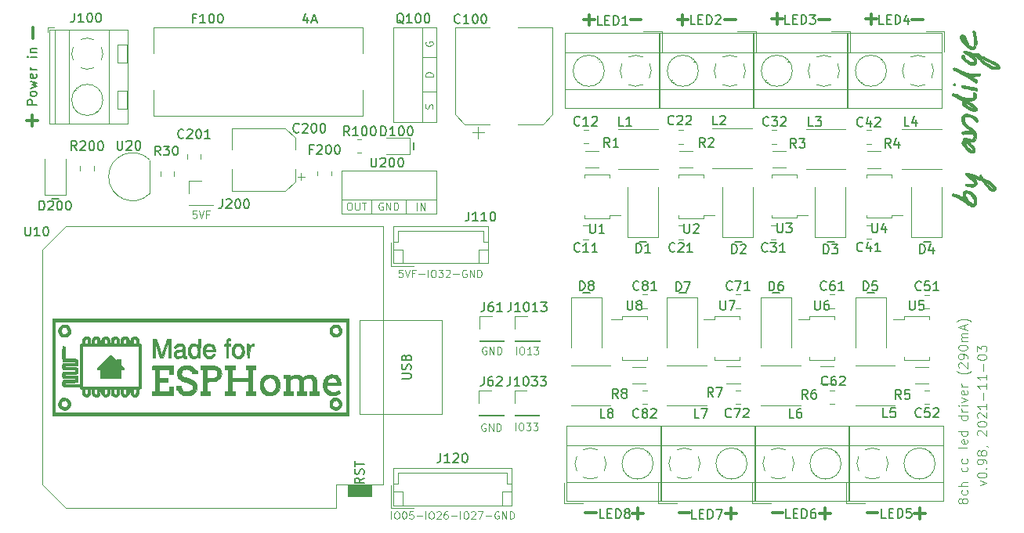
<source format=gto>
G04 #@! TF.GenerationSoftware,KiCad,Pcbnew,5.1.11-e4df9d881f~92~ubuntu20.04.1*
G04 #@! TF.CreationDate,2021-11-04T20:32:51+01:00*
G04 #@! TF.ProjectId,CC dimmer low voltage,43432064-696d-46d6-9572-206c6f772076,0.98*
G04 #@! TF.SameCoordinates,Original*
G04 #@! TF.FileFunction,Legend,Top*
G04 #@! TF.FilePolarity,Positive*
%FSLAX46Y46*%
G04 Gerber Fmt 4.6, Leading zero omitted, Abs format (unit mm)*
G04 Created by KiCad (PCBNEW 5.1.11-e4df9d881f~92~ubuntu20.04.1) date 2021-11-04 20:32:51*
%MOMM*%
%LPD*%
G01*
G04 APERTURE LIST*
%ADD10C,0.300000*%
%ADD11C,0.100000*%
%ADD12C,0.150000*%
%ADD13C,0.010000*%
%ADD14C,0.120000*%
G04 APERTURE END LIST*
D10*
X99039142Y-77016428D02*
X99039142Y-75873571D01*
X98420571Y-85902142D02*
X99563428Y-85902142D01*
X98992000Y-86473571D02*
X98992000Y-85330714D01*
X158750571Y-128352142D02*
X159893428Y-128352142D01*
X168880571Y-128372142D02*
X170023428Y-128372142D01*
X178950571Y-128322142D02*
X180093428Y-128322142D01*
X189200571Y-128352142D02*
X190343428Y-128352142D01*
X194090571Y-74982142D02*
X195233428Y-74982142D01*
X183980571Y-74962142D02*
X185123428Y-74962142D01*
X173830571Y-75002142D02*
X174973428Y-75002142D01*
X163640571Y-75022142D02*
X164783428Y-75022142D01*
X163850571Y-128422142D02*
X164993428Y-128422142D01*
X164422000Y-128993571D02*
X164422000Y-127850714D01*
X173930571Y-128402142D02*
X175073428Y-128402142D01*
X174502000Y-128973571D02*
X174502000Y-127830714D01*
X184090571Y-128442142D02*
X185233428Y-128442142D01*
X184662000Y-129013571D02*
X184662000Y-127870714D01*
X194310571Y-128432142D02*
X195453428Y-128432142D01*
X194882000Y-129003571D02*
X194882000Y-127860714D01*
X189070571Y-74952142D02*
X190213428Y-74952142D01*
X189642000Y-75523571D02*
X189642000Y-74380714D01*
X178910571Y-74932142D02*
X180053428Y-74932142D01*
X179482000Y-75503571D02*
X179482000Y-74360714D01*
X168710571Y-75022142D02*
X169853428Y-75022142D01*
X169282000Y-75593571D02*
X169282000Y-74450714D01*
X158600571Y-75022142D02*
X159743428Y-75022142D01*
X159172000Y-75593571D02*
X159172000Y-74450714D01*
D11*
X199482952Y-127154523D02*
X199435333Y-127249761D01*
X199387714Y-127297380D01*
X199292476Y-127345000D01*
X199244857Y-127345000D01*
X199149619Y-127297380D01*
X199102000Y-127249761D01*
X199054380Y-127154523D01*
X199054380Y-126964047D01*
X199102000Y-126868809D01*
X199149619Y-126821190D01*
X199244857Y-126773571D01*
X199292476Y-126773571D01*
X199387714Y-126821190D01*
X199435333Y-126868809D01*
X199482952Y-126964047D01*
X199482952Y-127154523D01*
X199530571Y-127249761D01*
X199578190Y-127297380D01*
X199673428Y-127345000D01*
X199863904Y-127345000D01*
X199959142Y-127297380D01*
X200006761Y-127249761D01*
X200054380Y-127154523D01*
X200054380Y-126964047D01*
X200006761Y-126868809D01*
X199959142Y-126821190D01*
X199863904Y-126773571D01*
X199673428Y-126773571D01*
X199578190Y-126821190D01*
X199530571Y-126868809D01*
X199482952Y-126964047D01*
X200006761Y-125916428D02*
X200054380Y-126011666D01*
X200054380Y-126202142D01*
X200006761Y-126297380D01*
X199959142Y-126345000D01*
X199863904Y-126392619D01*
X199578190Y-126392619D01*
X199482952Y-126345000D01*
X199435333Y-126297380D01*
X199387714Y-126202142D01*
X199387714Y-126011666D01*
X199435333Y-125916428D01*
X200054380Y-125487857D02*
X199054380Y-125487857D01*
X200054380Y-125059285D02*
X199530571Y-125059285D01*
X199435333Y-125106904D01*
X199387714Y-125202142D01*
X199387714Y-125345000D01*
X199435333Y-125440238D01*
X199482952Y-125487857D01*
X200006761Y-123392619D02*
X200054380Y-123487857D01*
X200054380Y-123678333D01*
X200006761Y-123773571D01*
X199959142Y-123821190D01*
X199863904Y-123868809D01*
X199578190Y-123868809D01*
X199482952Y-123821190D01*
X199435333Y-123773571D01*
X199387714Y-123678333D01*
X199387714Y-123487857D01*
X199435333Y-123392619D01*
X200006761Y-122535476D02*
X200054380Y-122630714D01*
X200054380Y-122821190D01*
X200006761Y-122916428D01*
X199959142Y-122964047D01*
X199863904Y-123011666D01*
X199578190Y-123011666D01*
X199482952Y-122964047D01*
X199435333Y-122916428D01*
X199387714Y-122821190D01*
X199387714Y-122630714D01*
X199435333Y-122535476D01*
X200054380Y-121202142D02*
X200006761Y-121297380D01*
X199911523Y-121345000D01*
X199054380Y-121345000D01*
X200006761Y-120440238D02*
X200054380Y-120535476D01*
X200054380Y-120725952D01*
X200006761Y-120821190D01*
X199911523Y-120868809D01*
X199530571Y-120868809D01*
X199435333Y-120821190D01*
X199387714Y-120725952D01*
X199387714Y-120535476D01*
X199435333Y-120440238D01*
X199530571Y-120392619D01*
X199625809Y-120392619D01*
X199721047Y-120868809D01*
X200054380Y-119535476D02*
X199054380Y-119535476D01*
X200006761Y-119535476D02*
X200054380Y-119630714D01*
X200054380Y-119821190D01*
X200006761Y-119916428D01*
X199959142Y-119964047D01*
X199863904Y-120011666D01*
X199578190Y-120011666D01*
X199482952Y-119964047D01*
X199435333Y-119916428D01*
X199387714Y-119821190D01*
X199387714Y-119630714D01*
X199435333Y-119535476D01*
X200054380Y-117868809D02*
X199054380Y-117868809D01*
X200006761Y-117868809D02*
X200054380Y-117964047D01*
X200054380Y-118154523D01*
X200006761Y-118249761D01*
X199959142Y-118297380D01*
X199863904Y-118345000D01*
X199578190Y-118345000D01*
X199482952Y-118297380D01*
X199435333Y-118249761D01*
X199387714Y-118154523D01*
X199387714Y-117964047D01*
X199435333Y-117868809D01*
X200054380Y-117392619D02*
X199387714Y-117392619D01*
X199578190Y-117392619D02*
X199482952Y-117345000D01*
X199435333Y-117297380D01*
X199387714Y-117202142D01*
X199387714Y-117106904D01*
X200054380Y-116773571D02*
X199387714Y-116773571D01*
X199054380Y-116773571D02*
X199102000Y-116821190D01*
X199149619Y-116773571D01*
X199102000Y-116725952D01*
X199054380Y-116773571D01*
X199149619Y-116773571D01*
X199387714Y-116392619D02*
X200054380Y-116154523D01*
X199387714Y-115916428D01*
X200006761Y-115154523D02*
X200054380Y-115249761D01*
X200054380Y-115440238D01*
X200006761Y-115535476D01*
X199911523Y-115583095D01*
X199530571Y-115583095D01*
X199435333Y-115535476D01*
X199387714Y-115440238D01*
X199387714Y-115249761D01*
X199435333Y-115154523D01*
X199530571Y-115106904D01*
X199625809Y-115106904D01*
X199721047Y-115583095D01*
X200054380Y-114678333D02*
X199387714Y-114678333D01*
X199578190Y-114678333D02*
X199482952Y-114630714D01*
X199435333Y-114583095D01*
X199387714Y-114487857D01*
X199387714Y-114392619D01*
X200435333Y-113011666D02*
X200387714Y-113059285D01*
X200244857Y-113154523D01*
X200149619Y-113202142D01*
X200006761Y-113249761D01*
X199768666Y-113297380D01*
X199578190Y-113297380D01*
X199340095Y-113249761D01*
X199197238Y-113202142D01*
X199102000Y-113154523D01*
X198959142Y-113059285D01*
X198911523Y-113011666D01*
X199149619Y-112678333D02*
X199102000Y-112630714D01*
X199054380Y-112535476D01*
X199054380Y-112297380D01*
X199102000Y-112202142D01*
X199149619Y-112154523D01*
X199244857Y-112106904D01*
X199340095Y-112106904D01*
X199482952Y-112154523D01*
X200054380Y-112725952D01*
X200054380Y-112106904D01*
X200054380Y-111630714D02*
X200054380Y-111440238D01*
X200006761Y-111345000D01*
X199959142Y-111297380D01*
X199816285Y-111202142D01*
X199625809Y-111154523D01*
X199244857Y-111154523D01*
X199149619Y-111202142D01*
X199102000Y-111249761D01*
X199054380Y-111345000D01*
X199054380Y-111535476D01*
X199102000Y-111630714D01*
X199149619Y-111678333D01*
X199244857Y-111725952D01*
X199482952Y-111725952D01*
X199578190Y-111678333D01*
X199625809Y-111630714D01*
X199673428Y-111535476D01*
X199673428Y-111345000D01*
X199625809Y-111249761D01*
X199578190Y-111202142D01*
X199482952Y-111154523D01*
X199054380Y-110535476D02*
X199054380Y-110440238D01*
X199102000Y-110345000D01*
X199149619Y-110297380D01*
X199244857Y-110249761D01*
X199435333Y-110202142D01*
X199673428Y-110202142D01*
X199863904Y-110249761D01*
X199959142Y-110297380D01*
X200006761Y-110345000D01*
X200054380Y-110440238D01*
X200054380Y-110535476D01*
X200006761Y-110630714D01*
X199959142Y-110678333D01*
X199863904Y-110725952D01*
X199673428Y-110773571D01*
X199435333Y-110773571D01*
X199244857Y-110725952D01*
X199149619Y-110678333D01*
X199102000Y-110630714D01*
X199054380Y-110535476D01*
X200054380Y-109773571D02*
X199387714Y-109773571D01*
X199482952Y-109773571D02*
X199435333Y-109725952D01*
X199387714Y-109630714D01*
X199387714Y-109487857D01*
X199435333Y-109392619D01*
X199530571Y-109345000D01*
X200054380Y-109345000D01*
X199530571Y-109345000D02*
X199435333Y-109297380D01*
X199387714Y-109202142D01*
X199387714Y-109059285D01*
X199435333Y-108964047D01*
X199530571Y-108916428D01*
X200054380Y-108916428D01*
X199768666Y-108487857D02*
X199768666Y-108011666D01*
X200054380Y-108583095D02*
X199054380Y-108249761D01*
X200054380Y-107916428D01*
X200435333Y-107678333D02*
X200387714Y-107630714D01*
X200244857Y-107535476D01*
X200149619Y-107487857D01*
X200006761Y-107440238D01*
X199768666Y-107392619D01*
X199578190Y-107392619D01*
X199340095Y-107440238D01*
X199197238Y-107487857D01*
X199102000Y-107535476D01*
X198959142Y-107630714D01*
X198911523Y-107678333D01*
X142230709Y-84617271D02*
X142268804Y-84502985D01*
X142268804Y-84312509D01*
X142230709Y-84236319D01*
X142192614Y-84198223D01*
X142116423Y-84160128D01*
X142040233Y-84160128D01*
X141964042Y-84198223D01*
X141925947Y-84236319D01*
X141887852Y-84312509D01*
X141849757Y-84464890D01*
X141811661Y-84541080D01*
X141773566Y-84579176D01*
X141697376Y-84617271D01*
X141621185Y-84617271D01*
X141544995Y-84579176D01*
X141506900Y-84541080D01*
X141468804Y-84464890D01*
X141468804Y-84274414D01*
X141506900Y-84160128D01*
X142281504Y-81143823D02*
X141481504Y-81143823D01*
X141481504Y-80953347D01*
X141519600Y-80839061D01*
X141595790Y-80762871D01*
X141671980Y-80724776D01*
X141824361Y-80686680D01*
X141938647Y-80686680D01*
X142091028Y-80724776D01*
X142167219Y-80762871D01*
X142243409Y-80839061D01*
X142281504Y-80953347D01*
X142281504Y-81143823D01*
X141519600Y-77410076D02*
X141481504Y-77486266D01*
X141481504Y-77600552D01*
X141519600Y-77714838D01*
X141595790Y-77791028D01*
X141671980Y-77829123D01*
X141824361Y-77867219D01*
X141938647Y-77867219D01*
X142091028Y-77829123D01*
X142167219Y-77791028D01*
X142243409Y-77714838D01*
X142281504Y-77600552D01*
X142281504Y-77524361D01*
X142243409Y-77410076D01*
X142205314Y-77371980D01*
X141938647Y-77371980D01*
X141938647Y-77524361D01*
X136865076Y-94834500D02*
X136788885Y-94796404D01*
X136674600Y-94796404D01*
X136560314Y-94834500D01*
X136484123Y-94910690D01*
X136446028Y-94986880D01*
X136407933Y-95139261D01*
X136407933Y-95253547D01*
X136446028Y-95405928D01*
X136484123Y-95482119D01*
X136560314Y-95558309D01*
X136674600Y-95596404D01*
X136750790Y-95596404D01*
X136865076Y-95558309D01*
X136903171Y-95520214D01*
X136903171Y-95253547D01*
X136750790Y-95253547D01*
X137246028Y-95596404D02*
X137246028Y-94796404D01*
X137703171Y-95596404D01*
X137703171Y-94796404D01*
X138084123Y-95596404D02*
X138084123Y-94796404D01*
X138274600Y-94796404D01*
X138388885Y-94834500D01*
X138465076Y-94910690D01*
X138503171Y-94986880D01*
X138541266Y-95139261D01*
X138541266Y-95253547D01*
X138503171Y-95405928D01*
X138465076Y-95482119D01*
X138388885Y-95558309D01*
X138274600Y-95596404D01*
X138084123Y-95596404D01*
D12*
X101876452Y-94362971D02*
X101114547Y-94362971D01*
D11*
X133194800Y-94809104D02*
X133347180Y-94809104D01*
X133423371Y-94847200D01*
X133499561Y-94923390D01*
X133537657Y-95075771D01*
X133537657Y-95342438D01*
X133499561Y-95494819D01*
X133423371Y-95571009D01*
X133347180Y-95609104D01*
X133194800Y-95609104D01*
X133118609Y-95571009D01*
X133042419Y-95494819D01*
X133004323Y-95342438D01*
X133004323Y-95075771D01*
X133042419Y-94923390D01*
X133118609Y-94847200D01*
X133194800Y-94809104D01*
X133880514Y-94809104D02*
X133880514Y-95456723D01*
X133918609Y-95532914D01*
X133956704Y-95571009D01*
X134032895Y-95609104D01*
X134185276Y-95609104D01*
X134261466Y-95571009D01*
X134299561Y-95532914D01*
X134337657Y-95456723D01*
X134337657Y-94809104D01*
X134604323Y-94809104D02*
X135061466Y-94809104D01*
X134832895Y-95609104D02*
X134832895Y-94809104D01*
X140560752Y-95634504D02*
X140560752Y-94834504D01*
X140941704Y-95634504D02*
X140941704Y-94834504D01*
X141398847Y-95634504D01*
X141398847Y-94834504D01*
D12*
X140200328Y-89036852D02*
X140200328Y-88274947D01*
X195297747Y-99027028D02*
X196059652Y-99027028D01*
X179778252Y-104561071D02*
X179016347Y-104561071D01*
X184934547Y-99065128D02*
X185696452Y-99065128D01*
X168869047Y-104564228D02*
X169630952Y-104564228D01*
X174952347Y-99039728D02*
X175714252Y-99039728D01*
X189201747Y-104551528D02*
X189963652Y-104551528D01*
X158493147Y-104551528D02*
X159255052Y-104551528D01*
X164627247Y-99001628D02*
X165389152Y-99001628D01*
D11*
X201437714Y-125366428D02*
X202104380Y-125128333D01*
X201437714Y-124890238D01*
X201104380Y-124318809D02*
X201104380Y-124223571D01*
X201152000Y-124128333D01*
X201199619Y-124080714D01*
X201294857Y-124033095D01*
X201485333Y-123985476D01*
X201723428Y-123985476D01*
X201913904Y-124033095D01*
X202009142Y-124080714D01*
X202056761Y-124128333D01*
X202104380Y-124223571D01*
X202104380Y-124318809D01*
X202056761Y-124414047D01*
X202009142Y-124461666D01*
X201913904Y-124509285D01*
X201723428Y-124556904D01*
X201485333Y-124556904D01*
X201294857Y-124509285D01*
X201199619Y-124461666D01*
X201152000Y-124414047D01*
X201104380Y-124318809D01*
X202009142Y-123556904D02*
X202056761Y-123509285D01*
X202104380Y-123556904D01*
X202056761Y-123604523D01*
X202009142Y-123556904D01*
X202104380Y-123556904D01*
X202104380Y-123033095D02*
X202104380Y-122842619D01*
X202056761Y-122747380D01*
X202009142Y-122699761D01*
X201866285Y-122604523D01*
X201675809Y-122556904D01*
X201294857Y-122556904D01*
X201199619Y-122604523D01*
X201152000Y-122652142D01*
X201104380Y-122747380D01*
X201104380Y-122937857D01*
X201152000Y-123033095D01*
X201199619Y-123080714D01*
X201294857Y-123128333D01*
X201532952Y-123128333D01*
X201628190Y-123080714D01*
X201675809Y-123033095D01*
X201723428Y-122937857D01*
X201723428Y-122747380D01*
X201675809Y-122652142D01*
X201628190Y-122604523D01*
X201532952Y-122556904D01*
X201532952Y-121985476D02*
X201485333Y-122080714D01*
X201437714Y-122128333D01*
X201342476Y-122175952D01*
X201294857Y-122175952D01*
X201199619Y-122128333D01*
X201152000Y-122080714D01*
X201104380Y-121985476D01*
X201104380Y-121795000D01*
X201152000Y-121699761D01*
X201199619Y-121652142D01*
X201294857Y-121604523D01*
X201342476Y-121604523D01*
X201437714Y-121652142D01*
X201485333Y-121699761D01*
X201532952Y-121795000D01*
X201532952Y-121985476D01*
X201580571Y-122080714D01*
X201628190Y-122128333D01*
X201723428Y-122175952D01*
X201913904Y-122175952D01*
X202009142Y-122128333D01*
X202056761Y-122080714D01*
X202104380Y-121985476D01*
X202104380Y-121795000D01*
X202056761Y-121699761D01*
X202009142Y-121652142D01*
X201913904Y-121604523D01*
X201723428Y-121604523D01*
X201628190Y-121652142D01*
X201580571Y-121699761D01*
X201532952Y-121795000D01*
X202056761Y-121128333D02*
X202104380Y-121128333D01*
X202199619Y-121175952D01*
X202247238Y-121223571D01*
X201199619Y-119985476D02*
X201152000Y-119937857D01*
X201104380Y-119842619D01*
X201104380Y-119604523D01*
X201152000Y-119509285D01*
X201199619Y-119461666D01*
X201294857Y-119414047D01*
X201390095Y-119414047D01*
X201532952Y-119461666D01*
X202104380Y-120033095D01*
X202104380Y-119414047D01*
X201104380Y-118795000D02*
X201104380Y-118699761D01*
X201152000Y-118604523D01*
X201199619Y-118556904D01*
X201294857Y-118509285D01*
X201485333Y-118461666D01*
X201723428Y-118461666D01*
X201913904Y-118509285D01*
X202009142Y-118556904D01*
X202056761Y-118604523D01*
X202104380Y-118699761D01*
X202104380Y-118795000D01*
X202056761Y-118890238D01*
X202009142Y-118937857D01*
X201913904Y-118985476D01*
X201723428Y-119033095D01*
X201485333Y-119033095D01*
X201294857Y-118985476D01*
X201199619Y-118937857D01*
X201152000Y-118890238D01*
X201104380Y-118795000D01*
X201199619Y-118080714D02*
X201152000Y-118033095D01*
X201104380Y-117937857D01*
X201104380Y-117699761D01*
X201152000Y-117604523D01*
X201199619Y-117556904D01*
X201294857Y-117509285D01*
X201390095Y-117509285D01*
X201532952Y-117556904D01*
X202104380Y-118128333D01*
X202104380Y-117509285D01*
X202104380Y-116556904D02*
X202104380Y-117128333D01*
X202104380Y-116842619D02*
X201104380Y-116842619D01*
X201247238Y-116937857D01*
X201342476Y-117033095D01*
X201390095Y-117128333D01*
X201723428Y-116128333D02*
X201723428Y-115366428D01*
X202104380Y-114366428D02*
X202104380Y-114937857D01*
X202104380Y-114652142D02*
X201104380Y-114652142D01*
X201247238Y-114747380D01*
X201342476Y-114842619D01*
X201390095Y-114937857D01*
X202104380Y-113414047D02*
X202104380Y-113985476D01*
X202104380Y-113699761D02*
X201104380Y-113699761D01*
X201247238Y-113795000D01*
X201342476Y-113890238D01*
X201390095Y-113985476D01*
X201723428Y-112985476D02*
X201723428Y-112223571D01*
X201104380Y-111556904D02*
X201104380Y-111461666D01*
X201152000Y-111366428D01*
X201199619Y-111318809D01*
X201294857Y-111271190D01*
X201485333Y-111223571D01*
X201723428Y-111223571D01*
X201913904Y-111271190D01*
X202009142Y-111318809D01*
X202056761Y-111366428D01*
X202104380Y-111461666D01*
X202104380Y-111556904D01*
X202056761Y-111652142D01*
X202009142Y-111699761D01*
X201913904Y-111747380D01*
X201723428Y-111795000D01*
X201485333Y-111795000D01*
X201294857Y-111747380D01*
X201199619Y-111699761D01*
X201152000Y-111652142D01*
X201104380Y-111556904D01*
X201104380Y-110890238D02*
X201104380Y-110271190D01*
X201485333Y-110604523D01*
X201485333Y-110461666D01*
X201532952Y-110366428D01*
X201580571Y-110318809D01*
X201675809Y-110271190D01*
X201913904Y-110271190D01*
X202009142Y-110318809D01*
X202056761Y-110366428D01*
X202104380Y-110461666D01*
X202104380Y-110747380D01*
X202056761Y-110842619D01*
X202009142Y-110890238D01*
D13*
G36*
X133197132Y-117805933D02*
G01*
X101166868Y-117805933D01*
X101166868Y-107652339D01*
X101455140Y-107652339D01*
X101455140Y-117517660D01*
X132908860Y-117517660D01*
X132908860Y-107652339D01*
X101455140Y-107652339D01*
X101166868Y-107652339D01*
X101166868Y-107364067D01*
X133197132Y-107364067D01*
X133197132Y-117805933D01*
G37*
X133197132Y-117805933D02*
X101166868Y-117805933D01*
X101166868Y-107652339D01*
X101455140Y-107652339D01*
X101455140Y-117517660D01*
X132908860Y-117517660D01*
X132908860Y-107652339D01*
X101455140Y-107652339D01*
X101166868Y-107652339D01*
X101166868Y-107364067D01*
X133197132Y-107364067D01*
X133197132Y-117805933D01*
G36*
X102661965Y-115933408D02*
G01*
X102832091Y-116018589D01*
X102973015Y-116144985D01*
X103060086Y-116282229D01*
X103113869Y-116468481D01*
X103111624Y-116650972D01*
X103060639Y-116821635D01*
X102968198Y-116972405D01*
X102841591Y-117095212D01*
X102688104Y-117181990D01*
X102515023Y-117224672D01*
X102329636Y-117215190D01*
X102239881Y-117190262D01*
X102064249Y-117096510D01*
X101929088Y-116960016D01*
X101839342Y-116791347D01*
X101802742Y-116614524D01*
X102072288Y-116614524D01*
X102111942Y-116728777D01*
X102201330Y-116847388D01*
X102331682Y-116918974D01*
X102475304Y-116940263D01*
X102574478Y-116932014D01*
X102650610Y-116896645D01*
X102723538Y-116832213D01*
X102792627Y-116753086D01*
X102824425Y-116678272D01*
X102832424Y-116574925D01*
X102832441Y-116567082D01*
X102812774Y-116413631D01*
X102749681Y-116301213D01*
X102639906Y-116220252D01*
X102490917Y-116174664D01*
X102348066Y-116190793D01*
X102219565Y-116266330D01*
X102136744Y-116361767D01*
X102075538Y-116489101D01*
X102072288Y-116614524D01*
X101802742Y-116614524D01*
X101799956Y-116601068D01*
X101815875Y-116399746D01*
X101835930Y-116327105D01*
X101900847Y-116208269D01*
X102007928Y-116089366D01*
X102137740Y-115987929D01*
X102270852Y-115921492D01*
X102292857Y-115914820D01*
X102477325Y-115896474D01*
X102661965Y-115933408D01*
G37*
X102661965Y-115933408D02*
X102832091Y-116018589D01*
X102973015Y-116144985D01*
X103060086Y-116282229D01*
X103113869Y-116468481D01*
X103111624Y-116650972D01*
X103060639Y-116821635D01*
X102968198Y-116972405D01*
X102841591Y-117095212D01*
X102688104Y-117181990D01*
X102515023Y-117224672D01*
X102329636Y-117215190D01*
X102239881Y-117190262D01*
X102064249Y-117096510D01*
X101929088Y-116960016D01*
X101839342Y-116791347D01*
X101802742Y-116614524D01*
X102072288Y-116614524D01*
X102111942Y-116728777D01*
X102201330Y-116847388D01*
X102331682Y-116918974D01*
X102475304Y-116940263D01*
X102574478Y-116932014D01*
X102650610Y-116896645D01*
X102723538Y-116832213D01*
X102792627Y-116753086D01*
X102824425Y-116678272D01*
X102832424Y-116574925D01*
X102832441Y-116567082D01*
X102812774Y-116413631D01*
X102749681Y-116301213D01*
X102639906Y-116220252D01*
X102490917Y-116174664D01*
X102348066Y-116190793D01*
X102219565Y-116266330D01*
X102136744Y-116361767D01*
X102075538Y-116489101D01*
X102072288Y-116614524D01*
X101802742Y-116614524D01*
X101799956Y-116601068D01*
X101815875Y-116399746D01*
X101835930Y-116327105D01*
X101900847Y-116208269D01*
X102007928Y-116089366D01*
X102137740Y-115987929D01*
X102270852Y-115921492D01*
X102292857Y-115914820D01*
X102477325Y-115896474D01*
X102661965Y-115933408D01*
G36*
X131970011Y-115933533D02*
G01*
X132141225Y-116019091D01*
X132282506Y-116146785D01*
X132367779Y-116282229D01*
X132421562Y-116468481D01*
X132419317Y-116650972D01*
X132368331Y-116821635D01*
X132275891Y-116972405D01*
X132149284Y-117095212D01*
X131995796Y-117181990D01*
X131822715Y-117224672D01*
X131637328Y-117215190D01*
X131547574Y-117190262D01*
X131368295Y-117095286D01*
X131231287Y-116957693D01*
X131141895Y-116787213D01*
X131109405Y-116614524D01*
X131379980Y-116614524D01*
X131419634Y-116728777D01*
X131509022Y-116847388D01*
X131639375Y-116918974D01*
X131782996Y-116940263D01*
X131882171Y-116932014D01*
X131958302Y-116896645D01*
X132031231Y-116832213D01*
X132100320Y-116753086D01*
X132132118Y-116678272D01*
X132140116Y-116574925D01*
X132140134Y-116567082D01*
X132120466Y-116413631D01*
X132057373Y-116301213D01*
X131947598Y-116220252D01*
X131798610Y-116174664D01*
X131655759Y-116190793D01*
X131527257Y-116266330D01*
X131444437Y-116361767D01*
X131383230Y-116489101D01*
X131379980Y-116614524D01*
X131109405Y-116614524D01*
X131105463Y-116593574D01*
X131121031Y-116413726D01*
X131183546Y-116256268D01*
X131293357Y-116109657D01*
X131434021Y-115991139D01*
X131589094Y-115917956D01*
X131595501Y-115916179D01*
X131783293Y-115896949D01*
X131970011Y-115933533D01*
G37*
X131970011Y-115933533D02*
X132141225Y-116019091D01*
X132282506Y-116146785D01*
X132367779Y-116282229D01*
X132421562Y-116468481D01*
X132419317Y-116650972D01*
X132368331Y-116821635D01*
X132275891Y-116972405D01*
X132149284Y-117095212D01*
X131995796Y-117181990D01*
X131822715Y-117224672D01*
X131637328Y-117215190D01*
X131547574Y-117190262D01*
X131368295Y-117095286D01*
X131231287Y-116957693D01*
X131141895Y-116787213D01*
X131109405Y-116614524D01*
X131379980Y-116614524D01*
X131419634Y-116728777D01*
X131509022Y-116847388D01*
X131639375Y-116918974D01*
X131782996Y-116940263D01*
X131882171Y-116932014D01*
X131958302Y-116896645D01*
X132031231Y-116832213D01*
X132100320Y-116753086D01*
X132132118Y-116678272D01*
X132140116Y-116574925D01*
X132140134Y-116567082D01*
X132120466Y-116413631D01*
X132057373Y-116301213D01*
X131947598Y-116220252D01*
X131798610Y-116174664D01*
X131655759Y-116190793D01*
X131527257Y-116266330D01*
X131444437Y-116361767D01*
X131383230Y-116489101D01*
X131379980Y-116614524D01*
X131109405Y-116614524D01*
X131105463Y-116593574D01*
X131121031Y-116413726D01*
X131183546Y-116256268D01*
X131293357Y-116109657D01*
X131434021Y-115991139D01*
X131589094Y-115917956D01*
X131595501Y-115916179D01*
X131783293Y-115896949D01*
X131970011Y-115933533D01*
G36*
X107059677Y-109277894D02*
G01*
X107190464Y-109342890D01*
X107286508Y-109445538D01*
X107290483Y-109452327D01*
X107312529Y-109519035D01*
X107332602Y-109628227D01*
X107346909Y-109758355D01*
X107348580Y-109782351D01*
X107358235Y-109910417D01*
X107369958Y-109987203D01*
X107387741Y-110025464D01*
X107415576Y-110037951D01*
X107428784Y-110038594D01*
X107461200Y-110032247D01*
X107482132Y-110004705D01*
X107495571Y-109943215D01*
X107505510Y-109835024D01*
X107508989Y-109782351D01*
X107521854Y-109650744D01*
X107541169Y-109536190D01*
X107563140Y-109460239D01*
X107567086Y-109452327D01*
X107660645Y-109347667D01*
X107789973Y-109280481D01*
X107936740Y-109253932D01*
X108082618Y-109271183D01*
X108209278Y-109335397D01*
X108215424Y-109340440D01*
X108315727Y-109450751D01*
X108376658Y-109586029D01*
X108403412Y-109760058D01*
X108405707Y-109845383D01*
X108407925Y-109958953D01*
X108417205Y-110022407D01*
X108437492Y-110049616D01*
X108465191Y-110054609D01*
X108495589Y-110046717D01*
X108515717Y-110014733D01*
X108529310Y-109946198D01*
X108538316Y-109848086D01*
X108822101Y-109848086D01*
X108822101Y-110057957D01*
X108990260Y-110048275D01*
X109158419Y-110038594D01*
X109167916Y-109839894D01*
X109169669Y-109721608D01*
X109158038Y-109646415D01*
X109128715Y-109593994D01*
X109111863Y-109575645D01*
X109030015Y-109518790D01*
X108953015Y-109523967D01*
X108886161Y-109574155D01*
X108849051Y-109625859D01*
X108829239Y-109699055D01*
X108822328Y-109812541D01*
X108822101Y-109848086D01*
X108538316Y-109848086D01*
X108540101Y-109828649D01*
X108542314Y-109797250D01*
X108561928Y-109623064D01*
X108597585Y-109497276D01*
X108656334Y-109404856D01*
X108745223Y-109330776D01*
X108767788Y-109316503D01*
X108912004Y-109262427D01*
X109064542Y-109261257D01*
X109208729Y-109308559D01*
X109327894Y-109399896D01*
X109383828Y-109480379D01*
X109412613Y-109563644D01*
X109437827Y-109684776D01*
X109454028Y-109817608D01*
X109454066Y-109818113D01*
X109465526Y-109941120D01*
X109479587Y-110012957D01*
X109500456Y-110046495D01*
X109531390Y-110054609D01*
X109562567Y-110047345D01*
X109580538Y-110016633D01*
X109588794Y-109949092D01*
X109590826Y-109831340D01*
X109590826Y-109831135D01*
X109879100Y-109831135D01*
X109879100Y-110054609D01*
X110199402Y-110054609D01*
X110199402Y-109831135D01*
X110197229Y-109710996D01*
X110187295Y-109637206D01*
X110164476Y-109592110D01*
X110123647Y-109558052D01*
X110119327Y-109555194D01*
X110056637Y-109521304D01*
X110007345Y-109526785D01*
X109959175Y-109555194D01*
X109916637Y-109589131D01*
X109892528Y-109632651D01*
X109881727Y-109703412D01*
X109879109Y-109819070D01*
X109879100Y-109831135D01*
X109590826Y-109831135D01*
X109590827Y-109826750D01*
X109611623Y-109615640D01*
X109673023Y-109451066D01*
X109773546Y-109334916D01*
X109911710Y-109269079D01*
X110040412Y-109253852D01*
X110207278Y-109279636D01*
X110335898Y-109356494D01*
X110425692Y-109483686D01*
X110476084Y-109660471D01*
X110487675Y-109827230D01*
X110489357Y-109946060D01*
X110496959Y-110014475D01*
X110514317Y-110046086D01*
X110545265Y-110054505D01*
X110551735Y-110054609D01*
X110621463Y-110076348D01*
X110679856Y-110118669D01*
X110692029Y-110132178D01*
X110702553Y-110149607D01*
X110711550Y-110175421D01*
X110719137Y-110214085D01*
X110725436Y-110270063D01*
X110730566Y-110347819D01*
X110734647Y-110451820D01*
X110737799Y-110586528D01*
X110740142Y-110756410D01*
X110741795Y-110965929D01*
X110742879Y-111219550D01*
X110743513Y-111521738D01*
X110743817Y-111876957D01*
X110743911Y-112289672D01*
X110743917Y-112504924D01*
X110743880Y-112946224D01*
X110743689Y-113327928D01*
X110743225Y-113654500D01*
X110742368Y-113930406D01*
X110740998Y-114160111D01*
X110738994Y-114348078D01*
X110736238Y-114498772D01*
X110732609Y-114616658D01*
X110727987Y-114706201D01*
X110722253Y-114771866D01*
X110715286Y-114818116D01*
X110706967Y-114849417D01*
X110697177Y-114870234D01*
X110685794Y-114885030D01*
X110679856Y-114891179D01*
X110610128Y-114939168D01*
X110551735Y-114955239D01*
X110520207Y-114960450D01*
X110501116Y-114984548D01*
X110491379Y-115040238D01*
X110487909Y-115140219D01*
X110487555Y-115219489D01*
X110483517Y-115370078D01*
X110469409Y-115475665D01*
X110441998Y-115554946D01*
X110423787Y-115588130D01*
X110315210Y-115714059D01*
X110180165Y-115791286D01*
X110031907Y-115816364D01*
X109883690Y-115785845D01*
X109811768Y-115747350D01*
X109705779Y-115654217D01*
X109636878Y-115535441D01*
X109600246Y-115379160D01*
X109590877Y-115203474D01*
X109589236Y-115077709D01*
X109582310Y-115003069D01*
X109567004Y-114966654D01*
X109540219Y-114955566D01*
X109531282Y-114955239D01*
X109879100Y-114955239D01*
X109879100Y-115205075D01*
X109883908Y-115355269D01*
X109901762Y-115452383D01*
X109937803Y-115506905D01*
X109997175Y-115529328D01*
X110039251Y-115531784D01*
X110117362Y-115517801D01*
X110160966Y-115493348D01*
X110181825Y-115439501D01*
X110195182Y-115334463D01*
X110199402Y-115205075D01*
X110199402Y-114955239D01*
X109879100Y-114955239D01*
X109531282Y-114955239D01*
X109501581Y-114962692D01*
X109481825Y-114993192D01*
X109468571Y-115058952D01*
X109458373Y-115172185D01*
X109454822Y-115226354D01*
X109433097Y-115420890D01*
X109392166Y-115564781D01*
X109326496Y-115669962D01*
X109230556Y-115748373D01*
X109206464Y-115762325D01*
X109068050Y-115809308D01*
X108958692Y-115809972D01*
X108806564Y-115775430D01*
X108692668Y-115703514D01*
X108612915Y-115588456D01*
X108563219Y-115424488D01*
X108540194Y-115219489D01*
X108531408Y-115088534D01*
X108520254Y-115009218D01*
X108503236Y-114969128D01*
X108476857Y-114955852D01*
X108465751Y-114955239D01*
X108822101Y-114955239D01*
X108822101Y-115193178D01*
X108829808Y-115350143D01*
X108855894Y-115453126D01*
X108904805Y-115510672D01*
X108980985Y-115531325D01*
X108998267Y-115531784D01*
X109080184Y-115510948D01*
X109124100Y-115481451D01*
X109153410Y-115429161D01*
X109169490Y-115337542D01*
X109174433Y-115194596D01*
X109174434Y-115193178D01*
X109174434Y-114955239D01*
X108822101Y-114955239D01*
X108465751Y-114955239D01*
X108435346Y-114961823D01*
X108417297Y-114990192D01*
X108408475Y-115053269D01*
X108405753Y-115163977D01*
X108405658Y-115203474D01*
X108393179Y-115402030D01*
X108352622Y-115552761D01*
X108279169Y-115667530D01*
X108184766Y-115747350D01*
X108038561Y-115810400D01*
X107886963Y-115812018D01*
X107737434Y-115753529D01*
X107604951Y-115644412D01*
X107566580Y-115597028D01*
X107541793Y-115543504D01*
X107526828Y-115467848D01*
X107517920Y-115354069D01*
X107513776Y-115257006D01*
X107507809Y-115116642D01*
X107500186Y-115028300D01*
X107487524Y-114979966D01*
X107466438Y-114959624D01*
X107433544Y-114955260D01*
X107428784Y-114955239D01*
X107797132Y-114955239D01*
X107797132Y-115205075D01*
X107801941Y-115355269D01*
X107819795Y-115452383D01*
X107855836Y-115506905D01*
X107915208Y-115529328D01*
X107957284Y-115531784D01*
X108035395Y-115517801D01*
X108078999Y-115493348D01*
X108099857Y-115439501D01*
X108113215Y-115334463D01*
X108117435Y-115205075D01*
X108117435Y-114955239D01*
X107797132Y-114955239D01*
X107428784Y-114955239D01*
X107394293Y-114958523D01*
X107372005Y-114976383D01*
X107358534Y-115020834D01*
X107350498Y-115103892D01*
X107344513Y-115237572D01*
X107343793Y-115257006D01*
X107336755Y-115402567D01*
X107326000Y-115500058D01*
X107307766Y-115565470D01*
X107278287Y-115614794D01*
X107252618Y-115644412D01*
X107111886Y-115758404D01*
X106962042Y-115813539D01*
X106810549Y-115808491D01*
X106672802Y-115747350D01*
X106566813Y-115654217D01*
X106497912Y-115535441D01*
X106461280Y-115379160D01*
X106451911Y-115203474D01*
X106451911Y-115203401D01*
X106740134Y-115203401D01*
X106745583Y-115351958D01*
X106761096Y-115453487D01*
X106780014Y-115494792D01*
X106852522Y-115527483D01*
X106941785Y-115519099D01*
X107020938Y-115475480D01*
X107051959Y-115435693D01*
X107074372Y-115355426D01*
X107085138Y-115238571D01*
X107084720Y-115163436D01*
X107076451Y-114971254D01*
X106908292Y-114961573D01*
X106740134Y-114951891D01*
X106740134Y-115203401D01*
X106451911Y-115203401D01*
X106450293Y-115077777D01*
X106443416Y-115003182D01*
X106428152Y-114966764D01*
X106401371Y-114955600D01*
X106391817Y-114955239D01*
X106361665Y-114962503D01*
X106342004Y-114992570D01*
X106329338Y-115057852D01*
X106320169Y-115170760D01*
X106317374Y-115219489D01*
X106292472Y-115434342D01*
X106241577Y-115595054D01*
X106160528Y-115707706D01*
X106045162Y-115778383D01*
X105913027Y-115810545D01*
X105769416Y-115803098D01*
X105630362Y-115750729D01*
X105520208Y-115663829D01*
X105496562Y-115632768D01*
X105461137Y-115540971D01*
X105436773Y-115389239D01*
X105426893Y-115261201D01*
X105418181Y-115123585D01*
X105408075Y-115037329D01*
X105392861Y-114989775D01*
X105368824Y-114968264D01*
X105338809Y-114961019D01*
X105303612Y-114959237D01*
X105282255Y-114974371D01*
X105271277Y-115018705D01*
X105267217Y-115104525D01*
X105266622Y-115217261D01*
X105262681Y-115368086D01*
X105248892Y-115473771D01*
X105222059Y-115552891D01*
X105202854Y-115588130D01*
X105099707Y-115706783D01*
X104966454Y-115788178D01*
X104823918Y-115819767D01*
X104818318Y-115819817D01*
X104712549Y-115802301D01*
X104607916Y-115759776D01*
X104601821Y-115756169D01*
X104494098Y-115672451D01*
X104423364Y-115568768D01*
X104383957Y-115432008D01*
X104370212Y-115249059D01*
X104370014Y-115219489D01*
X104368440Y-115088738D01*
X104362038Y-115009546D01*
X104348062Y-114969446D01*
X104323771Y-114955973D01*
X104311873Y-114955239D01*
X104658166Y-114955239D01*
X104658166Y-115205075D01*
X104662975Y-115355269D01*
X104680829Y-115452383D01*
X104716870Y-115506905D01*
X104776242Y-115529328D01*
X104818318Y-115531784D01*
X104896429Y-115517801D01*
X104940033Y-115493348D01*
X104960892Y-115439501D01*
X104974249Y-115334463D01*
X104978469Y-115205075D01*
X104978469Y-114955239D01*
X105683135Y-114955239D01*
X105683135Y-115193178D01*
X105690842Y-115350143D01*
X105716928Y-115453126D01*
X105765839Y-115510672D01*
X105842019Y-115531325D01*
X105859301Y-115531784D01*
X105941218Y-115510948D01*
X105985134Y-115481451D01*
X106014444Y-115429161D01*
X106030524Y-115337542D01*
X106035467Y-115194596D01*
X106035468Y-115193178D01*
X106035468Y-114955239D01*
X105683135Y-114955239D01*
X104978469Y-114955239D01*
X104658166Y-114955239D01*
X104311873Y-114955239D01*
X104236490Y-114929417D01*
X104164273Y-114867390D01*
X104118957Y-114792320D01*
X104113652Y-114761810D01*
X104111447Y-114743380D01*
X104100175Y-114728958D01*
X104072847Y-114718053D01*
X104022476Y-114710174D01*
X103942074Y-114704830D01*
X103824653Y-114701532D01*
X103663227Y-114699787D01*
X103450807Y-114699106D01*
X103219092Y-114698997D01*
X102951261Y-114698584D01*
X102740345Y-114697092D01*
X102579202Y-114694140D01*
X102460689Y-114689347D01*
X102377664Y-114682333D01*
X102322986Y-114672719D01*
X102289512Y-114660122D01*
X102274200Y-114648664D01*
X102245516Y-114586346D01*
X102227612Y-114480859D01*
X102220487Y-114352180D01*
X102224142Y-114220285D01*
X102238577Y-114105153D01*
X102263791Y-114026761D01*
X102274200Y-114012634D01*
X102300636Y-113995040D01*
X102345514Y-113981965D01*
X102417377Y-113972785D01*
X102524768Y-113966876D01*
X102676229Y-113963614D01*
X102880305Y-113962373D01*
X102962850Y-113962301D01*
X103601168Y-113962301D01*
X103601168Y-113802150D01*
X102965527Y-113802150D01*
X102729200Y-113801998D01*
X102549253Y-113799026D01*
X102418012Y-113789457D01*
X102327801Y-113769514D01*
X102270948Y-113735422D01*
X102239779Y-113683403D01*
X102226618Y-113609682D01*
X102223793Y-113510482D01*
X102223866Y-113437181D01*
X102223425Y-113317179D01*
X102227270Y-113226163D01*
X102243151Y-113160142D01*
X102278820Y-113115123D01*
X102342027Y-113087116D01*
X102440525Y-113072128D01*
X102582063Y-113066167D01*
X102774392Y-113065242D01*
X102945674Y-113065454D01*
X103601168Y-113065454D01*
X103601168Y-112873272D01*
X102950953Y-112873272D01*
X102703374Y-112871892D01*
X102515244Y-112867583D01*
X102382010Y-112860089D01*
X102299117Y-112849159D01*
X102262303Y-112834836D01*
X102242453Y-112782829D01*
X102229606Y-112686242D01*
X102223761Y-112564168D01*
X102224919Y-112435703D01*
X102233079Y-112319943D01*
X102248241Y-112235983D01*
X102262303Y-112207043D01*
X102300201Y-112192489D01*
X102383969Y-112181623D01*
X102518160Y-112174190D01*
X102707330Y-112169936D01*
X102950953Y-112168606D01*
X103601168Y-112168606D01*
X103601168Y-111976425D01*
X102945674Y-111976425D01*
X102724322Y-111976084D01*
X102558455Y-111974546D01*
X102439498Y-111971042D01*
X102358879Y-111964798D01*
X102308021Y-111955044D01*
X102278352Y-111941008D01*
X102261297Y-111921919D01*
X102257023Y-111914470D01*
X102246010Y-111861763D01*
X102237199Y-111756667D01*
X102230588Y-111610817D01*
X102226179Y-111435847D01*
X102223971Y-111243390D01*
X102223964Y-111045081D01*
X102226159Y-110852554D01*
X102230555Y-110677442D01*
X102237152Y-110531381D01*
X102245950Y-110426003D01*
X102256950Y-110372944D01*
X102257023Y-110372806D01*
X102314603Y-110322509D01*
X102391988Y-110314297D01*
X102460686Y-110348170D01*
X102478981Y-110372806D01*
X102490411Y-110426381D01*
X102499841Y-110535514D01*
X102506865Y-110691720D01*
X102511073Y-110886518D01*
X102512139Y-111061456D01*
X102512139Y-111688152D01*
X103129602Y-111688152D01*
X103369137Y-111688360D01*
X103552201Y-111691509D01*
X103686380Y-111701392D01*
X103779257Y-111721797D01*
X103838418Y-111756518D01*
X103871445Y-111809344D01*
X103885925Y-111884065D01*
X103889441Y-111984474D01*
X103889440Y-112067926D01*
X103884802Y-112223188D01*
X103871597Y-112332330D01*
X103851004Y-112386412D01*
X103813105Y-112400966D01*
X103729337Y-112411832D01*
X103595146Y-112419265D01*
X103405976Y-112423519D01*
X103162353Y-112424848D01*
X102512139Y-112424848D01*
X102512139Y-112617030D01*
X103162353Y-112617030D01*
X103409933Y-112618410D01*
X103598062Y-112622719D01*
X103731297Y-112630212D01*
X103814190Y-112641143D01*
X103851004Y-112655466D01*
X103871677Y-112709933D01*
X103884844Y-112819308D01*
X103889440Y-112973953D01*
X103889025Y-113093674D01*
X103882724Y-113185171D01*
X103862951Y-113252235D01*
X103822124Y-113298656D01*
X103752656Y-113328225D01*
X103646965Y-113344732D01*
X103497464Y-113351969D01*
X103296570Y-113353727D01*
X103129602Y-113353726D01*
X102512139Y-113353726D01*
X102512139Y-113513877D01*
X103162353Y-113513877D01*
X103409933Y-113515257D01*
X103598062Y-113519567D01*
X103731297Y-113527060D01*
X103814190Y-113537991D01*
X103851004Y-113552314D01*
X103871552Y-113607015D01*
X103884629Y-113718409D01*
X103889431Y-113879476D01*
X103889440Y-113887504D01*
X103887925Y-114029740D01*
X103881707Y-114121332D01*
X103868271Y-114175659D01*
X103845106Y-114206101D01*
X103827485Y-114217416D01*
X103773910Y-114228846D01*
X103664777Y-114238276D01*
X103508571Y-114245300D01*
X103313773Y-114249508D01*
X103138835Y-114250573D01*
X102512139Y-114250573D01*
X102512139Y-114410725D01*
X104113652Y-114410725D01*
X104113652Y-112296727D01*
X104113695Y-111877030D01*
X104113918Y-111516702D01*
X104114457Y-111211050D01*
X104115451Y-110955382D01*
X104117038Y-110745008D01*
X104119356Y-110575234D01*
X104122543Y-110441369D01*
X104126736Y-110338720D01*
X104128690Y-110310851D01*
X104369894Y-110310851D01*
X104369894Y-114698997D01*
X110487675Y-114698997D01*
X110487675Y-110310851D01*
X104369894Y-110310851D01*
X104128690Y-110310851D01*
X104132075Y-110262597D01*
X104138696Y-110208307D01*
X104146739Y-110171157D01*
X104156340Y-110146457D01*
X104167638Y-110129514D01*
X104177712Y-110118669D01*
X104247440Y-110070680D01*
X104305833Y-110054609D01*
X104339312Y-110048639D01*
X104358587Y-110021654D01*
X104367493Y-109960043D01*
X104369865Y-109850195D01*
X104369889Y-109831135D01*
X104658166Y-109831135D01*
X104658166Y-110054609D01*
X104978469Y-110054609D01*
X104978469Y-109831135D01*
X104976296Y-109710996D01*
X104966362Y-109637206D01*
X104943543Y-109592110D01*
X104902714Y-109558052D01*
X104898393Y-109555194D01*
X104835704Y-109521304D01*
X104786412Y-109526785D01*
X104738242Y-109555194D01*
X104695703Y-109589131D01*
X104671595Y-109632651D01*
X104660794Y-109703412D01*
X104658176Y-109819070D01*
X104658166Y-109831135D01*
X104369889Y-109831135D01*
X104369894Y-109827230D01*
X104389984Y-109613183D01*
X104449924Y-109448332D01*
X104549215Y-109333314D01*
X104687360Y-109268765D01*
X104818318Y-109253852D01*
X104985774Y-109279471D01*
X105114616Y-109356001D01*
X105204465Y-109482958D01*
X105254942Y-109659854D01*
X105266741Y-109829458D01*
X105267928Y-109948139D01*
X105274361Y-110015879D01*
X105290348Y-110045791D01*
X105320197Y-110050989D01*
X105338809Y-110048829D01*
X105375084Y-110038480D01*
X105398136Y-110011045D01*
X105412431Y-109953039D01*
X105422433Y-109850976D01*
X105424165Y-109825059D01*
X105683135Y-109825059D01*
X105686538Y-109929349D01*
X105695343Y-110005996D01*
X105704488Y-110033255D01*
X105746635Y-110045779D01*
X105829571Y-110053462D01*
X105880655Y-110054609D01*
X106035468Y-110054609D01*
X106035468Y-109846412D01*
X106030915Y-109720692D01*
X106014296Y-109639689D01*
X105981164Y-109584514D01*
X105971407Y-109574155D01*
X105885401Y-109517466D01*
X105807202Y-109519278D01*
X105743181Y-109574046D01*
X105699707Y-109676226D01*
X105683149Y-109820274D01*
X105683135Y-109825059D01*
X105424165Y-109825059D01*
X105427021Y-109782351D01*
X105439887Y-109650744D01*
X105459202Y-109536190D01*
X105481172Y-109460239D01*
X105485119Y-109452327D01*
X105577992Y-109349086D01*
X105707508Y-109282803D01*
X105855306Y-109257605D01*
X106003023Y-109277616D01*
X106089780Y-109316503D01*
X106185713Y-109388680D01*
X106250062Y-109476120D01*
X106289875Y-109593850D01*
X106312200Y-109756899D01*
X106315254Y-109797250D01*
X106325932Y-109926428D01*
X106338644Y-110004029D01*
X106357122Y-110042514D01*
X106385102Y-110054345D01*
X106392378Y-110054609D01*
X106424666Y-110046810D01*
X106442706Y-110014168D01*
X106450442Y-109942812D01*
X106451861Y-109845383D01*
X106452788Y-109832809D01*
X106740134Y-109832809D01*
X106740134Y-110057957D01*
X106798282Y-110054609D01*
X107797132Y-110054609D01*
X108117435Y-110054609D01*
X108117435Y-109831135D01*
X108115105Y-109710410D01*
X108104900Y-109636252D01*
X108082000Y-109591242D01*
X108041873Y-109558151D01*
X107950110Y-109528041D01*
X107863625Y-109548672D01*
X107821645Y-109587834D01*
X107809601Y-109635615D01*
X107800947Y-109727259D01*
X107797623Y-109838404D01*
X107797132Y-110054609D01*
X106798282Y-110054609D01*
X106908292Y-110048275D01*
X107076451Y-110038594D01*
X107086405Y-109881767D01*
X107080440Y-109727611D01*
X107044211Y-109612705D01*
X106982918Y-109543169D01*
X106901761Y-109525121D01*
X106812920Y-109559970D01*
X106774106Y-109592813D01*
X106752090Y-109638911D01*
X106742292Y-109715423D01*
X106740134Y-109832809D01*
X106452788Y-109832809D01*
X106466160Y-109651583D01*
X106512517Y-109502157D01*
X106596127Y-109383322D01*
X106642145Y-109340440D01*
X106767188Y-109273505D01*
X106912475Y-109253711D01*
X107059677Y-109277894D01*
G37*
X107059677Y-109277894D02*
X107190464Y-109342890D01*
X107286508Y-109445538D01*
X107290483Y-109452327D01*
X107312529Y-109519035D01*
X107332602Y-109628227D01*
X107346909Y-109758355D01*
X107348580Y-109782351D01*
X107358235Y-109910417D01*
X107369958Y-109987203D01*
X107387741Y-110025464D01*
X107415576Y-110037951D01*
X107428784Y-110038594D01*
X107461200Y-110032247D01*
X107482132Y-110004705D01*
X107495571Y-109943215D01*
X107505510Y-109835024D01*
X107508989Y-109782351D01*
X107521854Y-109650744D01*
X107541169Y-109536190D01*
X107563140Y-109460239D01*
X107567086Y-109452327D01*
X107660645Y-109347667D01*
X107789973Y-109280481D01*
X107936740Y-109253932D01*
X108082618Y-109271183D01*
X108209278Y-109335397D01*
X108215424Y-109340440D01*
X108315727Y-109450751D01*
X108376658Y-109586029D01*
X108403412Y-109760058D01*
X108405707Y-109845383D01*
X108407925Y-109958953D01*
X108417205Y-110022407D01*
X108437492Y-110049616D01*
X108465191Y-110054609D01*
X108495589Y-110046717D01*
X108515717Y-110014733D01*
X108529310Y-109946198D01*
X108538316Y-109848086D01*
X108822101Y-109848086D01*
X108822101Y-110057957D01*
X108990260Y-110048275D01*
X109158419Y-110038594D01*
X109167916Y-109839894D01*
X109169669Y-109721608D01*
X109158038Y-109646415D01*
X109128715Y-109593994D01*
X109111863Y-109575645D01*
X109030015Y-109518790D01*
X108953015Y-109523967D01*
X108886161Y-109574155D01*
X108849051Y-109625859D01*
X108829239Y-109699055D01*
X108822328Y-109812541D01*
X108822101Y-109848086D01*
X108538316Y-109848086D01*
X108540101Y-109828649D01*
X108542314Y-109797250D01*
X108561928Y-109623064D01*
X108597585Y-109497276D01*
X108656334Y-109404856D01*
X108745223Y-109330776D01*
X108767788Y-109316503D01*
X108912004Y-109262427D01*
X109064542Y-109261257D01*
X109208729Y-109308559D01*
X109327894Y-109399896D01*
X109383828Y-109480379D01*
X109412613Y-109563644D01*
X109437827Y-109684776D01*
X109454028Y-109817608D01*
X109454066Y-109818113D01*
X109465526Y-109941120D01*
X109479587Y-110012957D01*
X109500456Y-110046495D01*
X109531390Y-110054609D01*
X109562567Y-110047345D01*
X109580538Y-110016633D01*
X109588794Y-109949092D01*
X109590826Y-109831340D01*
X109590826Y-109831135D01*
X109879100Y-109831135D01*
X109879100Y-110054609D01*
X110199402Y-110054609D01*
X110199402Y-109831135D01*
X110197229Y-109710996D01*
X110187295Y-109637206D01*
X110164476Y-109592110D01*
X110123647Y-109558052D01*
X110119327Y-109555194D01*
X110056637Y-109521304D01*
X110007345Y-109526785D01*
X109959175Y-109555194D01*
X109916637Y-109589131D01*
X109892528Y-109632651D01*
X109881727Y-109703412D01*
X109879109Y-109819070D01*
X109879100Y-109831135D01*
X109590826Y-109831135D01*
X109590827Y-109826750D01*
X109611623Y-109615640D01*
X109673023Y-109451066D01*
X109773546Y-109334916D01*
X109911710Y-109269079D01*
X110040412Y-109253852D01*
X110207278Y-109279636D01*
X110335898Y-109356494D01*
X110425692Y-109483686D01*
X110476084Y-109660471D01*
X110487675Y-109827230D01*
X110489357Y-109946060D01*
X110496959Y-110014475D01*
X110514317Y-110046086D01*
X110545265Y-110054505D01*
X110551735Y-110054609D01*
X110621463Y-110076348D01*
X110679856Y-110118669D01*
X110692029Y-110132178D01*
X110702553Y-110149607D01*
X110711550Y-110175421D01*
X110719137Y-110214085D01*
X110725436Y-110270063D01*
X110730566Y-110347819D01*
X110734647Y-110451820D01*
X110737799Y-110586528D01*
X110740142Y-110756410D01*
X110741795Y-110965929D01*
X110742879Y-111219550D01*
X110743513Y-111521738D01*
X110743817Y-111876957D01*
X110743911Y-112289672D01*
X110743917Y-112504924D01*
X110743880Y-112946224D01*
X110743689Y-113327928D01*
X110743225Y-113654500D01*
X110742368Y-113930406D01*
X110740998Y-114160111D01*
X110738994Y-114348078D01*
X110736238Y-114498772D01*
X110732609Y-114616658D01*
X110727987Y-114706201D01*
X110722253Y-114771866D01*
X110715286Y-114818116D01*
X110706967Y-114849417D01*
X110697177Y-114870234D01*
X110685794Y-114885030D01*
X110679856Y-114891179D01*
X110610128Y-114939168D01*
X110551735Y-114955239D01*
X110520207Y-114960450D01*
X110501116Y-114984548D01*
X110491379Y-115040238D01*
X110487909Y-115140219D01*
X110487555Y-115219489D01*
X110483517Y-115370078D01*
X110469409Y-115475665D01*
X110441998Y-115554946D01*
X110423787Y-115588130D01*
X110315210Y-115714059D01*
X110180165Y-115791286D01*
X110031907Y-115816364D01*
X109883690Y-115785845D01*
X109811768Y-115747350D01*
X109705779Y-115654217D01*
X109636878Y-115535441D01*
X109600246Y-115379160D01*
X109590877Y-115203474D01*
X109589236Y-115077709D01*
X109582310Y-115003069D01*
X109567004Y-114966654D01*
X109540219Y-114955566D01*
X109531282Y-114955239D01*
X109879100Y-114955239D01*
X109879100Y-115205075D01*
X109883908Y-115355269D01*
X109901762Y-115452383D01*
X109937803Y-115506905D01*
X109997175Y-115529328D01*
X110039251Y-115531784D01*
X110117362Y-115517801D01*
X110160966Y-115493348D01*
X110181825Y-115439501D01*
X110195182Y-115334463D01*
X110199402Y-115205075D01*
X110199402Y-114955239D01*
X109879100Y-114955239D01*
X109531282Y-114955239D01*
X109501581Y-114962692D01*
X109481825Y-114993192D01*
X109468571Y-115058952D01*
X109458373Y-115172185D01*
X109454822Y-115226354D01*
X109433097Y-115420890D01*
X109392166Y-115564781D01*
X109326496Y-115669962D01*
X109230556Y-115748373D01*
X109206464Y-115762325D01*
X109068050Y-115809308D01*
X108958692Y-115809972D01*
X108806564Y-115775430D01*
X108692668Y-115703514D01*
X108612915Y-115588456D01*
X108563219Y-115424488D01*
X108540194Y-115219489D01*
X108531408Y-115088534D01*
X108520254Y-115009218D01*
X108503236Y-114969128D01*
X108476857Y-114955852D01*
X108465751Y-114955239D01*
X108822101Y-114955239D01*
X108822101Y-115193178D01*
X108829808Y-115350143D01*
X108855894Y-115453126D01*
X108904805Y-115510672D01*
X108980985Y-115531325D01*
X108998267Y-115531784D01*
X109080184Y-115510948D01*
X109124100Y-115481451D01*
X109153410Y-115429161D01*
X109169490Y-115337542D01*
X109174433Y-115194596D01*
X109174434Y-115193178D01*
X109174434Y-114955239D01*
X108822101Y-114955239D01*
X108465751Y-114955239D01*
X108435346Y-114961823D01*
X108417297Y-114990192D01*
X108408475Y-115053269D01*
X108405753Y-115163977D01*
X108405658Y-115203474D01*
X108393179Y-115402030D01*
X108352622Y-115552761D01*
X108279169Y-115667530D01*
X108184766Y-115747350D01*
X108038561Y-115810400D01*
X107886963Y-115812018D01*
X107737434Y-115753529D01*
X107604951Y-115644412D01*
X107566580Y-115597028D01*
X107541793Y-115543504D01*
X107526828Y-115467848D01*
X107517920Y-115354069D01*
X107513776Y-115257006D01*
X107507809Y-115116642D01*
X107500186Y-115028300D01*
X107487524Y-114979966D01*
X107466438Y-114959624D01*
X107433544Y-114955260D01*
X107428784Y-114955239D01*
X107797132Y-114955239D01*
X107797132Y-115205075D01*
X107801941Y-115355269D01*
X107819795Y-115452383D01*
X107855836Y-115506905D01*
X107915208Y-115529328D01*
X107957284Y-115531784D01*
X108035395Y-115517801D01*
X108078999Y-115493348D01*
X108099857Y-115439501D01*
X108113215Y-115334463D01*
X108117435Y-115205075D01*
X108117435Y-114955239D01*
X107797132Y-114955239D01*
X107428784Y-114955239D01*
X107394293Y-114958523D01*
X107372005Y-114976383D01*
X107358534Y-115020834D01*
X107350498Y-115103892D01*
X107344513Y-115237572D01*
X107343793Y-115257006D01*
X107336755Y-115402567D01*
X107326000Y-115500058D01*
X107307766Y-115565470D01*
X107278287Y-115614794D01*
X107252618Y-115644412D01*
X107111886Y-115758404D01*
X106962042Y-115813539D01*
X106810549Y-115808491D01*
X106672802Y-115747350D01*
X106566813Y-115654217D01*
X106497912Y-115535441D01*
X106461280Y-115379160D01*
X106451911Y-115203474D01*
X106451911Y-115203401D01*
X106740134Y-115203401D01*
X106745583Y-115351958D01*
X106761096Y-115453487D01*
X106780014Y-115494792D01*
X106852522Y-115527483D01*
X106941785Y-115519099D01*
X107020938Y-115475480D01*
X107051959Y-115435693D01*
X107074372Y-115355426D01*
X107085138Y-115238571D01*
X107084720Y-115163436D01*
X107076451Y-114971254D01*
X106908292Y-114961573D01*
X106740134Y-114951891D01*
X106740134Y-115203401D01*
X106451911Y-115203401D01*
X106450293Y-115077777D01*
X106443416Y-115003182D01*
X106428152Y-114966764D01*
X106401371Y-114955600D01*
X106391817Y-114955239D01*
X106361665Y-114962503D01*
X106342004Y-114992570D01*
X106329338Y-115057852D01*
X106320169Y-115170760D01*
X106317374Y-115219489D01*
X106292472Y-115434342D01*
X106241577Y-115595054D01*
X106160528Y-115707706D01*
X106045162Y-115778383D01*
X105913027Y-115810545D01*
X105769416Y-115803098D01*
X105630362Y-115750729D01*
X105520208Y-115663829D01*
X105496562Y-115632768D01*
X105461137Y-115540971D01*
X105436773Y-115389239D01*
X105426893Y-115261201D01*
X105418181Y-115123585D01*
X105408075Y-115037329D01*
X105392861Y-114989775D01*
X105368824Y-114968264D01*
X105338809Y-114961019D01*
X105303612Y-114959237D01*
X105282255Y-114974371D01*
X105271277Y-115018705D01*
X105267217Y-115104525D01*
X105266622Y-115217261D01*
X105262681Y-115368086D01*
X105248892Y-115473771D01*
X105222059Y-115552891D01*
X105202854Y-115588130D01*
X105099707Y-115706783D01*
X104966454Y-115788178D01*
X104823918Y-115819767D01*
X104818318Y-115819817D01*
X104712549Y-115802301D01*
X104607916Y-115759776D01*
X104601821Y-115756169D01*
X104494098Y-115672451D01*
X104423364Y-115568768D01*
X104383957Y-115432008D01*
X104370212Y-115249059D01*
X104370014Y-115219489D01*
X104368440Y-115088738D01*
X104362038Y-115009546D01*
X104348062Y-114969446D01*
X104323771Y-114955973D01*
X104311873Y-114955239D01*
X104658166Y-114955239D01*
X104658166Y-115205075D01*
X104662975Y-115355269D01*
X104680829Y-115452383D01*
X104716870Y-115506905D01*
X104776242Y-115529328D01*
X104818318Y-115531784D01*
X104896429Y-115517801D01*
X104940033Y-115493348D01*
X104960892Y-115439501D01*
X104974249Y-115334463D01*
X104978469Y-115205075D01*
X104978469Y-114955239D01*
X105683135Y-114955239D01*
X105683135Y-115193178D01*
X105690842Y-115350143D01*
X105716928Y-115453126D01*
X105765839Y-115510672D01*
X105842019Y-115531325D01*
X105859301Y-115531784D01*
X105941218Y-115510948D01*
X105985134Y-115481451D01*
X106014444Y-115429161D01*
X106030524Y-115337542D01*
X106035467Y-115194596D01*
X106035468Y-115193178D01*
X106035468Y-114955239D01*
X105683135Y-114955239D01*
X104978469Y-114955239D01*
X104658166Y-114955239D01*
X104311873Y-114955239D01*
X104236490Y-114929417D01*
X104164273Y-114867390D01*
X104118957Y-114792320D01*
X104113652Y-114761810D01*
X104111447Y-114743380D01*
X104100175Y-114728958D01*
X104072847Y-114718053D01*
X104022476Y-114710174D01*
X103942074Y-114704830D01*
X103824653Y-114701532D01*
X103663227Y-114699787D01*
X103450807Y-114699106D01*
X103219092Y-114698997D01*
X102951261Y-114698584D01*
X102740345Y-114697092D01*
X102579202Y-114694140D01*
X102460689Y-114689347D01*
X102377664Y-114682333D01*
X102322986Y-114672719D01*
X102289512Y-114660122D01*
X102274200Y-114648664D01*
X102245516Y-114586346D01*
X102227612Y-114480859D01*
X102220487Y-114352180D01*
X102224142Y-114220285D01*
X102238577Y-114105153D01*
X102263791Y-114026761D01*
X102274200Y-114012634D01*
X102300636Y-113995040D01*
X102345514Y-113981965D01*
X102417377Y-113972785D01*
X102524768Y-113966876D01*
X102676229Y-113963614D01*
X102880305Y-113962373D01*
X102962850Y-113962301D01*
X103601168Y-113962301D01*
X103601168Y-113802150D01*
X102965527Y-113802150D01*
X102729200Y-113801998D01*
X102549253Y-113799026D01*
X102418012Y-113789457D01*
X102327801Y-113769514D01*
X102270948Y-113735422D01*
X102239779Y-113683403D01*
X102226618Y-113609682D01*
X102223793Y-113510482D01*
X102223866Y-113437181D01*
X102223425Y-113317179D01*
X102227270Y-113226163D01*
X102243151Y-113160142D01*
X102278820Y-113115123D01*
X102342027Y-113087116D01*
X102440525Y-113072128D01*
X102582063Y-113066167D01*
X102774392Y-113065242D01*
X102945674Y-113065454D01*
X103601168Y-113065454D01*
X103601168Y-112873272D01*
X102950953Y-112873272D01*
X102703374Y-112871892D01*
X102515244Y-112867583D01*
X102382010Y-112860089D01*
X102299117Y-112849159D01*
X102262303Y-112834836D01*
X102242453Y-112782829D01*
X102229606Y-112686242D01*
X102223761Y-112564168D01*
X102224919Y-112435703D01*
X102233079Y-112319943D01*
X102248241Y-112235983D01*
X102262303Y-112207043D01*
X102300201Y-112192489D01*
X102383969Y-112181623D01*
X102518160Y-112174190D01*
X102707330Y-112169936D01*
X102950953Y-112168606D01*
X103601168Y-112168606D01*
X103601168Y-111976425D01*
X102945674Y-111976425D01*
X102724322Y-111976084D01*
X102558455Y-111974546D01*
X102439498Y-111971042D01*
X102358879Y-111964798D01*
X102308021Y-111955044D01*
X102278352Y-111941008D01*
X102261297Y-111921919D01*
X102257023Y-111914470D01*
X102246010Y-111861763D01*
X102237199Y-111756667D01*
X102230588Y-111610817D01*
X102226179Y-111435847D01*
X102223971Y-111243390D01*
X102223964Y-111045081D01*
X102226159Y-110852554D01*
X102230555Y-110677442D01*
X102237152Y-110531381D01*
X102245950Y-110426003D01*
X102256950Y-110372944D01*
X102257023Y-110372806D01*
X102314603Y-110322509D01*
X102391988Y-110314297D01*
X102460686Y-110348170D01*
X102478981Y-110372806D01*
X102490411Y-110426381D01*
X102499841Y-110535514D01*
X102506865Y-110691720D01*
X102511073Y-110886518D01*
X102512139Y-111061456D01*
X102512139Y-111688152D01*
X103129602Y-111688152D01*
X103369137Y-111688360D01*
X103552201Y-111691509D01*
X103686380Y-111701392D01*
X103779257Y-111721797D01*
X103838418Y-111756518D01*
X103871445Y-111809344D01*
X103885925Y-111884065D01*
X103889441Y-111984474D01*
X103889440Y-112067926D01*
X103884802Y-112223188D01*
X103871597Y-112332330D01*
X103851004Y-112386412D01*
X103813105Y-112400966D01*
X103729337Y-112411832D01*
X103595146Y-112419265D01*
X103405976Y-112423519D01*
X103162353Y-112424848D01*
X102512139Y-112424848D01*
X102512139Y-112617030D01*
X103162353Y-112617030D01*
X103409933Y-112618410D01*
X103598062Y-112622719D01*
X103731297Y-112630212D01*
X103814190Y-112641143D01*
X103851004Y-112655466D01*
X103871677Y-112709933D01*
X103884844Y-112819308D01*
X103889440Y-112973953D01*
X103889025Y-113093674D01*
X103882724Y-113185171D01*
X103862951Y-113252235D01*
X103822124Y-113298656D01*
X103752656Y-113328225D01*
X103646965Y-113344732D01*
X103497464Y-113351969D01*
X103296570Y-113353727D01*
X103129602Y-113353726D01*
X102512139Y-113353726D01*
X102512139Y-113513877D01*
X103162353Y-113513877D01*
X103409933Y-113515257D01*
X103598062Y-113519567D01*
X103731297Y-113527060D01*
X103814190Y-113537991D01*
X103851004Y-113552314D01*
X103871552Y-113607015D01*
X103884629Y-113718409D01*
X103889431Y-113879476D01*
X103889440Y-113887504D01*
X103887925Y-114029740D01*
X103881707Y-114121332D01*
X103868271Y-114175659D01*
X103845106Y-114206101D01*
X103827485Y-114217416D01*
X103773910Y-114228846D01*
X103664777Y-114238276D01*
X103508571Y-114245300D01*
X103313773Y-114249508D01*
X103138835Y-114250573D01*
X102512139Y-114250573D01*
X102512139Y-114410725D01*
X104113652Y-114410725D01*
X104113652Y-112296727D01*
X104113695Y-111877030D01*
X104113918Y-111516702D01*
X104114457Y-111211050D01*
X104115451Y-110955382D01*
X104117038Y-110745008D01*
X104119356Y-110575234D01*
X104122543Y-110441369D01*
X104126736Y-110338720D01*
X104128690Y-110310851D01*
X104369894Y-110310851D01*
X104369894Y-114698997D01*
X110487675Y-114698997D01*
X110487675Y-110310851D01*
X104369894Y-110310851D01*
X104128690Y-110310851D01*
X104132075Y-110262597D01*
X104138696Y-110208307D01*
X104146739Y-110171157D01*
X104156340Y-110146457D01*
X104167638Y-110129514D01*
X104177712Y-110118669D01*
X104247440Y-110070680D01*
X104305833Y-110054609D01*
X104339312Y-110048639D01*
X104358587Y-110021654D01*
X104367493Y-109960043D01*
X104369865Y-109850195D01*
X104369889Y-109831135D01*
X104658166Y-109831135D01*
X104658166Y-110054609D01*
X104978469Y-110054609D01*
X104978469Y-109831135D01*
X104976296Y-109710996D01*
X104966362Y-109637206D01*
X104943543Y-109592110D01*
X104902714Y-109558052D01*
X104898393Y-109555194D01*
X104835704Y-109521304D01*
X104786412Y-109526785D01*
X104738242Y-109555194D01*
X104695703Y-109589131D01*
X104671595Y-109632651D01*
X104660794Y-109703412D01*
X104658176Y-109819070D01*
X104658166Y-109831135D01*
X104369889Y-109831135D01*
X104369894Y-109827230D01*
X104389984Y-109613183D01*
X104449924Y-109448332D01*
X104549215Y-109333314D01*
X104687360Y-109268765D01*
X104818318Y-109253852D01*
X104985774Y-109279471D01*
X105114616Y-109356001D01*
X105204465Y-109482958D01*
X105254942Y-109659854D01*
X105266741Y-109829458D01*
X105267928Y-109948139D01*
X105274361Y-110015879D01*
X105290348Y-110045791D01*
X105320197Y-110050989D01*
X105338809Y-110048829D01*
X105375084Y-110038480D01*
X105398136Y-110011045D01*
X105412431Y-109953039D01*
X105422433Y-109850976D01*
X105424165Y-109825059D01*
X105683135Y-109825059D01*
X105686538Y-109929349D01*
X105695343Y-110005996D01*
X105704488Y-110033255D01*
X105746635Y-110045779D01*
X105829571Y-110053462D01*
X105880655Y-110054609D01*
X106035468Y-110054609D01*
X106035468Y-109846412D01*
X106030915Y-109720692D01*
X106014296Y-109639689D01*
X105981164Y-109584514D01*
X105971407Y-109574155D01*
X105885401Y-109517466D01*
X105807202Y-109519278D01*
X105743181Y-109574046D01*
X105699707Y-109676226D01*
X105683149Y-109820274D01*
X105683135Y-109825059D01*
X105424165Y-109825059D01*
X105427021Y-109782351D01*
X105439887Y-109650744D01*
X105459202Y-109536190D01*
X105481172Y-109460239D01*
X105485119Y-109452327D01*
X105577992Y-109349086D01*
X105707508Y-109282803D01*
X105855306Y-109257605D01*
X106003023Y-109277616D01*
X106089780Y-109316503D01*
X106185713Y-109388680D01*
X106250062Y-109476120D01*
X106289875Y-109593850D01*
X106312200Y-109756899D01*
X106315254Y-109797250D01*
X106325932Y-109926428D01*
X106338644Y-110004029D01*
X106357122Y-110042514D01*
X106385102Y-110054345D01*
X106392378Y-110054609D01*
X106424666Y-110046810D01*
X106442706Y-110014168D01*
X106450442Y-109942812D01*
X106451861Y-109845383D01*
X106452788Y-109832809D01*
X106740134Y-109832809D01*
X106740134Y-110057957D01*
X106798282Y-110054609D01*
X107797132Y-110054609D01*
X108117435Y-110054609D01*
X108117435Y-109831135D01*
X108115105Y-109710410D01*
X108104900Y-109636252D01*
X108082000Y-109591242D01*
X108041873Y-109558151D01*
X107950110Y-109528041D01*
X107863625Y-109548672D01*
X107821645Y-109587834D01*
X107809601Y-109635615D01*
X107800947Y-109727259D01*
X107797623Y-109838404D01*
X107797132Y-110054609D01*
X106798282Y-110054609D01*
X106908292Y-110048275D01*
X107076451Y-110038594D01*
X107086405Y-109881767D01*
X107080440Y-109727611D01*
X107044211Y-109612705D01*
X106982918Y-109543169D01*
X106901761Y-109525121D01*
X106812920Y-109559970D01*
X106774106Y-109592813D01*
X106752090Y-109638911D01*
X106742292Y-109715423D01*
X106740134Y-109832809D01*
X106452788Y-109832809D01*
X106466160Y-109651583D01*
X106512517Y-109502157D01*
X106596127Y-109383322D01*
X106642145Y-109340440D01*
X106767188Y-109273505D01*
X106912475Y-109253711D01*
X107059677Y-109277894D01*
G36*
X115768575Y-112401807D02*
G01*
X116020187Y-112440418D01*
X116228912Y-112520000D01*
X116405143Y-112645960D01*
X116546929Y-112806659D01*
X116630927Y-112899894D01*
X116706153Y-112936377D01*
X116720332Y-112937333D01*
X116764640Y-112942293D01*
X116787714Y-112967597D01*
X116796414Y-113028882D01*
X116797637Y-113113499D01*
X116797637Y-113289665D01*
X116253122Y-113289665D01*
X116253122Y-113189806D01*
X116223611Y-113081181D01*
X116143927Y-112975949D01*
X116027342Y-112886354D01*
X115887127Y-112824642D01*
X115845951Y-112814136D01*
X115691924Y-112798061D01*
X115525525Y-112807273D01*
X115374750Y-112838929D01*
X115299360Y-112869665D01*
X115183491Y-112963310D01*
X115108438Y-113087800D01*
X115075474Y-113228191D01*
X115085873Y-113369540D01*
X115140907Y-113496904D01*
X115237756Y-113592696D01*
X115292417Y-113619183D01*
X115395490Y-113660996D01*
X115534552Y-113713389D01*
X115697180Y-113771616D01*
X115789611Y-113803536D01*
X116003515Y-113877904D01*
X116166993Y-113939173D01*
X116290931Y-113992811D01*
X116386215Y-114044285D01*
X116463731Y-114099064D01*
X116534363Y-114162615D01*
X116563794Y-114192407D01*
X116674403Y-114337432D01*
X116739352Y-114502458D01*
X116764246Y-114703142D01*
X116764903Y-114754021D01*
X116736087Y-114990800D01*
X116651413Y-115196281D01*
X116511092Y-115370148D01*
X116315336Y-115512089D01*
X116223862Y-115558793D01*
X116054351Y-115614315D01*
X115848045Y-115647724D01*
X115628609Y-115657945D01*
X115419708Y-115643901D01*
X115245007Y-115604517D01*
X115241958Y-115603440D01*
X115025642Y-115495419D01*
X114854002Y-115342560D01*
X114729729Y-115147366D01*
X114714767Y-115113211D01*
X114665130Y-115039665D01*
X114599678Y-115019300D01*
X114557521Y-115014736D01*
X114534696Y-114991077D01*
X114525314Y-114933372D01*
X114523488Y-114826671D01*
X114523488Y-114632346D01*
X114787738Y-114641649D01*
X115051987Y-114650952D01*
X115068893Y-114797856D01*
X115113500Y-114970284D01*
X115203720Y-115100351D01*
X115341123Y-115189191D01*
X115527281Y-115237936D01*
X115694606Y-115248851D01*
X115912166Y-115228752D01*
X116086530Y-115168266D01*
X116214364Y-115069908D01*
X116292334Y-114936193D01*
X116317183Y-114779073D01*
X116300836Y-114649882D01*
X116248145Y-114538640D01*
X116153636Y-114441094D01*
X116011833Y-114352991D01*
X115817262Y-114270078D01*
X115564447Y-114188103D01*
X115551619Y-114184369D01*
X115272024Y-114092852D01*
X115051126Y-113994800D01*
X114883571Y-113884777D01*
X114764005Y-113757345D01*
X114687073Y-113607068D01*
X114647422Y-113428509D01*
X114638968Y-113257635D01*
X114659902Y-113058880D01*
X114724777Y-112890078D01*
X114841182Y-112735320D01*
X114927813Y-112652277D01*
X115129264Y-112516911D01*
X115366011Y-112431537D01*
X115630708Y-112398345D01*
X115768575Y-112401807D01*
G37*
X115768575Y-112401807D02*
X116020187Y-112440418D01*
X116228912Y-112520000D01*
X116405143Y-112645960D01*
X116546929Y-112806659D01*
X116630927Y-112899894D01*
X116706153Y-112936377D01*
X116720332Y-112937333D01*
X116764640Y-112942293D01*
X116787714Y-112967597D01*
X116796414Y-113028882D01*
X116797637Y-113113499D01*
X116797637Y-113289665D01*
X116253122Y-113289665D01*
X116253122Y-113189806D01*
X116223611Y-113081181D01*
X116143927Y-112975949D01*
X116027342Y-112886354D01*
X115887127Y-112824642D01*
X115845951Y-112814136D01*
X115691924Y-112798061D01*
X115525525Y-112807273D01*
X115374750Y-112838929D01*
X115299360Y-112869665D01*
X115183491Y-112963310D01*
X115108438Y-113087800D01*
X115075474Y-113228191D01*
X115085873Y-113369540D01*
X115140907Y-113496904D01*
X115237756Y-113592696D01*
X115292417Y-113619183D01*
X115395490Y-113660996D01*
X115534552Y-113713389D01*
X115697180Y-113771616D01*
X115789611Y-113803536D01*
X116003515Y-113877904D01*
X116166993Y-113939173D01*
X116290931Y-113992811D01*
X116386215Y-114044285D01*
X116463731Y-114099064D01*
X116534363Y-114162615D01*
X116563794Y-114192407D01*
X116674403Y-114337432D01*
X116739352Y-114502458D01*
X116764246Y-114703142D01*
X116764903Y-114754021D01*
X116736087Y-114990800D01*
X116651413Y-115196281D01*
X116511092Y-115370148D01*
X116315336Y-115512089D01*
X116223862Y-115558793D01*
X116054351Y-115614315D01*
X115848045Y-115647724D01*
X115628609Y-115657945D01*
X115419708Y-115643901D01*
X115245007Y-115604517D01*
X115241958Y-115603440D01*
X115025642Y-115495419D01*
X114854002Y-115342560D01*
X114729729Y-115147366D01*
X114714767Y-115113211D01*
X114665130Y-115039665D01*
X114599678Y-115019300D01*
X114557521Y-115014736D01*
X114534696Y-114991077D01*
X114525314Y-114933372D01*
X114523488Y-114826671D01*
X114523488Y-114632346D01*
X114787738Y-114641649D01*
X115051987Y-114650952D01*
X115068893Y-114797856D01*
X115113500Y-114970284D01*
X115203720Y-115100351D01*
X115341123Y-115189191D01*
X115527281Y-115237936D01*
X115694606Y-115248851D01*
X115912166Y-115228752D01*
X116086530Y-115168266D01*
X116214364Y-115069908D01*
X116292334Y-114936193D01*
X116317183Y-114779073D01*
X116300836Y-114649882D01*
X116248145Y-114538640D01*
X116153636Y-114441094D01*
X116011833Y-114352991D01*
X115817262Y-114270078D01*
X115564447Y-114188103D01*
X115551619Y-114184369D01*
X115272024Y-114092852D01*
X115051126Y-113994800D01*
X114883571Y-113884777D01*
X114764005Y-113757345D01*
X114687073Y-113607068D01*
X114647422Y-113428509D01*
X114638968Y-113257635D01*
X114659902Y-113058880D01*
X114724777Y-112890078D01*
X114841182Y-112735320D01*
X114927813Y-112652277D01*
X115129264Y-112516911D01*
X115366011Y-112431537D01*
X115630708Y-112398345D01*
X115768575Y-112401807D01*
G36*
X124802485Y-113403363D02*
G01*
X124913947Y-113410204D01*
X124997490Y-113425398D01*
X125071168Y-113452048D01*
X125141521Y-113487087D01*
X125352291Y-113633662D01*
X125518428Y-113820878D01*
X125637516Y-114041194D01*
X125707138Y-114287070D01*
X125724878Y-114550963D01*
X125688320Y-114825335D01*
X125630979Y-115014671D01*
X125529378Y-115204885D01*
X125380314Y-115377854D01*
X125200377Y-115517084D01*
X125051243Y-115590919D01*
X124900090Y-115630917D01*
X124720678Y-115653879D01*
X124538764Y-115658421D01*
X124380103Y-115643160D01*
X124324749Y-115629953D01*
X124093371Y-115526654D01*
X123893931Y-115370060D01*
X123732199Y-115165347D01*
X123661967Y-115035315D01*
X123619358Y-114936509D01*
X123592760Y-114848559D01*
X123578527Y-114750620D01*
X123573017Y-114621846D01*
X123572445Y-114532752D01*
X123974045Y-114532752D01*
X124005207Y-114759758D01*
X124017683Y-114806286D01*
X124100648Y-114996197D01*
X124222418Y-115147573D01*
X124373353Y-115255651D01*
X124543813Y-115315670D01*
X124724157Y-115322868D01*
X124904745Y-115272481D01*
X124933324Y-115258599D01*
X125085516Y-115144859D01*
X125202676Y-114983109D01*
X125279768Y-114781938D01*
X125307369Y-114620421D01*
X125306942Y-114374273D01*
X125259344Y-114160684D01*
X125168169Y-113984467D01*
X125037011Y-113850439D01*
X124869464Y-113763411D01*
X124669121Y-113728199D01*
X124640960Y-113727679D01*
X124450819Y-113756331D01*
X124286229Y-113837653D01*
X124151724Y-113963800D01*
X124051836Y-114126928D01*
X123991099Y-114319194D01*
X123974045Y-114532752D01*
X123572445Y-114532752D01*
X123572381Y-114522831D01*
X123574451Y-114366048D01*
X123583091Y-114252415D01*
X123601944Y-114161084D01*
X123634654Y-114071210D01*
X123661967Y-114010346D01*
X123802952Y-113777897D01*
X123986769Y-113592534D01*
X124148583Y-113487087D01*
X124228401Y-113447908D01*
X124302332Y-113422890D01*
X124388429Y-113408933D01*
X124504744Y-113402933D01*
X124645052Y-113401771D01*
X124802485Y-113403363D01*
G37*
X124802485Y-113403363D02*
X124913947Y-113410204D01*
X124997490Y-113425398D01*
X125071168Y-113452048D01*
X125141521Y-113487087D01*
X125352291Y-113633662D01*
X125518428Y-113820878D01*
X125637516Y-114041194D01*
X125707138Y-114287070D01*
X125724878Y-114550963D01*
X125688320Y-114825335D01*
X125630979Y-115014671D01*
X125529378Y-115204885D01*
X125380314Y-115377854D01*
X125200377Y-115517084D01*
X125051243Y-115590919D01*
X124900090Y-115630917D01*
X124720678Y-115653879D01*
X124538764Y-115658421D01*
X124380103Y-115643160D01*
X124324749Y-115629953D01*
X124093371Y-115526654D01*
X123893931Y-115370060D01*
X123732199Y-115165347D01*
X123661967Y-115035315D01*
X123619358Y-114936509D01*
X123592760Y-114848559D01*
X123578527Y-114750620D01*
X123573017Y-114621846D01*
X123572445Y-114532752D01*
X123974045Y-114532752D01*
X124005207Y-114759758D01*
X124017683Y-114806286D01*
X124100648Y-114996197D01*
X124222418Y-115147573D01*
X124373353Y-115255651D01*
X124543813Y-115315670D01*
X124724157Y-115322868D01*
X124904745Y-115272481D01*
X124933324Y-115258599D01*
X125085516Y-115144859D01*
X125202676Y-114983109D01*
X125279768Y-114781938D01*
X125307369Y-114620421D01*
X125306942Y-114374273D01*
X125259344Y-114160684D01*
X125168169Y-113984467D01*
X125037011Y-113850439D01*
X124869464Y-113763411D01*
X124669121Y-113728199D01*
X124640960Y-113727679D01*
X124450819Y-113756331D01*
X124286229Y-113837653D01*
X124151724Y-113963800D01*
X124051836Y-114126928D01*
X123991099Y-114319194D01*
X123974045Y-114532752D01*
X123572445Y-114532752D01*
X123572381Y-114522831D01*
X123574451Y-114366048D01*
X123583091Y-114252415D01*
X123601944Y-114161084D01*
X123634654Y-114071210D01*
X123661967Y-114010346D01*
X123802952Y-113777897D01*
X123986769Y-113592534D01*
X124148583Y-113487087D01*
X124228401Y-113447908D01*
X124302332Y-113422890D01*
X124388429Y-113408933D01*
X124504744Y-113402933D01*
X124645052Y-113401771D01*
X124802485Y-113403363D01*
G36*
X131575198Y-113394573D02*
G01*
X131793737Y-113449424D01*
X131987190Y-113553245D01*
X131999877Y-113562710D01*
X132113000Y-113683005D01*
X132208509Y-113850998D01*
X132279733Y-114051270D01*
X132320005Y-114268402D01*
X132323684Y-114311405D01*
X132341469Y-114570876D01*
X130794862Y-114570876D01*
X130795041Y-114642944D01*
X130825856Y-114831234D01*
X130910859Y-115002371D01*
X131040322Y-115143476D01*
X131204516Y-115241668D01*
X131262556Y-115261851D01*
X131405278Y-115291267D01*
X131549998Y-115293089D01*
X131710204Y-115265200D01*
X131899387Y-115205483D01*
X132080257Y-115133542D01*
X132128602Y-115136908D01*
X132181909Y-115193014D01*
X132200371Y-115221310D01*
X132243704Y-115299701D01*
X132266984Y-115357937D01*
X132268255Y-115366866D01*
X132240413Y-115402237D01*
X132166742Y-115450927D01*
X132062021Y-115505511D01*
X131941028Y-115558563D01*
X131818543Y-115602658D01*
X131771786Y-115616301D01*
X131638741Y-115640665D01*
X131479312Y-115653669D01*
X131318051Y-115654804D01*
X131179512Y-115643559D01*
X131115165Y-115629953D01*
X130883505Y-115529915D01*
X130697920Y-115385511D01*
X130558621Y-115197102D01*
X130465823Y-114965047D01*
X130419738Y-114689708D01*
X130416304Y-114446373D01*
X130444196Y-114185314D01*
X130453156Y-114154388D01*
X130828956Y-114154388D01*
X130830364Y-114198105D01*
X130863344Y-114226070D01*
X130934799Y-114241793D01*
X131051635Y-114248786D01*
X131220759Y-114250558D01*
X131374972Y-114250573D01*
X131923051Y-114250573D01*
X131901807Y-114130460D01*
X131843305Y-113966558D01*
X131728306Y-113827850D01*
X131679365Y-113788114D01*
X131606409Y-113747725D01*
X131513187Y-113728162D01*
X131390126Y-113724341D01*
X131197804Y-113747437D01*
X131049090Y-113814234D01*
X130937647Y-113928322D01*
X130893226Y-114005652D01*
X130852211Y-114091407D01*
X130828956Y-114154388D01*
X130453156Y-114154388D01*
X130506895Y-113968907D01*
X130609055Y-113785280D01*
X130730069Y-113646423D01*
X130909008Y-113514618D01*
X131118839Y-113428093D01*
X131345567Y-113387771D01*
X131575198Y-113394573D01*
G37*
X131575198Y-113394573D02*
X131793737Y-113449424D01*
X131987190Y-113553245D01*
X131999877Y-113562710D01*
X132113000Y-113683005D01*
X132208509Y-113850998D01*
X132279733Y-114051270D01*
X132320005Y-114268402D01*
X132323684Y-114311405D01*
X132341469Y-114570876D01*
X130794862Y-114570876D01*
X130795041Y-114642944D01*
X130825856Y-114831234D01*
X130910859Y-115002371D01*
X131040322Y-115143476D01*
X131204516Y-115241668D01*
X131262556Y-115261851D01*
X131405278Y-115291267D01*
X131549998Y-115293089D01*
X131710204Y-115265200D01*
X131899387Y-115205483D01*
X132080257Y-115133542D01*
X132128602Y-115136908D01*
X132181909Y-115193014D01*
X132200371Y-115221310D01*
X132243704Y-115299701D01*
X132266984Y-115357937D01*
X132268255Y-115366866D01*
X132240413Y-115402237D01*
X132166742Y-115450927D01*
X132062021Y-115505511D01*
X131941028Y-115558563D01*
X131818543Y-115602658D01*
X131771786Y-115616301D01*
X131638741Y-115640665D01*
X131479312Y-115653669D01*
X131318051Y-115654804D01*
X131179512Y-115643559D01*
X131115165Y-115629953D01*
X130883505Y-115529915D01*
X130697920Y-115385511D01*
X130558621Y-115197102D01*
X130465823Y-114965047D01*
X130419738Y-114689708D01*
X130416304Y-114446373D01*
X130444196Y-114185314D01*
X130453156Y-114154388D01*
X130828956Y-114154388D01*
X130830364Y-114198105D01*
X130863344Y-114226070D01*
X130934799Y-114241793D01*
X131051635Y-114248786D01*
X131220759Y-114250558D01*
X131374972Y-114250573D01*
X131923051Y-114250573D01*
X131901807Y-114130460D01*
X131843305Y-113966558D01*
X131728306Y-113827850D01*
X131679365Y-113788114D01*
X131606409Y-113747725D01*
X131513187Y-113728162D01*
X131390126Y-113724341D01*
X131197804Y-113747437D01*
X131049090Y-113814234D01*
X130937647Y-113928322D01*
X130893226Y-114005652D01*
X130852211Y-114091407D01*
X130828956Y-114154388D01*
X130453156Y-114154388D01*
X130506895Y-113968907D01*
X130609055Y-113785280D01*
X130730069Y-113646423D01*
X130909008Y-113514618D01*
X131118839Y-113428093D01*
X131345567Y-113387771D01*
X131575198Y-113394573D01*
G36*
X114235216Y-113356653D02*
G01*
X114019011Y-113347182D01*
X113802807Y-113337711D01*
X113793504Y-113073461D01*
X113784201Y-112809212D01*
X112697763Y-112809212D01*
X112697763Y-113802150D01*
X113626641Y-113802150D01*
X113626641Y-114186513D01*
X112697763Y-114186513D01*
X112697763Y-115243512D01*
X113784201Y-115243512D01*
X113802807Y-114715012D01*
X114019011Y-114705541D01*
X114235216Y-114696070D01*
X114235216Y-115595845D01*
X111961067Y-115595845D01*
X111961067Y-115247022D01*
X112113211Y-115237259D01*
X112265354Y-115227497D01*
X112273747Y-114018354D01*
X112282140Y-112809212D01*
X111957870Y-112809212D01*
X111967476Y-112625037D01*
X111977082Y-112440863D01*
X114235216Y-112424029D01*
X114235216Y-113356653D01*
G37*
X114235216Y-113356653D02*
X114019011Y-113347182D01*
X113802807Y-113337711D01*
X113793504Y-113073461D01*
X113784201Y-112809212D01*
X112697763Y-112809212D01*
X112697763Y-113802150D01*
X113626641Y-113802150D01*
X113626641Y-114186513D01*
X112697763Y-114186513D01*
X112697763Y-115243512D01*
X113784201Y-115243512D01*
X113802807Y-114715012D01*
X114019011Y-114705541D01*
X114235216Y-114696070D01*
X114235216Y-115595845D01*
X111961067Y-115595845D01*
X111961067Y-115247022D01*
X112113211Y-115237259D01*
X112265354Y-115227497D01*
X112273747Y-114018354D01*
X112282140Y-112809212D01*
X111957870Y-112809212D01*
X111967476Y-112625037D01*
X111977082Y-112440863D01*
X114235216Y-112424029D01*
X114235216Y-113356653D01*
G36*
X117958734Y-112432827D02*
G01*
X118240728Y-112439465D01*
X118467294Y-112448402D01*
X118647065Y-112461570D01*
X118788674Y-112480901D01*
X118900751Y-112508327D01*
X118991930Y-112545777D01*
X119070841Y-112595184D01*
X119146119Y-112658479D01*
X119199666Y-112710469D01*
X119315545Y-112851400D01*
X119386609Y-113003924D01*
X119419667Y-113186151D01*
X119424118Y-113307292D01*
X119397219Y-113518831D01*
X119314263Y-113705107D01*
X119171865Y-113873316D01*
X119147402Y-113895474D01*
X119034629Y-113983257D01*
X118916263Y-114047821D01*
X118779068Y-114093059D01*
X118609807Y-114122859D01*
X118395246Y-114141113D01*
X118295052Y-114145999D01*
X117886666Y-114162985D01*
X117886666Y-115243512D01*
X118206968Y-115243512D01*
X118206968Y-115595845D01*
X117182000Y-115595845D01*
X117182000Y-115243512D01*
X117470272Y-115243512D01*
X117470272Y-113810045D01*
X117886666Y-113810045D01*
X118264992Y-113796557D01*
X118443199Y-113787995D01*
X118571027Y-113775710D01*
X118662134Y-113757562D01*
X118730181Y-113731410D01*
X118750105Y-113720541D01*
X118883692Y-113617931D01*
X118960782Y-113494434D01*
X118988295Y-113338220D01*
X118988584Y-113312872D01*
X118972994Y-113146815D01*
X118924432Y-113018632D01*
X118837417Y-112924603D01*
X118706465Y-112861009D01*
X118526092Y-112824131D01*
X118290815Y-112810251D01*
X118247006Y-112809915D01*
X117886666Y-112809212D01*
X117886666Y-113810045D01*
X117470272Y-113810045D01*
X117470272Y-112809212D01*
X117182000Y-112809212D01*
X117182000Y-112417593D01*
X117958734Y-112432827D01*
G37*
X117958734Y-112432827D02*
X118240728Y-112439465D01*
X118467294Y-112448402D01*
X118647065Y-112461570D01*
X118788674Y-112480901D01*
X118900751Y-112508327D01*
X118991930Y-112545777D01*
X119070841Y-112595184D01*
X119146119Y-112658479D01*
X119199666Y-112710469D01*
X119315545Y-112851400D01*
X119386609Y-113003924D01*
X119419667Y-113186151D01*
X119424118Y-113307292D01*
X119397219Y-113518831D01*
X119314263Y-113705107D01*
X119171865Y-113873316D01*
X119147402Y-113895474D01*
X119034629Y-113983257D01*
X118916263Y-114047821D01*
X118779068Y-114093059D01*
X118609807Y-114122859D01*
X118395246Y-114141113D01*
X118295052Y-114145999D01*
X117886666Y-114162985D01*
X117886666Y-115243512D01*
X118206968Y-115243512D01*
X118206968Y-115595845D01*
X117182000Y-115595845D01*
X117182000Y-115243512D01*
X117470272Y-115243512D01*
X117470272Y-113810045D01*
X117886666Y-113810045D01*
X118264992Y-113796557D01*
X118443199Y-113787995D01*
X118571027Y-113775710D01*
X118662134Y-113757562D01*
X118730181Y-113731410D01*
X118750105Y-113720541D01*
X118883692Y-113617931D01*
X118960782Y-113494434D01*
X118988295Y-113338220D01*
X118988584Y-113312872D01*
X118972994Y-113146815D01*
X118924432Y-113018632D01*
X118837417Y-112924603D01*
X118706465Y-112861009D01*
X118526092Y-112824131D01*
X118290815Y-112810251D01*
X118247006Y-112809915D01*
X117886666Y-112809212D01*
X117886666Y-113810045D01*
X117470272Y-113810045D01*
X117470272Y-112809212D01*
X117182000Y-112809212D01*
X117182000Y-112417593D01*
X117958734Y-112432827D01*
G36*
X120865480Y-112809212D02*
G01*
X120545178Y-112809212D01*
X120545178Y-113738089D01*
X122370903Y-113738089D01*
X122370903Y-112809212D01*
X122050600Y-112809212D01*
X122050600Y-112424848D01*
X123075569Y-112424848D01*
X123075569Y-112809212D01*
X122787296Y-112809212D01*
X122787296Y-115243512D01*
X123075569Y-115243512D01*
X123075569Y-115595845D01*
X122050600Y-115595845D01*
X122050600Y-115243512D01*
X122370903Y-115243512D01*
X122370903Y-114122452D01*
X120545178Y-114122452D01*
X120545178Y-115243512D01*
X120865480Y-115243512D01*
X120865480Y-115595845D01*
X119840512Y-115595845D01*
X119840512Y-115243512D01*
X120128784Y-115243512D01*
X120128784Y-112809212D01*
X119840512Y-112809212D01*
X119840512Y-112424848D01*
X120865480Y-112424848D01*
X120865480Y-112809212D01*
G37*
X120865480Y-112809212D02*
X120545178Y-112809212D01*
X120545178Y-113738089D01*
X122370903Y-113738089D01*
X122370903Y-112809212D01*
X122050600Y-112809212D01*
X122050600Y-112424848D01*
X123075569Y-112424848D01*
X123075569Y-112809212D01*
X122787296Y-112809212D01*
X122787296Y-115243512D01*
X123075569Y-115243512D01*
X123075569Y-115595845D01*
X122050600Y-115595845D01*
X122050600Y-115243512D01*
X122370903Y-115243512D01*
X122370903Y-114122452D01*
X120545178Y-114122452D01*
X120545178Y-115243512D01*
X120865480Y-115243512D01*
X120865480Y-115595845D01*
X119840512Y-115595845D01*
X119840512Y-115243512D01*
X120128784Y-115243512D01*
X120128784Y-112809212D01*
X119840512Y-112809212D01*
X119840512Y-112424848D01*
X120865480Y-112424848D01*
X120865480Y-112809212D01*
G36*
X129178825Y-113427550D02*
G01*
X129346895Y-113486964D01*
X129485640Y-113589869D01*
X129492026Y-113596233D01*
X129552447Y-113661749D01*
X129599043Y-113727359D01*
X129633811Y-113802555D01*
X129658748Y-113896832D01*
X129675851Y-114019684D01*
X129687116Y-114180605D01*
X129694541Y-114389090D01*
X129698725Y-114578884D01*
X129711431Y-115243512D01*
X129994106Y-115243512D01*
X129994106Y-115595845D01*
X128969137Y-115595845D01*
X128969137Y-115243512D01*
X129289440Y-115243512D01*
X129287632Y-114690990D01*
X129285037Y-114450972D01*
X129277649Y-114265766D01*
X129263411Y-114126181D01*
X129240267Y-114023025D01*
X129206158Y-113947108D01*
X129159027Y-113889239D01*
X129097258Y-113840526D01*
X129025007Y-113798540D01*
X128951951Y-113777595D01*
X128854197Y-113773000D01*
X128770329Y-113776325D01*
X128635081Y-113789480D01*
X128535448Y-113816957D01*
X128443236Y-113867428D01*
X128417996Y-113884685D01*
X128280487Y-113981297D01*
X128271802Y-114612404D01*
X128263117Y-115243512D01*
X128584774Y-115243512D01*
X128584774Y-115595845D01*
X127559806Y-115595845D01*
X127559806Y-115243512D01*
X127851885Y-115243512D01*
X127841974Y-114619462D01*
X127832063Y-113995413D01*
X127727349Y-113890774D01*
X127668228Y-113836114D01*
X127614091Y-113804774D01*
X127544222Y-113790310D01*
X127437908Y-113786275D01*
X127391031Y-113786135D01*
X127254573Y-113790400D01*
X127155044Y-113807362D01*
X127065636Y-113843267D01*
X127007284Y-113875568D01*
X126855140Y-113965001D01*
X126855140Y-115243512D01*
X127143412Y-115243512D01*
X127143412Y-115595845D01*
X126150474Y-115595845D01*
X126150474Y-115243512D01*
X126438746Y-115243512D01*
X126438746Y-113802150D01*
X126150474Y-113802150D01*
X126150474Y-113449817D01*
X126823110Y-113449817D01*
X126823110Y-113680320D01*
X126927208Y-113610827D01*
X127122947Y-113497668D01*
X127305557Y-113432681D01*
X127494952Y-113409160D01*
X127527028Y-113408796D01*
X127744725Y-113429768D01*
X127922769Y-113494435D01*
X128071875Y-113606908D01*
X128088913Y-113624428D01*
X128192768Y-113734546D01*
X128300688Y-113652614D01*
X128532132Y-113509860D01*
X128768752Y-113427847D01*
X128969137Y-113407184D01*
X129178825Y-113427550D01*
G37*
X129178825Y-113427550D02*
X129346895Y-113486964D01*
X129485640Y-113589869D01*
X129492026Y-113596233D01*
X129552447Y-113661749D01*
X129599043Y-113727359D01*
X129633811Y-113802555D01*
X129658748Y-113896832D01*
X129675851Y-114019684D01*
X129687116Y-114180605D01*
X129694541Y-114389090D01*
X129698725Y-114578884D01*
X129711431Y-115243512D01*
X129994106Y-115243512D01*
X129994106Y-115595845D01*
X128969137Y-115595845D01*
X128969137Y-115243512D01*
X129289440Y-115243512D01*
X129287632Y-114690990D01*
X129285037Y-114450972D01*
X129277649Y-114265766D01*
X129263411Y-114126181D01*
X129240267Y-114023025D01*
X129206158Y-113947108D01*
X129159027Y-113889239D01*
X129097258Y-113840526D01*
X129025007Y-113798540D01*
X128951951Y-113777595D01*
X128854197Y-113773000D01*
X128770329Y-113776325D01*
X128635081Y-113789480D01*
X128535448Y-113816957D01*
X128443236Y-113867428D01*
X128417996Y-113884685D01*
X128280487Y-113981297D01*
X128271802Y-114612404D01*
X128263117Y-115243512D01*
X128584774Y-115243512D01*
X128584774Y-115595845D01*
X127559806Y-115595845D01*
X127559806Y-115243512D01*
X127851885Y-115243512D01*
X127841974Y-114619462D01*
X127832063Y-113995413D01*
X127727349Y-113890774D01*
X127668228Y-113836114D01*
X127614091Y-113804774D01*
X127544222Y-113790310D01*
X127437908Y-113786275D01*
X127391031Y-113786135D01*
X127254573Y-113790400D01*
X127155044Y-113807362D01*
X127065636Y-113843267D01*
X127007284Y-113875568D01*
X126855140Y-113965001D01*
X126855140Y-115243512D01*
X127143412Y-115243512D01*
X127143412Y-115595845D01*
X126150474Y-115595845D01*
X126150474Y-115243512D01*
X126438746Y-115243512D01*
X126438746Y-113802150D01*
X126150474Y-113802150D01*
X126150474Y-113449817D01*
X126823110Y-113449817D01*
X126823110Y-113680320D01*
X126927208Y-113610827D01*
X127122947Y-113497668D01*
X127305557Y-113432681D01*
X127494952Y-113409160D01*
X127527028Y-113408796D01*
X127744725Y-113429768D01*
X127922769Y-113494435D01*
X128071875Y-113606908D01*
X128088913Y-113624428D01*
X128192768Y-113734546D01*
X128300688Y-113652614D01*
X128532132Y-113509860D01*
X128768752Y-113427847D01*
X128969137Y-113407184D01*
X129178825Y-113427550D01*
G36*
X115041992Y-110056693D02*
G01*
X115194936Y-110080038D01*
X115270377Y-110106328D01*
X115344351Y-110147216D01*
X115399188Y-110195763D01*
X115437689Y-110261650D01*
X115462654Y-110354556D01*
X115476886Y-110484161D01*
X115483185Y-110660145D01*
X115484396Y-110845894D01*
X115485663Y-111054085D01*
X115490757Y-111206686D01*
X115501616Y-111312141D01*
X115520178Y-111378894D01*
X115548382Y-111415387D01*
X115588165Y-111430063D01*
X115618923Y-111431910D01*
X115662262Y-111450851D01*
X115676458Y-111516249D01*
X115676577Y-111526550D01*
X115668089Y-111592253D01*
X115629971Y-111625568D01*
X115564330Y-111642247D01*
X115450687Y-111639943D01*
X115349325Y-111597770D01*
X115281458Y-111526270D01*
X115269389Y-111495681D01*
X115255239Y-111462672D01*
X115227214Y-111461946D01*
X115169017Y-111495898D01*
X115141324Y-111514501D01*
X114949546Y-111613225D01*
X114758593Y-111648148D01*
X114571533Y-111620828D01*
X114430306Y-111547211D01*
X114328821Y-111433455D01*
X114272193Y-111293318D01*
X114267395Y-111183184D01*
X114529781Y-111183184D01*
X114546158Y-111294582D01*
X114610291Y-111374302D01*
X114712242Y-111418510D01*
X114842076Y-111423376D01*
X114989857Y-111385067D01*
X115019957Y-111372222D01*
X115129274Y-111313226D01*
X115195842Y-111246195D01*
X115232741Y-111151771D01*
X115251118Y-111030042D01*
X115259936Y-110928010D01*
X115256931Y-110876072D01*
X115238647Y-110860814D01*
X115208994Y-110866513D01*
X115147440Y-110880578D01*
X115044760Y-110899578D01*
X114923866Y-110919293D01*
X114749605Y-110956100D01*
X114631074Y-111007438D01*
X114560641Y-111078419D01*
X114530672Y-111174155D01*
X114529781Y-111183184D01*
X114267395Y-111183184D01*
X114265537Y-111140554D01*
X114313969Y-110988922D01*
X114327645Y-110964908D01*
X114398207Y-110881148D01*
X114500720Y-110817095D01*
X114645453Y-110768204D01*
X114842671Y-110729929D01*
X114866460Y-110726396D01*
X115028816Y-110698596D01*
X115137185Y-110667108D01*
X115201600Y-110625904D01*
X115232091Y-110568953D01*
X115238831Y-110502575D01*
X115213626Y-110392160D01*
X115137471Y-110319224D01*
X115009556Y-110283186D01*
X114927445Y-110278821D01*
X114765358Y-110299129D01*
X114651455Y-110360609D01*
X114586320Y-110458219D01*
X114550616Y-110512803D01*
X114485681Y-110533485D01*
X114444205Y-110535063D01*
X114368186Y-110529325D01*
X114336898Y-110502801D01*
X114331306Y-110451922D01*
X114361401Y-110324750D01*
X114444203Y-110208997D01*
X114568491Y-110120170D01*
X114572939Y-110117989D01*
X114705681Y-110076092D01*
X114870470Y-110055519D01*
X115041992Y-110056693D01*
G37*
X115041992Y-110056693D02*
X115194936Y-110080038D01*
X115270377Y-110106328D01*
X115344351Y-110147216D01*
X115399188Y-110195763D01*
X115437689Y-110261650D01*
X115462654Y-110354556D01*
X115476886Y-110484161D01*
X115483185Y-110660145D01*
X115484396Y-110845894D01*
X115485663Y-111054085D01*
X115490757Y-111206686D01*
X115501616Y-111312141D01*
X115520178Y-111378894D01*
X115548382Y-111415387D01*
X115588165Y-111430063D01*
X115618923Y-111431910D01*
X115662262Y-111450851D01*
X115676458Y-111516249D01*
X115676577Y-111526550D01*
X115668089Y-111592253D01*
X115629971Y-111625568D01*
X115564330Y-111642247D01*
X115450687Y-111639943D01*
X115349325Y-111597770D01*
X115281458Y-111526270D01*
X115269389Y-111495681D01*
X115255239Y-111462672D01*
X115227214Y-111461946D01*
X115169017Y-111495898D01*
X115141324Y-111514501D01*
X114949546Y-111613225D01*
X114758593Y-111648148D01*
X114571533Y-111620828D01*
X114430306Y-111547211D01*
X114328821Y-111433455D01*
X114272193Y-111293318D01*
X114267395Y-111183184D01*
X114529781Y-111183184D01*
X114546158Y-111294582D01*
X114610291Y-111374302D01*
X114712242Y-111418510D01*
X114842076Y-111423376D01*
X114989857Y-111385067D01*
X115019957Y-111372222D01*
X115129274Y-111313226D01*
X115195842Y-111246195D01*
X115232741Y-111151771D01*
X115251118Y-111030042D01*
X115259936Y-110928010D01*
X115256931Y-110876072D01*
X115238647Y-110860814D01*
X115208994Y-110866513D01*
X115147440Y-110880578D01*
X115044760Y-110899578D01*
X114923866Y-110919293D01*
X114749605Y-110956100D01*
X114631074Y-111007438D01*
X114560641Y-111078419D01*
X114530672Y-111174155D01*
X114529781Y-111183184D01*
X114267395Y-111183184D01*
X114265537Y-111140554D01*
X114313969Y-110988922D01*
X114327645Y-110964908D01*
X114398207Y-110881148D01*
X114500720Y-110817095D01*
X114645453Y-110768204D01*
X114842671Y-110729929D01*
X114866460Y-110726396D01*
X115028816Y-110698596D01*
X115137185Y-110667108D01*
X115201600Y-110625904D01*
X115232091Y-110568953D01*
X115238831Y-110502575D01*
X115213626Y-110392160D01*
X115137471Y-110319224D01*
X115009556Y-110283186D01*
X114927445Y-110278821D01*
X114765358Y-110299129D01*
X114651455Y-110360609D01*
X114586320Y-110458219D01*
X114550616Y-110512803D01*
X114485681Y-110533485D01*
X114444205Y-110535063D01*
X114368186Y-110529325D01*
X114336898Y-110502801D01*
X114331306Y-110451922D01*
X114361401Y-110324750D01*
X114444203Y-110208997D01*
X114568491Y-110120170D01*
X114572939Y-110117989D01*
X114705681Y-110076092D01*
X114870470Y-110055519D01*
X115041992Y-110056693D01*
G36*
X117133955Y-111576046D02*
G01*
X117029856Y-111586083D01*
X116958565Y-111587520D01*
X116930517Y-111561065D01*
X116925758Y-111495536D01*
X116925758Y-111394952D01*
X116828343Y-111492367D01*
X116702744Y-111581964D01*
X116549758Y-111639917D01*
X116429289Y-111654537D01*
X116358664Y-111643333D01*
X116262873Y-111617022D01*
X116237107Y-111608382D01*
X116107816Y-111536156D01*
X115984879Y-111421602D01*
X115887262Y-111285198D01*
X115842520Y-111182366D01*
X115812660Y-111024489D01*
X115804765Y-110847510D01*
X116062548Y-110847510D01*
X116081855Y-111021986D01*
X116130672Y-111179001D01*
X116206318Y-111301809D01*
X116256783Y-111347590D01*
X116344003Y-111382974D01*
X116464108Y-111399449D01*
X116486925Y-111399880D01*
X116595753Y-111392063D01*
X116672046Y-111361126D01*
X116733443Y-111308850D01*
X116816391Y-111188712D01*
X116867046Y-111037087D01*
X116886416Y-110868866D01*
X116875511Y-110698938D01*
X116835340Y-110542194D01*
X116766913Y-110413523D01*
X116671238Y-110327816D01*
X116666787Y-110325455D01*
X116517031Y-110280264D01*
X116370610Y-110293542D01*
X116241014Y-110360633D01*
X116141732Y-110476877D01*
X116123188Y-110513164D01*
X116075432Y-110672321D01*
X116062548Y-110847510D01*
X115804765Y-110847510D01*
X115804490Y-110841348D01*
X115817039Y-110657859D01*
X115849339Y-110498939D01*
X115871451Y-110438972D01*
X115972096Y-110262801D01*
X116092212Y-110143906D01*
X116240273Y-110076457D01*
X116424749Y-110054621D01*
X116429804Y-110054609D01*
X116580651Y-110064774D01*
X116695498Y-110101284D01*
X116800019Y-110173161D01*
X116821659Y-110192316D01*
X116893728Y-110257957D01*
X116893728Y-109510094D01*
X117150857Y-109510094D01*
X117133955Y-111576046D01*
G37*
X117133955Y-111576046D02*
X117029856Y-111586083D01*
X116958565Y-111587520D01*
X116930517Y-111561065D01*
X116925758Y-111495536D01*
X116925758Y-111394952D01*
X116828343Y-111492367D01*
X116702744Y-111581964D01*
X116549758Y-111639917D01*
X116429289Y-111654537D01*
X116358664Y-111643333D01*
X116262873Y-111617022D01*
X116237107Y-111608382D01*
X116107816Y-111536156D01*
X115984879Y-111421602D01*
X115887262Y-111285198D01*
X115842520Y-111182366D01*
X115812660Y-111024489D01*
X115804765Y-110847510D01*
X116062548Y-110847510D01*
X116081855Y-111021986D01*
X116130672Y-111179001D01*
X116206318Y-111301809D01*
X116256783Y-111347590D01*
X116344003Y-111382974D01*
X116464108Y-111399449D01*
X116486925Y-111399880D01*
X116595753Y-111392063D01*
X116672046Y-111361126D01*
X116733443Y-111308850D01*
X116816391Y-111188712D01*
X116867046Y-111037087D01*
X116886416Y-110868866D01*
X116875511Y-110698938D01*
X116835340Y-110542194D01*
X116766913Y-110413523D01*
X116671238Y-110327816D01*
X116666787Y-110325455D01*
X116517031Y-110280264D01*
X116370610Y-110293542D01*
X116241014Y-110360633D01*
X116141732Y-110476877D01*
X116123188Y-110513164D01*
X116075432Y-110672321D01*
X116062548Y-110847510D01*
X115804765Y-110847510D01*
X115804490Y-110841348D01*
X115817039Y-110657859D01*
X115849339Y-110498939D01*
X115871451Y-110438972D01*
X115972096Y-110262801D01*
X116092212Y-110143906D01*
X116240273Y-110076457D01*
X116424749Y-110054621D01*
X116429804Y-110054609D01*
X116580651Y-110064774D01*
X116695498Y-110101284D01*
X116800019Y-110173161D01*
X116821659Y-110192316D01*
X116893728Y-110257957D01*
X116893728Y-109510094D01*
X117150857Y-109510094D01*
X117133955Y-111576046D01*
G36*
X118349733Y-110094956D02*
G01*
X118513080Y-110175178D01*
X118635708Y-110302871D01*
X118719618Y-110480145D01*
X118766809Y-110709111D01*
X118767946Y-110719237D01*
X118789803Y-110919426D01*
X117664055Y-110919426D01*
X117683844Y-111023524D01*
X117741474Y-111195505D01*
X117838604Y-111317932D01*
X117973517Y-111389278D01*
X118116689Y-111408615D01*
X118266629Y-111379361D01*
X118386567Y-111294788D01*
X118447351Y-111207397D01*
X118496131Y-111139023D01*
X118563230Y-111113690D01*
X118608169Y-111111607D01*
X118683907Y-111117966D01*
X118714699Y-111145405D01*
X118719453Y-111186877D01*
X118695225Y-111275385D01*
X118632714Y-111379199D01*
X118547175Y-111478450D01*
X118453866Y-111553270D01*
X118426895Y-111567861D01*
X118282290Y-111615458D01*
X118118534Y-111638831D01*
X117967844Y-111634159D01*
X117930169Y-111626759D01*
X117753338Y-111551589D01*
X117609586Y-111427986D01*
X117502945Y-111264617D01*
X117437446Y-111070147D01*
X117417123Y-110853240D01*
X117441119Y-110661593D01*
X117694484Y-110661593D01*
X117697815Y-110688824D01*
X117714757Y-110707260D01*
X117755731Y-110718611D01*
X117831163Y-110724585D01*
X117951473Y-110726891D01*
X118094862Y-110727244D01*
X118495241Y-110727244D01*
X118495241Y-110645578D01*
X118466098Y-110505346D01*
X118385463Y-110391516D01*
X118263521Y-110313190D01*
X118110459Y-110279469D01*
X118084758Y-110278821D01*
X117952356Y-110307726D01*
X117833475Y-110384449D01*
X117743396Y-110494002D01*
X117697402Y-110621397D01*
X117694484Y-110661593D01*
X117441119Y-110661593D01*
X117446006Y-110622563D01*
X117451831Y-110598776D01*
X117529366Y-110384912D01*
X117639356Y-110225875D01*
X117783695Y-110120188D01*
X117964278Y-110066378D01*
X118143670Y-110060092D01*
X118349733Y-110094956D01*
G37*
X118349733Y-110094956D02*
X118513080Y-110175178D01*
X118635708Y-110302871D01*
X118719618Y-110480145D01*
X118766809Y-110709111D01*
X118767946Y-110719237D01*
X118789803Y-110919426D01*
X117664055Y-110919426D01*
X117683844Y-111023524D01*
X117741474Y-111195505D01*
X117838604Y-111317932D01*
X117973517Y-111389278D01*
X118116689Y-111408615D01*
X118266629Y-111379361D01*
X118386567Y-111294788D01*
X118447351Y-111207397D01*
X118496131Y-111139023D01*
X118563230Y-111113690D01*
X118608169Y-111111607D01*
X118683907Y-111117966D01*
X118714699Y-111145405D01*
X118719453Y-111186877D01*
X118695225Y-111275385D01*
X118632714Y-111379199D01*
X118547175Y-111478450D01*
X118453866Y-111553270D01*
X118426895Y-111567861D01*
X118282290Y-111615458D01*
X118118534Y-111638831D01*
X117967844Y-111634159D01*
X117930169Y-111626759D01*
X117753338Y-111551589D01*
X117609586Y-111427986D01*
X117502945Y-111264617D01*
X117437446Y-111070147D01*
X117417123Y-110853240D01*
X117441119Y-110661593D01*
X117694484Y-110661593D01*
X117697815Y-110688824D01*
X117714757Y-110707260D01*
X117755731Y-110718611D01*
X117831163Y-110724585D01*
X117951473Y-110726891D01*
X118094862Y-110727244D01*
X118495241Y-110727244D01*
X118495241Y-110645578D01*
X118466098Y-110505346D01*
X118385463Y-110391516D01*
X118263521Y-110313190D01*
X118110459Y-110279469D01*
X118084758Y-110278821D01*
X117952356Y-110307726D01*
X117833475Y-110384449D01*
X117743396Y-110494002D01*
X117697402Y-110621397D01*
X117694484Y-110661593D01*
X117441119Y-110661593D01*
X117446006Y-110622563D01*
X117451831Y-110598776D01*
X117529366Y-110384912D01*
X117639356Y-110225875D01*
X117783695Y-110120188D01*
X117964278Y-110066378D01*
X118143670Y-110060092D01*
X118349733Y-110094956D01*
G36*
X121413757Y-110071067D02*
G01*
X121568686Y-110124968D01*
X121691116Y-110223101D01*
X121792920Y-110372252D01*
X121802782Y-110390927D01*
X121847114Y-110517726D01*
X121876088Y-110683383D01*
X121887949Y-110864157D01*
X121880943Y-111036308D01*
X121859332Y-111156389D01*
X121797084Y-111301355D01*
X121701097Y-111438400D01*
X121588822Y-111544629D01*
X121540242Y-111574947D01*
X121397375Y-111622282D01*
X121227149Y-111639834D01*
X121059905Y-111625649D01*
X120998187Y-111609866D01*
X120823774Y-111522411D01*
X120691144Y-111387001D01*
X120601230Y-111205029D01*
X120554968Y-110977885D01*
X120552201Y-110944999D01*
X120553618Y-110845327D01*
X120804133Y-110845327D01*
X120821342Y-111028022D01*
X120873943Y-111192696D01*
X120947913Y-111306393D01*
X121056023Y-111381412D01*
X121191247Y-111410621D01*
X121334308Y-111392385D01*
X121433571Y-111347578D01*
X121525725Y-111266132D01*
X121586145Y-111151023D01*
X121620042Y-110990676D01*
X121626852Y-110918305D01*
X121623628Y-110695923D01*
X121579925Y-110518665D01*
X121497127Y-110388656D01*
X121376615Y-110308021D01*
X121219772Y-110278887D01*
X121211030Y-110278821D01*
X121101885Y-110286201D01*
X121026100Y-110315555D01*
X120962127Y-110369428D01*
X120874799Y-110497998D01*
X120822043Y-110662641D01*
X120804133Y-110845327D01*
X120553618Y-110845327D01*
X120555838Y-110689254D01*
X120604479Y-110472135D01*
X120695714Y-110296882D01*
X120827134Y-110166734D01*
X120996330Y-110084931D01*
X121200891Y-110054711D01*
X121214452Y-110054609D01*
X121413757Y-110071067D01*
G37*
X121413757Y-110071067D02*
X121568686Y-110124968D01*
X121691116Y-110223101D01*
X121792920Y-110372252D01*
X121802782Y-110390927D01*
X121847114Y-110517726D01*
X121876088Y-110683383D01*
X121887949Y-110864157D01*
X121880943Y-111036308D01*
X121859332Y-111156389D01*
X121797084Y-111301355D01*
X121701097Y-111438400D01*
X121588822Y-111544629D01*
X121540242Y-111574947D01*
X121397375Y-111622282D01*
X121227149Y-111639834D01*
X121059905Y-111625649D01*
X120998187Y-111609866D01*
X120823774Y-111522411D01*
X120691144Y-111387001D01*
X120601230Y-111205029D01*
X120554968Y-110977885D01*
X120552201Y-110944999D01*
X120553618Y-110845327D01*
X120804133Y-110845327D01*
X120821342Y-111028022D01*
X120873943Y-111192696D01*
X120947913Y-111306393D01*
X121056023Y-111381412D01*
X121191247Y-111410621D01*
X121334308Y-111392385D01*
X121433571Y-111347578D01*
X121525725Y-111266132D01*
X121586145Y-111151023D01*
X121620042Y-110990676D01*
X121626852Y-110918305D01*
X121623628Y-110695923D01*
X121579925Y-110518665D01*
X121497127Y-110388656D01*
X121376615Y-110308021D01*
X121219772Y-110278887D01*
X121211030Y-110278821D01*
X121101885Y-110286201D01*
X121026100Y-110315555D01*
X120962127Y-110369428D01*
X120874799Y-110497998D01*
X120822043Y-110662641D01*
X120804133Y-110845327D01*
X120553618Y-110845327D01*
X120555838Y-110689254D01*
X120604479Y-110472135D01*
X120695714Y-110296882D01*
X120827134Y-110166734D01*
X120996330Y-110084931D01*
X121200891Y-110054711D01*
X121214452Y-110054609D01*
X121413757Y-110071067D01*
G36*
X112286636Y-109514489D02*
G01*
X112356273Y-109525913D01*
X112377460Y-109539122D01*
X112387478Y-109575844D01*
X112415771Y-109665153D01*
X112459699Y-109799090D01*
X112516623Y-109969692D01*
X112583902Y-110168998D01*
X112658895Y-110389046D01*
X112671571Y-110426047D01*
X112965682Y-111283943D01*
X113119450Y-110821420D01*
X113190059Y-110610705D01*
X113269924Y-110375041D01*
X113349434Y-110142644D01*
X113418981Y-109941729D01*
X113421507Y-109934495D01*
X113569797Y-109510094D01*
X113946943Y-109510094D01*
X113946943Y-111592061D01*
X113690701Y-111592061D01*
X113688409Y-110735252D01*
X113686117Y-109878442D01*
X113395847Y-110736832D01*
X113105578Y-111595221D01*
X112960231Y-111585634D01*
X112814884Y-111576046D01*
X112534932Y-110743259D01*
X112254979Y-109910473D01*
X112244152Y-110743259D01*
X112233324Y-111576046D01*
X112113211Y-111585987D01*
X111993097Y-111595928D01*
X111993097Y-109510094D01*
X112185279Y-109510094D01*
X112286636Y-109514489D01*
G37*
X112286636Y-109514489D02*
X112356273Y-109525913D01*
X112377460Y-109539122D01*
X112387478Y-109575844D01*
X112415771Y-109665153D01*
X112459699Y-109799090D01*
X112516623Y-109969692D01*
X112583902Y-110168998D01*
X112658895Y-110389046D01*
X112671571Y-110426047D01*
X112965682Y-111283943D01*
X113119450Y-110821420D01*
X113190059Y-110610705D01*
X113269924Y-110375041D01*
X113349434Y-110142644D01*
X113418981Y-109941729D01*
X113421507Y-109934495D01*
X113569797Y-109510094D01*
X113946943Y-109510094D01*
X113946943Y-111592061D01*
X113690701Y-111592061D01*
X113688409Y-110735252D01*
X113686117Y-109878442D01*
X113395847Y-110736832D01*
X113105578Y-111595221D01*
X112960231Y-111585634D01*
X112814884Y-111576046D01*
X112534932Y-110743259D01*
X112254979Y-109910473D01*
X112244152Y-110743259D01*
X112233324Y-111576046D01*
X112113211Y-111585987D01*
X111993097Y-111595928D01*
X111993097Y-109510094D01*
X112185279Y-109510094D01*
X112286636Y-109514489D01*
G36*
X120392667Y-109521529D02*
G01*
X120416781Y-109597323D01*
X120417057Y-109609612D01*
X120407517Y-109676842D01*
X120368189Y-109700634D01*
X120339269Y-109702276D01*
X120242094Y-109728261D01*
X120182511Y-109805877D01*
X120160896Y-109934613D01*
X120160815Y-109944791D01*
X120160815Y-110086639D01*
X120288936Y-110086639D01*
X120371088Y-110090434D01*
X120407608Y-110110996D01*
X120416855Y-110162096D01*
X120417057Y-110182730D01*
X120411997Y-110244344D01*
X120384580Y-110271734D01*
X120316447Y-110278669D01*
X120288936Y-110278821D01*
X120160815Y-110278821D01*
X120160815Y-111592061D01*
X119936603Y-111592061D01*
X119936603Y-110278821D01*
X119824497Y-110278821D01*
X119749177Y-110273464D01*
X119718284Y-110246294D01*
X119712391Y-110182730D01*
X119718640Y-110118170D01*
X119750339Y-110091690D01*
X119824497Y-110086639D01*
X119936603Y-110086639D01*
X119936603Y-109908367D01*
X119951861Y-109737167D01*
X120000851Y-109615924D01*
X120088393Y-109537426D01*
X120212568Y-109495706D01*
X120326197Y-109488549D01*
X120392667Y-109521529D01*
G37*
X120392667Y-109521529D02*
X120416781Y-109597323D01*
X120417057Y-109609612D01*
X120407517Y-109676842D01*
X120368189Y-109700634D01*
X120339269Y-109702276D01*
X120242094Y-109728261D01*
X120182511Y-109805877D01*
X120160896Y-109934613D01*
X120160815Y-109944791D01*
X120160815Y-110086639D01*
X120288936Y-110086639D01*
X120371088Y-110090434D01*
X120407608Y-110110996D01*
X120416855Y-110162096D01*
X120417057Y-110182730D01*
X120411997Y-110244344D01*
X120384580Y-110271734D01*
X120316447Y-110278669D01*
X120288936Y-110278821D01*
X120160815Y-110278821D01*
X120160815Y-111592061D01*
X119936603Y-111592061D01*
X119936603Y-110278821D01*
X119824497Y-110278821D01*
X119749177Y-110273464D01*
X119718284Y-110246294D01*
X119712391Y-110182730D01*
X119718640Y-110118170D01*
X119750339Y-110091690D01*
X119824497Y-110086639D01*
X119936603Y-110086639D01*
X119936603Y-109908367D01*
X119951861Y-109737167D01*
X120000851Y-109615924D01*
X120088393Y-109537426D01*
X120212568Y-109495706D01*
X120326197Y-109488549D01*
X120392667Y-109521529D01*
G36*
X122903132Y-110057910D02*
G01*
X122938154Y-110080140D01*
X122947153Y-110139791D01*
X122947448Y-110182730D01*
X122943699Y-110264862D01*
X122923112Y-110301373D01*
X122871676Y-110310637D01*
X122849766Y-110310851D01*
X122702182Y-110339214D01*
X122587508Y-110421627D01*
X122519009Y-110534480D01*
X122496287Y-110609450D01*
X122480781Y-110708717D01*
X122471487Y-110843749D01*
X122467401Y-111026017D01*
X122466994Y-111128271D01*
X122466994Y-111592061D01*
X122360226Y-111592061D01*
X122281082Y-111586202D01*
X122233551Y-111571969D01*
X122232105Y-111570708D01*
X122225992Y-111533866D01*
X122220561Y-111442292D01*
X122216078Y-111305311D01*
X122212807Y-111132251D01*
X122211013Y-110932438D01*
X122210751Y-110817997D01*
X122210751Y-110086639D01*
X122322857Y-110086639D01*
X122396605Y-110091129D01*
X122427899Y-110117379D01*
X122434886Y-110184555D01*
X122434963Y-110205066D01*
X122434963Y-110323493D01*
X122568075Y-110189051D01*
X122655331Y-110108867D01*
X122726488Y-110068092D01*
X122803975Y-110054958D01*
X122824317Y-110054609D01*
X122903132Y-110057910D01*
G37*
X122903132Y-110057910D02*
X122938154Y-110080140D01*
X122947153Y-110139791D01*
X122947448Y-110182730D01*
X122943699Y-110264862D01*
X122923112Y-110301373D01*
X122871676Y-110310637D01*
X122849766Y-110310851D01*
X122702182Y-110339214D01*
X122587508Y-110421627D01*
X122519009Y-110534480D01*
X122496287Y-110609450D01*
X122480781Y-110708717D01*
X122471487Y-110843749D01*
X122467401Y-111026017D01*
X122466994Y-111128271D01*
X122466994Y-111592061D01*
X122360226Y-111592061D01*
X122281082Y-111586202D01*
X122233551Y-111571969D01*
X122232105Y-111570708D01*
X122225992Y-111533866D01*
X122220561Y-111442292D01*
X122216078Y-111305311D01*
X122212807Y-111132251D01*
X122211013Y-110932438D01*
X122210751Y-110817997D01*
X122210751Y-110086639D01*
X122322857Y-110086639D01*
X122396605Y-110091129D01*
X122427899Y-110117379D01*
X122434886Y-110184555D01*
X122434963Y-110205066D01*
X122434963Y-110323493D01*
X122568075Y-110189051D01*
X122655331Y-110108867D01*
X122726488Y-110068092D01*
X122803975Y-110054958D01*
X122824317Y-110054609D01*
X122903132Y-110057910D01*
G36*
X102668791Y-108029270D02*
G01*
X102841298Y-108111630D01*
X102978793Y-108239463D01*
X103073655Y-108405041D01*
X103118265Y-108600633D01*
X103120714Y-108661292D01*
X103091131Y-108857480D01*
X103008226Y-109029308D01*
X102880766Y-109168195D01*
X102717515Y-109265556D01*
X102527240Y-109312811D01*
X102452174Y-109315882D01*
X102342822Y-109307740D01*
X102247753Y-109289802D01*
X102224823Y-109282276D01*
X102048703Y-109179508D01*
X101915186Y-109033625D01*
X101831016Y-108854576D01*
X101802897Y-108659738D01*
X101808594Y-108616502D01*
X102076541Y-108616502D01*
X102089568Y-108757878D01*
X102112991Y-108819513D01*
X102196979Y-108937315D01*
X102316738Y-109005736D01*
X102475304Y-109028358D01*
X102574155Y-109020536D01*
X102649836Y-108985764D01*
X102723538Y-108920737D01*
X102793472Y-108840130D01*
X102825143Y-108763651D01*
X102832441Y-108661432D01*
X102806927Y-108501195D01*
X102732128Y-108379328D01*
X102610659Y-108299782D01*
X102587568Y-108291411D01*
X102439411Y-108271172D01*
X102304968Y-108303867D01*
X102193502Y-108379191D01*
X102114272Y-108486838D01*
X102076541Y-108616502D01*
X101808594Y-108616502D01*
X101829551Y-108457483D01*
X101911291Y-108286026D01*
X102022785Y-108162872D01*
X102148482Y-108069409D01*
X102274616Y-108018627D01*
X102428266Y-108000648D01*
X102468892Y-108000113D01*
X102668791Y-108029270D01*
G37*
X102668791Y-108029270D02*
X102841298Y-108111630D01*
X102978793Y-108239463D01*
X103073655Y-108405041D01*
X103118265Y-108600633D01*
X103120714Y-108661292D01*
X103091131Y-108857480D01*
X103008226Y-109029308D01*
X102880766Y-109168195D01*
X102717515Y-109265556D01*
X102527240Y-109312811D01*
X102452174Y-109315882D01*
X102342822Y-109307740D01*
X102247753Y-109289802D01*
X102224823Y-109282276D01*
X102048703Y-109179508D01*
X101915186Y-109033625D01*
X101831016Y-108854576D01*
X101802897Y-108659738D01*
X101808594Y-108616502D01*
X102076541Y-108616502D01*
X102089568Y-108757878D01*
X102112991Y-108819513D01*
X102196979Y-108937315D01*
X102316738Y-109005736D01*
X102475304Y-109028358D01*
X102574155Y-109020536D01*
X102649836Y-108985764D01*
X102723538Y-108920737D01*
X102793472Y-108840130D01*
X102825143Y-108763651D01*
X102832441Y-108661432D01*
X102806927Y-108501195D01*
X102732128Y-108379328D01*
X102610659Y-108299782D01*
X102587568Y-108291411D01*
X102439411Y-108271172D01*
X102304968Y-108303867D01*
X102193502Y-108379191D01*
X102114272Y-108486838D01*
X102076541Y-108616502D01*
X101808594Y-108616502D01*
X101829551Y-108457483D01*
X101911291Y-108286026D01*
X102022785Y-108162872D01*
X102148482Y-108069409D01*
X102274616Y-108018627D01*
X102428266Y-108000648D01*
X102468892Y-108000113D01*
X102668791Y-108029270D01*
G36*
X131974196Y-108029190D02*
G01*
X132146461Y-108111736D01*
X132283049Y-108240630D01*
X132376571Y-108408769D01*
X132419637Y-108609047D01*
X132420454Y-108621913D01*
X132422559Y-108745040D01*
X132407405Y-108836678D01*
X132367546Y-108928641D01*
X132335229Y-108986049D01*
X132251552Y-109105384D01*
X132152393Y-109188937D01*
X132071166Y-109234283D01*
X131891319Y-109297844D01*
X131709166Y-109316095D01*
X131545467Y-109287187D01*
X131532516Y-109282276D01*
X131362170Y-109183814D01*
X131232339Y-109047427D01*
X131145947Y-108884572D01*
X131105919Y-108706708D01*
X131110826Y-108610576D01*
X131383167Y-108610576D01*
X131398159Y-108768050D01*
X131400982Y-108777832D01*
X131469603Y-108904302D01*
X131583562Y-108989046D01*
X131736095Y-109027606D01*
X131782996Y-109029521D01*
X131882741Y-109020531D01*
X131959661Y-108984120D01*
X132031231Y-108920737D01*
X132102095Y-108838262D01*
X132133690Y-108759997D01*
X132140014Y-108672503D01*
X132113936Y-108512154D01*
X132042020Y-108387066D01*
X131933291Y-108304391D01*
X131796774Y-108271284D01*
X131657291Y-108289876D01*
X131518247Y-108360991D01*
X131425034Y-108471391D01*
X131383167Y-108610576D01*
X131110826Y-108610576D01*
X131115180Y-108525292D01*
X131176655Y-108351782D01*
X131263508Y-108228445D01*
X131415797Y-108096040D01*
X131585858Y-108021835D01*
X131773643Y-108000096D01*
X131974196Y-108029190D01*
G37*
X131974196Y-108029190D02*
X132146461Y-108111736D01*
X132283049Y-108240630D01*
X132376571Y-108408769D01*
X132419637Y-108609047D01*
X132420454Y-108621913D01*
X132422559Y-108745040D01*
X132407405Y-108836678D01*
X132367546Y-108928641D01*
X132335229Y-108986049D01*
X132251552Y-109105384D01*
X132152393Y-109188937D01*
X132071166Y-109234283D01*
X131891319Y-109297844D01*
X131709166Y-109316095D01*
X131545467Y-109287187D01*
X131532516Y-109282276D01*
X131362170Y-109183814D01*
X131232339Y-109047427D01*
X131145947Y-108884572D01*
X131105919Y-108706708D01*
X131110826Y-108610576D01*
X131383167Y-108610576D01*
X131398159Y-108768050D01*
X131400982Y-108777832D01*
X131469603Y-108904302D01*
X131583562Y-108989046D01*
X131736095Y-109027606D01*
X131782996Y-109029521D01*
X131882741Y-109020531D01*
X131959661Y-108984120D01*
X132031231Y-108920737D01*
X132102095Y-108838262D01*
X132133690Y-108759997D01*
X132140014Y-108672503D01*
X132113936Y-108512154D01*
X132042020Y-108387066D01*
X131933291Y-108304391D01*
X131796774Y-108271284D01*
X131657291Y-108289876D01*
X131518247Y-108360991D01*
X131425034Y-108471391D01*
X131383167Y-108610576D01*
X131110826Y-108610576D01*
X131115180Y-108525292D01*
X131176655Y-108351782D01*
X131263508Y-108228445D01*
X131415797Y-108096040D01*
X131585858Y-108021835D01*
X131773643Y-108000096D01*
X131974196Y-108029190D01*
G36*
X107483176Y-111325385D02*
G01*
X107557208Y-111384554D01*
X107656289Y-111472870D01*
X107770651Y-111581907D01*
X107799993Y-111610927D01*
X108108287Y-111918064D01*
X108128076Y-111819123D01*
X108143354Y-111761770D01*
X108171382Y-111732387D01*
X108230118Y-111721639D01*
X108318425Y-111720183D01*
X108422059Y-111727018D01*
X108501361Y-111744516D01*
X108527422Y-111758619D01*
X108548014Y-111813248D01*
X108561121Y-111923983D01*
X108565855Y-112083210D01*
X108565859Y-112088133D01*
X108565859Y-112379211D01*
X108727321Y-112538158D01*
X108819682Y-112636621D01*
X108867985Y-112709863D01*
X108880076Y-112770208D01*
X108879465Y-112777181D01*
X108866411Y-112826528D01*
X108830416Y-112852323D01*
X108753738Y-112864438D01*
X108718002Y-112867019D01*
X108565859Y-112876782D01*
X108565859Y-113272786D01*
X108564344Y-113429538D01*
X108560218Y-113565712D01*
X108554106Y-113666943D01*
X108546632Y-113718870D01*
X108546417Y-113719454D01*
X108535264Y-113733258D01*
X108509314Y-113744340D01*
X108462258Y-113752991D01*
X108387788Y-113759500D01*
X108279596Y-113764160D01*
X108131374Y-113767261D01*
X107936814Y-113769092D01*
X107689607Y-113769946D01*
X107446711Y-113770119D01*
X107189750Y-113769508D01*
X106953395Y-113767772D01*
X106745226Y-113765057D01*
X106572822Y-113761512D01*
X106443765Y-113757282D01*
X106365633Y-113752515D01*
X106345094Y-113748766D01*
X106337187Y-113710464D01*
X106330604Y-113620673D01*
X106325945Y-113491961D01*
X106323811Y-113336894D01*
X106323740Y-113302097D01*
X106323740Y-112876782D01*
X106174877Y-112867019D01*
X106052612Y-112845015D01*
X105990907Y-112801267D01*
X105986281Y-112780260D01*
X105997095Y-112748988D01*
X106027543Y-112702698D01*
X106081818Y-112636634D01*
X106164114Y-112546042D01*
X106278626Y-112426168D01*
X106429546Y-112272256D01*
X106621068Y-112079553D01*
X106676010Y-112024533D01*
X106853494Y-111848370D01*
X107018071Y-111687789D01*
X107163947Y-111548229D01*
X107285328Y-111435126D01*
X107376419Y-111353919D01*
X107431427Y-111310046D01*
X107443959Y-111303789D01*
X107483176Y-111325385D01*
G37*
X107483176Y-111325385D02*
X107557208Y-111384554D01*
X107656289Y-111472870D01*
X107770651Y-111581907D01*
X107799993Y-111610927D01*
X108108287Y-111918064D01*
X108128076Y-111819123D01*
X108143354Y-111761770D01*
X108171382Y-111732387D01*
X108230118Y-111721639D01*
X108318425Y-111720183D01*
X108422059Y-111727018D01*
X108501361Y-111744516D01*
X108527422Y-111758619D01*
X108548014Y-111813248D01*
X108561121Y-111923983D01*
X108565855Y-112083210D01*
X108565859Y-112088133D01*
X108565859Y-112379211D01*
X108727321Y-112538158D01*
X108819682Y-112636621D01*
X108867985Y-112709863D01*
X108880076Y-112770208D01*
X108879465Y-112777181D01*
X108866411Y-112826528D01*
X108830416Y-112852323D01*
X108753738Y-112864438D01*
X108718002Y-112867019D01*
X108565859Y-112876782D01*
X108565859Y-113272786D01*
X108564344Y-113429538D01*
X108560218Y-113565712D01*
X108554106Y-113666943D01*
X108546632Y-113718870D01*
X108546417Y-113719454D01*
X108535264Y-113733258D01*
X108509314Y-113744340D01*
X108462258Y-113752991D01*
X108387788Y-113759500D01*
X108279596Y-113764160D01*
X108131374Y-113767261D01*
X107936814Y-113769092D01*
X107689607Y-113769946D01*
X107446711Y-113770119D01*
X107189750Y-113769508D01*
X106953395Y-113767772D01*
X106745226Y-113765057D01*
X106572822Y-113761512D01*
X106443765Y-113757282D01*
X106365633Y-113752515D01*
X106345094Y-113748766D01*
X106337187Y-113710464D01*
X106330604Y-113620673D01*
X106325945Y-113491961D01*
X106323811Y-113336894D01*
X106323740Y-113302097D01*
X106323740Y-112876782D01*
X106174877Y-112867019D01*
X106052612Y-112845015D01*
X105990907Y-112801267D01*
X105986281Y-112780260D01*
X105997095Y-112748988D01*
X106027543Y-112702698D01*
X106081818Y-112636634D01*
X106164114Y-112546042D01*
X106278626Y-112426168D01*
X106429546Y-112272256D01*
X106621068Y-112079553D01*
X106676010Y-112024533D01*
X106853494Y-111848370D01*
X107018071Y-111687789D01*
X107163947Y-111548229D01*
X107285328Y-111435126D01*
X107376419Y-111353919D01*
X107431427Y-111310046D01*
X107443959Y-111303789D01*
X107483176Y-111325385D01*
G36*
X199462935Y-78844936D02*
G01*
X199543663Y-78776344D01*
X199604720Y-78769938D01*
X199677625Y-78800053D01*
X199712909Y-78880534D01*
X199722368Y-78955353D01*
X199757300Y-79096729D01*
X199849131Y-79221688D01*
X199904076Y-79273155D01*
X200116920Y-79427547D01*
X200343722Y-79537649D01*
X200554235Y-79589558D01*
X200597182Y-79591804D01*
X200702391Y-79581415D01*
X200742992Y-79536604D01*
X200747273Y-79491523D01*
X200709569Y-79391869D01*
X200606845Y-79261258D01*
X200454680Y-79113837D01*
X200268654Y-78963754D01*
X200064348Y-78825159D01*
X199927546Y-78747107D01*
X199741053Y-78641788D01*
X199634133Y-78558879D01*
X199599721Y-78488780D01*
X199630748Y-78421893D01*
X199664598Y-78389935D01*
X199707064Y-78369857D01*
X199776085Y-78367692D01*
X199885882Y-78386070D01*
X200050675Y-78427617D01*
X200284686Y-78494963D01*
X200368871Y-78520098D01*
X200640883Y-78597776D01*
X200849790Y-78649033D01*
X200987551Y-78672129D01*
X201045146Y-78666454D01*
X201142691Y-78623527D01*
X201242182Y-78653918D01*
X201297706Y-78726909D01*
X201367449Y-78810091D01*
X201516626Y-78893571D01*
X201631381Y-78939979D01*
X201808192Y-79011870D01*
X202031453Y-79111695D01*
X202282176Y-79229976D01*
X202541368Y-79357234D01*
X202790039Y-79483988D01*
X203009199Y-79600761D01*
X203179857Y-79698071D01*
X203275776Y-79760791D01*
X203376350Y-79855820D01*
X203472755Y-79975884D01*
X203542600Y-80090091D01*
X203564364Y-80158971D01*
X203540445Y-80204446D01*
X203498814Y-80265173D01*
X203445532Y-80314847D01*
X203361166Y-80342433D01*
X203221585Y-80353608D01*
X203117814Y-80354818D01*
X203092710Y-80354132D01*
X203092710Y-80099157D01*
X203218000Y-80097497D01*
X203081374Y-79985838D01*
X202993118Y-79926459D01*
X202839983Y-79836457D01*
X202639998Y-79725918D01*
X202411191Y-79604928D01*
X202285329Y-79540484D01*
X202000630Y-79400995D01*
X201788290Y-79307027D01*
X201649678Y-79258878D01*
X201586160Y-79256849D01*
X201599103Y-79301240D01*
X201689874Y-79392350D01*
X201717091Y-79415867D01*
X201913332Y-79564245D01*
X202146480Y-79712129D01*
X202396057Y-79849349D01*
X202641586Y-79965731D01*
X202862588Y-80051105D01*
X203038586Y-80095299D01*
X203092710Y-80099157D01*
X203092710Y-80354132D01*
X202963908Y-80350607D01*
X202834982Y-80332661D01*
X202703359Y-80293016D01*
X202541359Y-80223704D01*
X202363637Y-80137758D01*
X202001533Y-79943402D01*
X201714785Y-79753094D01*
X201487785Y-79554872D01*
X201304923Y-79336776D01*
X201289127Y-79314368D01*
X201118562Y-79110933D01*
X200947260Y-78986837D01*
X200804710Y-78948356D01*
X200795343Y-78979749D01*
X200836179Y-79064074D01*
X200885529Y-79137929D01*
X200987097Y-79314246D01*
X201023546Y-79486881D01*
X201024364Y-79521648D01*
X201003338Y-79706302D01*
X200930880Y-79822388D01*
X200792914Y-79885807D01*
X200686186Y-79903756D01*
X200548862Y-79909805D01*
X200421990Y-79887592D01*
X200270271Y-79828755D01*
X200172004Y-79781978D01*
X199958551Y-79658426D01*
X199757982Y-79509474D01*
X199589190Y-79352215D01*
X199471069Y-79203745D01*
X199426965Y-79107913D01*
X199419595Y-78963903D01*
X199462935Y-78844936D01*
G37*
X199462935Y-78844936D02*
X199543663Y-78776344D01*
X199604720Y-78769938D01*
X199677625Y-78800053D01*
X199712909Y-78880534D01*
X199722368Y-78955353D01*
X199757300Y-79096729D01*
X199849131Y-79221688D01*
X199904076Y-79273155D01*
X200116920Y-79427547D01*
X200343722Y-79537649D01*
X200554235Y-79589558D01*
X200597182Y-79591804D01*
X200702391Y-79581415D01*
X200742992Y-79536604D01*
X200747273Y-79491523D01*
X200709569Y-79391869D01*
X200606845Y-79261258D01*
X200454680Y-79113837D01*
X200268654Y-78963754D01*
X200064348Y-78825159D01*
X199927546Y-78747107D01*
X199741053Y-78641788D01*
X199634133Y-78558879D01*
X199599721Y-78488780D01*
X199630748Y-78421893D01*
X199664598Y-78389935D01*
X199707064Y-78369857D01*
X199776085Y-78367692D01*
X199885882Y-78386070D01*
X200050675Y-78427617D01*
X200284686Y-78494963D01*
X200368871Y-78520098D01*
X200640883Y-78597776D01*
X200849790Y-78649033D01*
X200987551Y-78672129D01*
X201045146Y-78666454D01*
X201142691Y-78623527D01*
X201242182Y-78653918D01*
X201297706Y-78726909D01*
X201367449Y-78810091D01*
X201516626Y-78893571D01*
X201631381Y-78939979D01*
X201808192Y-79011870D01*
X202031453Y-79111695D01*
X202282176Y-79229976D01*
X202541368Y-79357234D01*
X202790039Y-79483988D01*
X203009199Y-79600761D01*
X203179857Y-79698071D01*
X203275776Y-79760791D01*
X203376350Y-79855820D01*
X203472755Y-79975884D01*
X203542600Y-80090091D01*
X203564364Y-80158971D01*
X203540445Y-80204446D01*
X203498814Y-80265173D01*
X203445532Y-80314847D01*
X203361166Y-80342433D01*
X203221585Y-80353608D01*
X203117814Y-80354818D01*
X203092710Y-80354132D01*
X203092710Y-80099157D01*
X203218000Y-80097497D01*
X203081374Y-79985838D01*
X202993118Y-79926459D01*
X202839983Y-79836457D01*
X202639998Y-79725918D01*
X202411191Y-79604928D01*
X202285329Y-79540484D01*
X202000630Y-79400995D01*
X201788290Y-79307027D01*
X201649678Y-79258878D01*
X201586160Y-79256849D01*
X201599103Y-79301240D01*
X201689874Y-79392350D01*
X201717091Y-79415867D01*
X201913332Y-79564245D01*
X202146480Y-79712129D01*
X202396057Y-79849349D01*
X202641586Y-79965731D01*
X202862588Y-80051105D01*
X203038586Y-80095299D01*
X203092710Y-80099157D01*
X203092710Y-80354132D01*
X202963908Y-80350607D01*
X202834982Y-80332661D01*
X202703359Y-80293016D01*
X202541359Y-80223704D01*
X202363637Y-80137758D01*
X202001533Y-79943402D01*
X201714785Y-79753094D01*
X201487785Y-79554872D01*
X201304923Y-79336776D01*
X201289127Y-79314368D01*
X201118562Y-79110933D01*
X200947260Y-78986837D01*
X200804710Y-78948356D01*
X200795343Y-78979749D01*
X200836179Y-79064074D01*
X200885529Y-79137929D01*
X200987097Y-79314246D01*
X201023546Y-79486881D01*
X201024364Y-79521648D01*
X201003338Y-79706302D01*
X200930880Y-79822388D01*
X200792914Y-79885807D01*
X200686186Y-79903756D01*
X200548862Y-79909805D01*
X200421990Y-79887592D01*
X200270271Y-79828755D01*
X200172004Y-79781978D01*
X199958551Y-79658426D01*
X199757982Y-79509474D01*
X199589190Y-79352215D01*
X199471069Y-79203745D01*
X199426965Y-79107913D01*
X199419595Y-78963903D01*
X199462935Y-78844936D01*
G36*
X199801743Y-91659280D02*
G01*
X199829305Y-91616351D01*
X199895926Y-91579265D01*
X200011779Y-91575221D01*
X200182992Y-91605825D01*
X200415693Y-91672682D01*
X200716010Y-91777396D01*
X201090070Y-91921572D01*
X201267342Y-91992938D01*
X201326538Y-92002128D01*
X201325554Y-91963142D01*
X201328486Y-91865199D01*
X201394400Y-91799803D01*
X201467375Y-91792212D01*
X201541315Y-91840436D01*
X201625166Y-91941923D01*
X201653629Y-91988168D01*
X201716146Y-92080961D01*
X201799989Y-92160731D01*
X201924723Y-92241761D01*
X202109910Y-92338334D01*
X202179674Y-92372229D01*
X202507958Y-92551452D01*
X202774732Y-92747685D01*
X202876886Y-92841174D01*
X203038659Y-93013699D01*
X203126920Y-93152915D01*
X203146213Y-93274894D01*
X203101079Y-93395708D01*
X203053012Y-93464227D01*
X202926335Y-93560985D01*
X202767458Y-93575733D01*
X202731113Y-93563172D01*
X202731113Y-93262636D01*
X202806873Y-93248576D01*
X202812883Y-93201842D01*
X202746700Y-93115608D01*
X202642808Y-93016011D01*
X202493289Y-92896253D01*
X202330153Y-92787495D01*
X202270428Y-92754205D01*
X202157403Y-92698821D01*
X202109878Y-92685940D01*
X202112025Y-92714286D01*
X202126282Y-92742594D01*
X202198374Y-92840774D01*
X202312607Y-92959651D01*
X202446675Y-93080042D01*
X202578271Y-93182770D01*
X202685087Y-93248653D01*
X202731113Y-93262636D01*
X202731113Y-93563172D01*
X202580847Y-93511239D01*
X202370966Y-93370267D01*
X202142280Y-93155582D01*
X201899254Y-92869952D01*
X201736520Y-92648713D01*
X201649349Y-92530249D01*
X201569615Y-92447249D01*
X201473104Y-92383459D01*
X201335599Y-92322628D01*
X201148440Y-92254017D01*
X200967444Y-92192960D01*
X200821074Y-92149510D01*
X200729493Y-92129340D01*
X200709473Y-92130497D01*
X200720601Y-92152722D01*
X200737357Y-92154273D01*
X200801727Y-92192884D01*
X200883264Y-92290947D01*
X200965726Y-92421800D01*
X201032868Y-92558787D01*
X201068449Y-92675248D01*
X201070546Y-92701125D01*
X201035427Y-92837433D01*
X200928457Y-92958349D01*
X200836485Y-93024764D01*
X200739867Y-93060425D01*
X200605939Y-93073749D01*
X200478184Y-93074360D01*
X200284079Y-93063733D01*
X200097200Y-93039839D01*
X199985273Y-93015153D01*
X199863542Y-92967765D01*
X199810033Y-92909851D01*
X199800546Y-92845521D01*
X199801010Y-92796004D01*
X199812359Y-92763510D01*
X199849524Y-92746405D01*
X199927438Y-92743059D01*
X200061033Y-92751839D01*
X200265242Y-92771113D01*
X200379165Y-92782289D01*
X200553787Y-92794454D01*
X200660942Y-92786869D01*
X200723942Y-92756799D01*
X200740279Y-92739973D01*
X200772079Y-92676136D01*
X200759312Y-92602870D01*
X200694623Y-92510898D01*
X200570658Y-92390941D01*
X200380063Y-92233723D01*
X200272468Y-92149788D01*
X200063195Y-91985756D01*
X199920194Y-91865172D01*
X199834759Y-91777554D01*
X199798178Y-91712418D01*
X199801743Y-91659280D01*
G37*
X199801743Y-91659280D02*
X199829305Y-91616351D01*
X199895926Y-91579265D01*
X200011779Y-91575221D01*
X200182992Y-91605825D01*
X200415693Y-91672682D01*
X200716010Y-91777396D01*
X201090070Y-91921572D01*
X201267342Y-91992938D01*
X201326538Y-92002128D01*
X201325554Y-91963142D01*
X201328486Y-91865199D01*
X201394400Y-91799803D01*
X201467375Y-91792212D01*
X201541315Y-91840436D01*
X201625166Y-91941923D01*
X201653629Y-91988168D01*
X201716146Y-92080961D01*
X201799989Y-92160731D01*
X201924723Y-92241761D01*
X202109910Y-92338334D01*
X202179674Y-92372229D01*
X202507958Y-92551452D01*
X202774732Y-92747685D01*
X202876886Y-92841174D01*
X203038659Y-93013699D01*
X203126920Y-93152915D01*
X203146213Y-93274894D01*
X203101079Y-93395708D01*
X203053012Y-93464227D01*
X202926335Y-93560985D01*
X202767458Y-93575733D01*
X202731113Y-93563172D01*
X202731113Y-93262636D01*
X202806873Y-93248576D01*
X202812883Y-93201842D01*
X202746700Y-93115608D01*
X202642808Y-93016011D01*
X202493289Y-92896253D01*
X202330153Y-92787495D01*
X202270428Y-92754205D01*
X202157403Y-92698821D01*
X202109878Y-92685940D01*
X202112025Y-92714286D01*
X202126282Y-92742594D01*
X202198374Y-92840774D01*
X202312607Y-92959651D01*
X202446675Y-93080042D01*
X202578271Y-93182770D01*
X202685087Y-93248653D01*
X202731113Y-93262636D01*
X202731113Y-93563172D01*
X202580847Y-93511239D01*
X202370966Y-93370267D01*
X202142280Y-93155582D01*
X201899254Y-92869952D01*
X201736520Y-92648713D01*
X201649349Y-92530249D01*
X201569615Y-92447249D01*
X201473104Y-92383459D01*
X201335599Y-92322628D01*
X201148440Y-92254017D01*
X200967444Y-92192960D01*
X200821074Y-92149510D01*
X200729493Y-92129340D01*
X200709473Y-92130497D01*
X200720601Y-92152722D01*
X200737357Y-92154273D01*
X200801727Y-92192884D01*
X200883264Y-92290947D01*
X200965726Y-92421800D01*
X201032868Y-92558787D01*
X201068449Y-92675248D01*
X201070546Y-92701125D01*
X201035427Y-92837433D01*
X200928457Y-92958349D01*
X200836485Y-93024764D01*
X200739867Y-93060425D01*
X200605939Y-93073749D01*
X200478184Y-93074360D01*
X200284079Y-93063733D01*
X200097200Y-93039839D01*
X199985273Y-93015153D01*
X199863542Y-92967765D01*
X199810033Y-92909851D01*
X199800546Y-92845521D01*
X199801010Y-92796004D01*
X199812359Y-92763510D01*
X199849524Y-92746405D01*
X199927438Y-92743059D01*
X200061033Y-92751839D01*
X200265242Y-92771113D01*
X200379165Y-92782289D01*
X200553787Y-92794454D01*
X200660942Y-92786869D01*
X200723942Y-92756799D01*
X200740279Y-92739973D01*
X200772079Y-92676136D01*
X200759312Y-92602870D01*
X200694623Y-92510898D01*
X200570658Y-92390941D01*
X200380063Y-92233723D01*
X200272468Y-92149788D01*
X200063195Y-91985756D01*
X199920194Y-91865172D01*
X199834759Y-91777554D01*
X199798178Y-91712418D01*
X199801743Y-91659280D01*
G36*
X198469691Y-80281545D02*
G01*
X198483645Y-80263321D01*
X198530183Y-80219917D01*
X198588526Y-80201771D01*
X198673488Y-80212246D01*
X198799885Y-80254700D01*
X198982533Y-80332494D01*
X199173301Y-80419740D01*
X199587053Y-80600074D01*
X199949167Y-80729513D01*
X200282012Y-80812429D01*
X200607954Y-80853195D01*
X200949361Y-80856184D01*
X201278364Y-80831247D01*
X201380644Y-80833883D01*
X201424020Y-80881881D01*
X201430805Y-80913969D01*
X201414990Y-80995081D01*
X201328688Y-81059143D01*
X201292259Y-81075606D01*
X201161459Y-81109324D01*
X200970040Y-81132018D01*
X200759177Y-81139909D01*
X200378536Y-81139909D01*
X200543644Y-81232273D01*
X200776197Y-81365367D01*
X200937894Y-81466767D01*
X201040540Y-81545994D01*
X201095936Y-81612569D01*
X201115886Y-81676011D01*
X201116727Y-81694523D01*
X201084784Y-81799257D01*
X201008242Y-81851661D01*
X200916031Y-81833034D01*
X200909541Y-81828441D01*
X200758489Y-81722271D01*
X200557511Y-81591066D01*
X200319554Y-81442306D01*
X200057564Y-81283473D01*
X199784489Y-81122048D01*
X199513276Y-80965513D01*
X199256870Y-80821350D01*
X199028220Y-80697039D01*
X198840272Y-80600062D01*
X198705972Y-80537901D01*
X198641612Y-80517904D01*
X198575252Y-80485493D01*
X198508239Y-80424957D01*
X198454417Y-80345650D01*
X198469691Y-80281545D01*
G37*
X198469691Y-80281545D02*
X198483645Y-80263321D01*
X198530183Y-80219917D01*
X198588526Y-80201771D01*
X198673488Y-80212246D01*
X198799885Y-80254700D01*
X198982533Y-80332494D01*
X199173301Y-80419740D01*
X199587053Y-80600074D01*
X199949167Y-80729513D01*
X200282012Y-80812429D01*
X200607954Y-80853195D01*
X200949361Y-80856184D01*
X201278364Y-80831247D01*
X201380644Y-80833883D01*
X201424020Y-80881881D01*
X201430805Y-80913969D01*
X201414990Y-80995081D01*
X201328688Y-81059143D01*
X201292259Y-81075606D01*
X201161459Y-81109324D01*
X200970040Y-81132018D01*
X200759177Y-81139909D01*
X200378536Y-81139909D01*
X200543644Y-81232273D01*
X200776197Y-81365367D01*
X200937894Y-81466767D01*
X201040540Y-81545994D01*
X201095936Y-81612569D01*
X201115886Y-81676011D01*
X201116727Y-81694523D01*
X201084784Y-81799257D01*
X201008242Y-81851661D01*
X200916031Y-81833034D01*
X200909541Y-81828441D01*
X200758489Y-81722271D01*
X200557511Y-81591066D01*
X200319554Y-81442306D01*
X200057564Y-81283473D01*
X199784489Y-81122048D01*
X199513276Y-80965513D01*
X199256870Y-80821350D01*
X199028220Y-80697039D01*
X198840272Y-80600062D01*
X198705972Y-80537901D01*
X198641612Y-80517904D01*
X198575252Y-80485493D01*
X198508239Y-80424957D01*
X198454417Y-80345650D01*
X198469691Y-80281545D01*
G36*
X199379845Y-85563886D02*
G01*
X199424184Y-85483768D01*
X199517029Y-85384219D01*
X199537555Y-85363670D01*
X199652297Y-85257174D01*
X199747752Y-85202717D01*
X199865531Y-85183076D01*
X199979344Y-85180818D01*
X200256176Y-85210659D01*
X200526677Y-85292929D01*
X200769921Y-85416747D01*
X200964981Y-85571234D01*
X201090927Y-85745508D01*
X201098537Y-85762696D01*
X201148899Y-85897058D01*
X201159470Y-85976056D01*
X201133586Y-86026001D01*
X201132121Y-86027485D01*
X201044129Y-86059933D01*
X200942260Y-86018699D01*
X200854942Y-85918985D01*
X200720361Y-85758722D01*
X200533508Y-85624247D01*
X200318258Y-85524692D01*
X200098484Y-85469186D01*
X199898060Y-85466862D01*
X199774419Y-85505716D01*
X199708382Y-85589265D01*
X199685006Y-85729718D01*
X199704237Y-85902086D01*
X199766021Y-86081379D01*
X199775708Y-86101030D01*
X199831327Y-86194656D01*
X199906035Y-86285858D01*
X200012274Y-86385459D01*
X200162485Y-86504281D01*
X200369110Y-86653146D01*
X200570379Y-86792247D01*
X200727739Y-86904124D01*
X200853611Y-87001609D01*
X200929715Y-87070159D01*
X200943384Y-87089020D01*
X200953370Y-87158637D01*
X200962953Y-87294240D01*
X200970378Y-87469459D01*
X200971606Y-87513000D01*
X200960732Y-87797998D01*
X200907682Y-88004942D01*
X200806754Y-88140631D01*
X200652248Y-88211868D01*
X200438463Y-88225454D01*
X200378201Y-88220940D01*
X200192956Y-88203274D01*
X200498285Y-88510960D01*
X200646095Y-88664609D01*
X200739605Y-88778324D01*
X200792839Y-88874320D01*
X200819821Y-88974811D01*
X200827758Y-89032863D01*
X200821767Y-89229646D01*
X200752016Y-89359737D01*
X200618636Y-89422958D01*
X200539226Y-89429546D01*
X200513815Y-89423378D01*
X200513815Y-89100366D01*
X200557116Y-89074567D01*
X200548508Y-88996559D01*
X200478095Y-88863693D01*
X200472975Y-88855867D01*
X200386589Y-88751929D01*
X200258428Y-88627305D01*
X200161972Y-88545758D01*
X200039383Y-88451552D01*
X199968978Y-88409744D01*
X199931345Y-88414381D01*
X199907076Y-88459505D01*
X199904374Y-88466723D01*
X199898683Y-88549142D01*
X199949299Y-88647822D01*
X200019408Y-88734453D01*
X200171400Y-88891000D01*
X200311062Y-89005934D01*
X200428498Y-89076606D01*
X200513815Y-89100366D01*
X200513815Y-89423378D01*
X200370786Y-89388655D01*
X200170686Y-89265265D01*
X199937384Y-89058300D01*
X199796271Y-88910553D01*
X199594955Y-88667642D01*
X199473127Y-88466103D01*
X199429294Y-88302886D01*
X199448349Y-88200087D01*
X199510864Y-88117292D01*
X199570271Y-88090273D01*
X199617240Y-88073647D01*
X199598791Y-88009377D01*
X199594518Y-88001255D01*
X199567347Y-87887479D01*
X199603621Y-87799746D01*
X199685917Y-87767000D01*
X199771634Y-87780348D01*
X199912811Y-87815166D01*
X200061977Y-87858768D01*
X200229222Y-87906638D01*
X200373709Y-87940059D01*
X200455338Y-87951132D01*
X200586743Y-87911359D01*
X200673043Y-87801135D01*
X200701091Y-87652024D01*
X200697474Y-87521561D01*
X200675995Y-87435625D01*
X200620712Y-87384928D01*
X200515684Y-87360179D01*
X200344969Y-87352089D01*
X200185114Y-87351364D01*
X199979550Y-87355843D01*
X199802138Y-87367886D01*
X199677660Y-87385400D01*
X199639080Y-87397454D01*
X199542271Y-87405914D01*
X199456979Y-87350436D01*
X199415659Y-87257041D01*
X199417648Y-87219918D01*
X199470677Y-87127297D01*
X199591645Y-87068899D01*
X199787107Y-87042993D01*
X200063615Y-87047847D01*
X200068056Y-87048123D01*
X200474111Y-87073545D01*
X200160419Y-86838242D01*
X199903972Y-86640694D01*
X199714051Y-86478415D01*
X199579530Y-86336664D01*
X199489281Y-86200699D01*
X199432178Y-86055781D01*
X199397093Y-85887168D01*
X199387235Y-85813943D01*
X199371649Y-85661601D01*
X199379845Y-85563886D01*
G37*
X199379845Y-85563886D02*
X199424184Y-85483768D01*
X199517029Y-85384219D01*
X199537555Y-85363670D01*
X199652297Y-85257174D01*
X199747752Y-85202717D01*
X199865531Y-85183076D01*
X199979344Y-85180818D01*
X200256176Y-85210659D01*
X200526677Y-85292929D01*
X200769921Y-85416747D01*
X200964981Y-85571234D01*
X201090927Y-85745508D01*
X201098537Y-85762696D01*
X201148899Y-85897058D01*
X201159470Y-85976056D01*
X201133586Y-86026001D01*
X201132121Y-86027485D01*
X201044129Y-86059933D01*
X200942260Y-86018699D01*
X200854942Y-85918985D01*
X200720361Y-85758722D01*
X200533508Y-85624247D01*
X200318258Y-85524692D01*
X200098484Y-85469186D01*
X199898060Y-85466862D01*
X199774419Y-85505716D01*
X199708382Y-85589265D01*
X199685006Y-85729718D01*
X199704237Y-85902086D01*
X199766021Y-86081379D01*
X199775708Y-86101030D01*
X199831327Y-86194656D01*
X199906035Y-86285858D01*
X200012274Y-86385459D01*
X200162485Y-86504281D01*
X200369110Y-86653146D01*
X200570379Y-86792247D01*
X200727739Y-86904124D01*
X200853611Y-87001609D01*
X200929715Y-87070159D01*
X200943384Y-87089020D01*
X200953370Y-87158637D01*
X200962953Y-87294240D01*
X200970378Y-87469459D01*
X200971606Y-87513000D01*
X200960732Y-87797998D01*
X200907682Y-88004942D01*
X200806754Y-88140631D01*
X200652248Y-88211868D01*
X200438463Y-88225454D01*
X200378201Y-88220940D01*
X200192956Y-88203274D01*
X200498285Y-88510960D01*
X200646095Y-88664609D01*
X200739605Y-88778324D01*
X200792839Y-88874320D01*
X200819821Y-88974811D01*
X200827758Y-89032863D01*
X200821767Y-89229646D01*
X200752016Y-89359737D01*
X200618636Y-89422958D01*
X200539226Y-89429546D01*
X200513815Y-89423378D01*
X200513815Y-89100366D01*
X200557116Y-89074567D01*
X200548508Y-88996559D01*
X200478095Y-88863693D01*
X200472975Y-88855867D01*
X200386589Y-88751929D01*
X200258428Y-88627305D01*
X200161972Y-88545758D01*
X200039383Y-88451552D01*
X199968978Y-88409744D01*
X199931345Y-88414381D01*
X199907076Y-88459505D01*
X199904374Y-88466723D01*
X199898683Y-88549142D01*
X199949299Y-88647822D01*
X200019408Y-88734453D01*
X200171400Y-88891000D01*
X200311062Y-89005934D01*
X200428498Y-89076606D01*
X200513815Y-89100366D01*
X200513815Y-89423378D01*
X200370786Y-89388655D01*
X200170686Y-89265265D01*
X199937384Y-89058300D01*
X199796271Y-88910553D01*
X199594955Y-88667642D01*
X199473127Y-88466103D01*
X199429294Y-88302886D01*
X199448349Y-88200087D01*
X199510864Y-88117292D01*
X199570271Y-88090273D01*
X199617240Y-88073647D01*
X199598791Y-88009377D01*
X199594518Y-88001255D01*
X199567347Y-87887479D01*
X199603621Y-87799746D01*
X199685917Y-87767000D01*
X199771634Y-87780348D01*
X199912811Y-87815166D01*
X200061977Y-87858768D01*
X200229222Y-87906638D01*
X200373709Y-87940059D01*
X200455338Y-87951132D01*
X200586743Y-87911359D01*
X200673043Y-87801135D01*
X200701091Y-87652024D01*
X200697474Y-87521561D01*
X200675995Y-87435625D01*
X200620712Y-87384928D01*
X200515684Y-87360179D01*
X200344969Y-87352089D01*
X200185114Y-87351364D01*
X199979550Y-87355843D01*
X199802138Y-87367886D01*
X199677660Y-87385400D01*
X199639080Y-87397454D01*
X199542271Y-87405914D01*
X199456979Y-87350436D01*
X199415659Y-87257041D01*
X199417648Y-87219918D01*
X199470677Y-87127297D01*
X199591645Y-87068899D01*
X199787107Y-87042993D01*
X200063615Y-87047847D01*
X200068056Y-87048123D01*
X200474111Y-87073545D01*
X200160419Y-86838242D01*
X199903972Y-86640694D01*
X199714051Y-86478415D01*
X199579530Y-86336664D01*
X199489281Y-86200699D01*
X199432178Y-86055781D01*
X199397093Y-85887168D01*
X199387235Y-85813943D01*
X199371649Y-85661601D01*
X199379845Y-85563886D01*
G36*
X198366126Y-83080114D02*
G01*
X198393229Y-83031883D01*
X198488575Y-82986954D01*
X198645340Y-82998511D01*
X198853258Y-83064799D01*
X199014417Y-83138127D01*
X199287372Y-83258693D01*
X199579347Y-83359889D01*
X199870877Y-83437491D01*
X200142502Y-83487275D01*
X200374760Y-83505017D01*
X200548188Y-83486492D01*
X200576414Y-83477169D01*
X200647454Y-83444670D01*
X200682966Y-83401785D01*
X200690624Y-83322893D01*
X200678104Y-83182375D01*
X200674449Y-83149883D01*
X200660492Y-82992062D01*
X200666131Y-82902155D01*
X200694930Y-82857111D01*
X200721889Y-82843126D01*
X200817984Y-82847712D01*
X200867447Y-82879746D01*
X200920102Y-82979356D01*
X200955018Y-83132767D01*
X200968217Y-83302447D01*
X200955719Y-83450866D01*
X200934614Y-83513388D01*
X200810778Y-83653615D01*
X200624162Y-83751168D01*
X200399069Y-83794162D01*
X200358355Y-83795191D01*
X200131074Y-83795364D01*
X200340516Y-83934092D01*
X200554394Y-84088180D01*
X200753339Y-84253922D01*
X200917904Y-84413494D01*
X201028641Y-84549071D01*
X201049003Y-84583449D01*
X201101175Y-84691644D01*
X201104784Y-84753272D01*
X201052980Y-84804179D01*
X201000054Y-84839500D01*
X200840782Y-84891194D01*
X200724182Y-84884005D01*
X200724182Y-84586588D01*
X200585637Y-84465962D01*
X200475264Y-84380637D01*
X200318606Y-84272492D01*
X200149406Y-84164815D01*
X200147981Y-84163951D01*
X199971833Y-84066499D01*
X199853477Y-84021780D01*
X199804538Y-84026899D01*
X199797832Y-84089091D01*
X199860892Y-84174525D01*
X199977658Y-84272321D01*
X200132066Y-84371598D01*
X200308055Y-84461476D01*
X200489563Y-84531074D01*
X200587129Y-84557027D01*
X200724182Y-84586588D01*
X200724182Y-84884005D01*
X200630655Y-84878237D01*
X200381117Y-84804168D01*
X200103613Y-84672527D01*
X199809586Y-84486853D01*
X199771619Y-84459568D01*
X199587415Y-84296277D01*
X199489996Y-84139634D01*
X199481022Y-83993150D01*
X199515239Y-83916876D01*
X199587276Y-83806934D01*
X198987001Y-83520963D01*
X198770628Y-83414256D01*
X198585230Y-83315966D01*
X198446550Y-83234966D01*
X198370331Y-83180127D01*
X198361106Y-83168226D01*
X198366126Y-83080114D01*
G37*
X198366126Y-83080114D02*
X198393229Y-83031883D01*
X198488575Y-82986954D01*
X198645340Y-82998511D01*
X198853258Y-83064799D01*
X199014417Y-83138127D01*
X199287372Y-83258693D01*
X199579347Y-83359889D01*
X199870877Y-83437491D01*
X200142502Y-83487275D01*
X200374760Y-83505017D01*
X200548188Y-83486492D01*
X200576414Y-83477169D01*
X200647454Y-83444670D01*
X200682966Y-83401785D01*
X200690624Y-83322893D01*
X200678104Y-83182375D01*
X200674449Y-83149883D01*
X200660492Y-82992062D01*
X200666131Y-82902155D01*
X200694930Y-82857111D01*
X200721889Y-82843126D01*
X200817984Y-82847712D01*
X200867447Y-82879746D01*
X200920102Y-82979356D01*
X200955018Y-83132767D01*
X200968217Y-83302447D01*
X200955719Y-83450866D01*
X200934614Y-83513388D01*
X200810778Y-83653615D01*
X200624162Y-83751168D01*
X200399069Y-83794162D01*
X200358355Y-83795191D01*
X200131074Y-83795364D01*
X200340516Y-83934092D01*
X200554394Y-84088180D01*
X200753339Y-84253922D01*
X200917904Y-84413494D01*
X201028641Y-84549071D01*
X201049003Y-84583449D01*
X201101175Y-84691644D01*
X201104784Y-84753272D01*
X201052980Y-84804179D01*
X201000054Y-84839500D01*
X200840782Y-84891194D01*
X200724182Y-84884005D01*
X200724182Y-84586588D01*
X200585637Y-84465962D01*
X200475264Y-84380637D01*
X200318606Y-84272492D01*
X200149406Y-84164815D01*
X200147981Y-84163951D01*
X199971833Y-84066499D01*
X199853477Y-84021780D01*
X199804538Y-84026899D01*
X199797832Y-84089091D01*
X199860892Y-84174525D01*
X199977658Y-84272321D01*
X200132066Y-84371598D01*
X200308055Y-84461476D01*
X200489563Y-84531074D01*
X200587129Y-84557027D01*
X200724182Y-84586588D01*
X200724182Y-84884005D01*
X200630655Y-84878237D01*
X200381117Y-84804168D01*
X200103613Y-84672527D01*
X199809586Y-84486853D01*
X199771619Y-84459568D01*
X199587415Y-84296277D01*
X199489996Y-84139634D01*
X199481022Y-83993150D01*
X199515239Y-83916876D01*
X199587276Y-83806934D01*
X198987001Y-83520963D01*
X198770628Y-83414256D01*
X198585230Y-83315966D01*
X198446550Y-83234966D01*
X198370331Y-83180127D01*
X198361106Y-83168226D01*
X198366126Y-83080114D01*
G36*
X199412968Y-82118333D02*
G01*
X199513088Y-82086636D01*
X199591084Y-82096567D01*
X199737066Y-82123520D01*
X199932006Y-82163238D01*
X200156879Y-82211461D01*
X200392657Y-82263931D01*
X200620313Y-82316391D01*
X200820820Y-82364582D01*
X200975153Y-82404245D01*
X201064283Y-82431123D01*
X201076139Y-82436457D01*
X201113837Y-82504788D01*
X201106409Y-82598339D01*
X201059360Y-82665081D01*
X201051558Y-82668725D01*
X200981706Y-82668842D01*
X200844219Y-82649493D01*
X200660907Y-82614240D01*
X200508922Y-82580090D01*
X200271910Y-82524786D01*
X200032035Y-82470664D01*
X199825936Y-82425917D01*
X199743325Y-82408884D01*
X199584250Y-82369287D01*
X199459674Y-82324065D01*
X199403340Y-82288840D01*
X199370501Y-82195591D01*
X199412968Y-82118333D01*
G37*
X199412968Y-82118333D02*
X199513088Y-82086636D01*
X199591084Y-82096567D01*
X199737066Y-82123520D01*
X199932006Y-82163238D01*
X200156879Y-82211461D01*
X200392657Y-82263931D01*
X200620313Y-82316391D01*
X200820820Y-82364582D01*
X200975153Y-82404245D01*
X201064283Y-82431123D01*
X201076139Y-82436457D01*
X201113837Y-82504788D01*
X201106409Y-82598339D01*
X201059360Y-82665081D01*
X201051558Y-82668725D01*
X200981706Y-82668842D01*
X200844219Y-82649493D01*
X200660907Y-82614240D01*
X200508922Y-82580090D01*
X200271910Y-82524786D01*
X200032035Y-82470664D01*
X199825936Y-82425917D01*
X199743325Y-82408884D01*
X199584250Y-82369287D01*
X199459674Y-82324065D01*
X199403340Y-82288840D01*
X199370501Y-82195591D01*
X199412968Y-82118333D01*
G36*
X199234365Y-76802569D02*
G01*
X199289946Y-76694633D01*
X199402084Y-76640966D01*
X199452263Y-76637182D01*
X199626692Y-76681612D01*
X199784130Y-76809064D01*
X199917972Y-77010783D01*
X200021611Y-77278014D01*
X200062609Y-77446066D01*
X200109008Y-77619811D01*
X200174711Y-77736130D01*
X200262149Y-77817785D01*
X200424274Y-77906441D01*
X200573915Y-77924517D01*
X200691396Y-77870425D01*
X200706982Y-77853662D01*
X200742632Y-77757798D01*
X200760458Y-77592787D01*
X200761252Y-77379950D01*
X200745811Y-77140608D01*
X200714930Y-76896082D01*
X200669402Y-76667691D01*
X200661633Y-76637182D01*
X200616993Y-76457093D01*
X200598201Y-76343270D01*
X200603932Y-76273702D01*
X200632863Y-76226378D01*
X200636684Y-76222328D01*
X200721555Y-76177979D01*
X200801084Y-76224567D01*
X200874136Y-76360763D01*
X200937241Y-76575093D01*
X200988373Y-76840018D01*
X201024668Y-77119204D01*
X201043991Y-77385395D01*
X201044204Y-77611336D01*
X201029022Y-77745546D01*
X200953640Y-77973302D01*
X200836179Y-78121576D01*
X200671034Y-78195743D01*
X200547994Y-78206913D01*
X200397767Y-78175721D01*
X200206669Y-78092105D01*
X199998718Y-77969373D01*
X199797933Y-77820829D01*
X199708666Y-77741918D01*
X199707940Y-77741131D01*
X199707940Y-77266037D01*
X199729383Y-77264895D01*
X199729539Y-77260636D01*
X199702391Y-77195507D01*
X199637266Y-77102051D01*
X199634783Y-77099000D01*
X199580081Y-77038398D01*
X199577400Y-77053861D01*
X199588081Y-77075909D01*
X199657447Y-77198612D01*
X199707940Y-77266037D01*
X199707940Y-77741131D01*
X199522671Y-77540221D01*
X199379496Y-77333599D01*
X199281888Y-77133891D01*
X199232596Y-76952935D01*
X199234365Y-76802569D01*
G37*
X199234365Y-76802569D02*
X199289946Y-76694633D01*
X199402084Y-76640966D01*
X199452263Y-76637182D01*
X199626692Y-76681612D01*
X199784130Y-76809064D01*
X199917972Y-77010783D01*
X200021611Y-77278014D01*
X200062609Y-77446066D01*
X200109008Y-77619811D01*
X200174711Y-77736130D01*
X200262149Y-77817785D01*
X200424274Y-77906441D01*
X200573915Y-77924517D01*
X200691396Y-77870425D01*
X200706982Y-77853662D01*
X200742632Y-77757798D01*
X200760458Y-77592787D01*
X200761252Y-77379950D01*
X200745811Y-77140608D01*
X200714930Y-76896082D01*
X200669402Y-76667691D01*
X200661633Y-76637182D01*
X200616993Y-76457093D01*
X200598201Y-76343270D01*
X200603932Y-76273702D01*
X200632863Y-76226378D01*
X200636684Y-76222328D01*
X200721555Y-76177979D01*
X200801084Y-76224567D01*
X200874136Y-76360763D01*
X200937241Y-76575093D01*
X200988373Y-76840018D01*
X201024668Y-77119204D01*
X201043991Y-77385395D01*
X201044204Y-77611336D01*
X201029022Y-77745546D01*
X200953640Y-77973302D01*
X200836179Y-78121576D01*
X200671034Y-78195743D01*
X200547994Y-78206913D01*
X200397767Y-78175721D01*
X200206669Y-78092105D01*
X199998718Y-77969373D01*
X199797933Y-77820829D01*
X199708666Y-77741918D01*
X199707940Y-77741131D01*
X199707940Y-77266037D01*
X199729383Y-77264895D01*
X199729539Y-77260636D01*
X199702391Y-77195507D01*
X199637266Y-77102051D01*
X199634783Y-77099000D01*
X199580081Y-77038398D01*
X199577400Y-77053861D01*
X199588081Y-77075909D01*
X199657447Y-77198612D01*
X199707940Y-77266037D01*
X199707940Y-77741131D01*
X199522671Y-77540221D01*
X199379496Y-77333599D01*
X199281888Y-77133891D01*
X199232596Y-76952935D01*
X199234365Y-76802569D01*
G36*
X198353471Y-93904655D02*
G01*
X198394192Y-93838554D01*
X198482014Y-93827739D01*
X198631629Y-93853312D01*
X198822755Y-93909290D01*
X199035116Y-93989690D01*
X199248431Y-94088528D01*
X199257909Y-94093407D01*
X199411465Y-94169598D01*
X199527940Y-94221217D01*
X199588339Y-94240078D01*
X199592727Y-94237680D01*
X199581088Y-94177936D01*
X199552484Y-94068670D01*
X199546605Y-94047935D01*
X199527623Y-93874098D01*
X199560149Y-93706823D01*
X199635304Y-93578556D01*
X199685753Y-93539373D01*
X199866703Y-93490640D01*
X200084986Y-93505699D01*
X200318277Y-93577828D01*
X200544253Y-93700305D01*
X200727991Y-93853204D01*
X200876594Y-94061522D01*
X200974950Y-94313610D01*
X201017025Y-94580601D01*
X200996788Y-94833631D01*
X200958004Y-94953893D01*
X200849988Y-95118021D01*
X200708643Y-95216499D01*
X200614091Y-95233032D01*
X200614091Y-94919311D01*
X200681472Y-94869944D01*
X200726862Y-94769477D01*
X200742887Y-94631665D01*
X200722175Y-94470263D01*
X200684998Y-94357971D01*
X200530787Y-94104179D01*
X200309055Y-93899026D01*
X200165030Y-93814412D01*
X200036373Y-93756528D01*
X199960071Y-93739944D01*
X199907499Y-93761543D01*
X199883126Y-93783718D01*
X199834799Y-93879073D01*
X199841773Y-94014470D01*
X199883658Y-94140765D01*
X199959420Y-94291953D01*
X200054038Y-94445358D01*
X200152494Y-94578307D01*
X200239769Y-94668125D01*
X200291689Y-94693691D01*
X200369539Y-94729802D01*
X200442844Y-94809727D01*
X200532091Y-94903824D01*
X200614091Y-94919311D01*
X200614091Y-95233032D01*
X200553341Y-95243655D01*
X200403451Y-95193820D01*
X200334770Y-95136336D01*
X200247735Y-95065604D01*
X200177746Y-95044426D01*
X200173586Y-95045651D01*
X200115915Y-95027345D01*
X200006685Y-94960599D01*
X199864243Y-94857341D01*
X199774412Y-94786058D01*
X199454670Y-94540464D01*
X199171527Y-94359889D01*
X198907669Y-94234356D01*
X198700619Y-94167320D01*
X198550605Y-94125630D01*
X198435984Y-94089011D01*
X198391446Y-94070476D01*
X198351457Y-94000895D01*
X198353471Y-93904655D01*
G37*
X198353471Y-93904655D02*
X198394192Y-93838554D01*
X198482014Y-93827739D01*
X198631629Y-93853312D01*
X198822755Y-93909290D01*
X199035116Y-93989690D01*
X199248431Y-94088528D01*
X199257909Y-94093407D01*
X199411465Y-94169598D01*
X199527940Y-94221217D01*
X199588339Y-94240078D01*
X199592727Y-94237680D01*
X199581088Y-94177936D01*
X199552484Y-94068670D01*
X199546605Y-94047935D01*
X199527623Y-93874098D01*
X199560149Y-93706823D01*
X199635304Y-93578556D01*
X199685753Y-93539373D01*
X199866703Y-93490640D01*
X200084986Y-93505699D01*
X200318277Y-93577828D01*
X200544253Y-93700305D01*
X200727991Y-93853204D01*
X200876594Y-94061522D01*
X200974950Y-94313610D01*
X201017025Y-94580601D01*
X200996788Y-94833631D01*
X200958004Y-94953893D01*
X200849988Y-95118021D01*
X200708643Y-95216499D01*
X200614091Y-95233032D01*
X200614091Y-94919311D01*
X200681472Y-94869944D01*
X200726862Y-94769477D01*
X200742887Y-94631665D01*
X200722175Y-94470263D01*
X200684998Y-94357971D01*
X200530787Y-94104179D01*
X200309055Y-93899026D01*
X200165030Y-93814412D01*
X200036373Y-93756528D01*
X199960071Y-93739944D01*
X199907499Y-93761543D01*
X199883126Y-93783718D01*
X199834799Y-93879073D01*
X199841773Y-94014470D01*
X199883658Y-94140765D01*
X199959420Y-94291953D01*
X200054038Y-94445358D01*
X200152494Y-94578307D01*
X200239769Y-94668125D01*
X200291689Y-94693691D01*
X200369539Y-94729802D01*
X200442844Y-94809727D01*
X200532091Y-94903824D01*
X200614091Y-94919311D01*
X200614091Y-95233032D01*
X200553341Y-95243655D01*
X200403451Y-95193820D01*
X200334770Y-95136336D01*
X200247735Y-95065604D01*
X200177746Y-95044426D01*
X200173586Y-95045651D01*
X200115915Y-95027345D01*
X200006685Y-94960599D01*
X199864243Y-94857341D01*
X199774412Y-94786058D01*
X199454670Y-94540464D01*
X199171527Y-94359889D01*
X198907669Y-94234356D01*
X198700619Y-94167320D01*
X198550605Y-94125630D01*
X198435984Y-94089011D01*
X198391446Y-94070476D01*
X198351457Y-94000895D01*
X198353471Y-93904655D01*
G36*
X198532537Y-81900392D02*
G01*
X198622909Y-81878818D01*
X198718045Y-81904200D01*
X198753148Y-81982934D01*
X198736374Y-82080350D01*
X198695421Y-82114875D01*
X198581088Y-82125154D01*
X198506521Y-82069828D01*
X198492670Y-81982934D01*
X198532537Y-81900392D01*
G37*
X198532537Y-81900392D02*
X198622909Y-81878818D01*
X198718045Y-81904200D01*
X198753148Y-81982934D01*
X198736374Y-82080350D01*
X198695421Y-82114875D01*
X198581088Y-82125154D01*
X198506521Y-82069828D01*
X198492670Y-81982934D01*
X198532537Y-81900392D01*
D14*
X158523948Y-98776200D02*
X159046452Y-98776200D01*
X158523948Y-97306200D02*
X159046452Y-97306200D01*
X161498000Y-116730600D02*
X157190000Y-116730600D01*
X157190000Y-112422600D02*
X161498000Y-112422600D01*
X171886600Y-116730600D02*
X167578600Y-116730600D01*
X167578600Y-112422600D02*
X171886600Y-112422600D01*
X182004600Y-116730600D02*
X177696600Y-116730600D01*
X177696600Y-112422600D02*
X182004600Y-112422600D01*
X192232000Y-116730600D02*
X187924000Y-116730600D01*
X187924000Y-112422600D02*
X192232000Y-112422600D01*
X192927800Y-86844800D02*
X197235800Y-86844800D01*
X197235800Y-91152800D02*
X192927800Y-91152800D01*
X182590000Y-86844800D02*
X186898000Y-86844800D01*
X186898000Y-91152800D02*
X182590000Y-91152800D01*
X172506200Y-86794000D02*
X176814200Y-86794000D01*
X176814200Y-91102000D02*
X172506200Y-91102000D01*
X162320800Y-86819400D02*
X166628800Y-86819400D01*
X166628800Y-91127400D02*
X162320800Y-91127400D01*
X112131400Y-75842200D02*
X112131400Y-78642200D01*
X112131400Y-82642200D02*
X112131400Y-85442200D01*
X134731400Y-82642200D02*
X134731400Y-85442200D01*
X134731400Y-85442200D02*
X112131400Y-85442200D01*
X134731400Y-75842200D02*
X112131400Y-75842200D01*
X134731400Y-75842200D02*
X134731400Y-78642200D01*
X151093300Y-115165000D02*
X152423300Y-115165000D01*
X151093300Y-116495000D02*
X151093300Y-115165000D01*
X151093300Y-117765000D02*
X153753300Y-117765000D01*
X153753300Y-117765000D02*
X153753300Y-117825000D01*
X151093300Y-117765000D02*
X151093300Y-117825000D01*
X151093300Y-117825000D02*
X153753300Y-117825000D01*
X151143300Y-107115000D02*
X152473300Y-107115000D01*
X151143300Y-108445000D02*
X151143300Y-107115000D01*
X151143300Y-109715000D02*
X153803300Y-109715000D01*
X153803300Y-109715000D02*
X153803300Y-109775000D01*
X151143300Y-109715000D02*
X151143300Y-109775000D01*
X151143300Y-109775000D02*
X153803300Y-109775000D01*
X191220000Y-105029800D02*
X187920000Y-105029800D01*
X187920000Y-105029800D02*
X187920000Y-110429800D01*
X191220000Y-105029800D02*
X191220000Y-110429800D01*
X170874600Y-105029800D02*
X170874600Y-110429800D01*
X167574600Y-105029800D02*
X167574600Y-110429800D01*
X170874600Y-105029800D02*
X167574600Y-105029800D01*
X158600148Y-86943000D02*
X159122652Y-86943000D01*
X158600148Y-88413000D02*
X159122652Y-88413000D01*
X168810948Y-97306200D02*
X169333452Y-97306200D01*
X168810948Y-98776200D02*
X169333452Y-98776200D01*
X168810948Y-86968400D02*
X169333452Y-86968400D01*
X168810948Y-88438400D02*
X169333452Y-88438400D01*
X178818548Y-97306200D02*
X179341052Y-97306200D01*
X178818548Y-98776200D02*
X179341052Y-98776200D01*
X178894748Y-88438400D02*
X179417252Y-88438400D01*
X178894748Y-86968400D02*
X179417252Y-86968400D01*
X189105548Y-98725400D02*
X189628052Y-98725400D01*
X189105548Y-97255400D02*
X189628052Y-97255400D01*
X189105548Y-86968400D02*
X189628052Y-86968400D01*
X189105548Y-88438400D02*
X189628052Y-88438400D01*
X195952652Y-104773800D02*
X195430148Y-104773800D01*
X195952652Y-106243800D02*
X195430148Y-106243800D01*
X195952652Y-116581600D02*
X195430148Y-116581600D01*
X195952652Y-115111600D02*
X195430148Y-115111600D01*
X185691052Y-104748400D02*
X185168548Y-104748400D01*
X185691052Y-106218400D02*
X185168548Y-106218400D01*
X185706252Y-115111600D02*
X185183748Y-115111600D01*
X185706252Y-116581600D02*
X185183748Y-116581600D01*
X175531052Y-106218400D02*
X175008548Y-106218400D01*
X175531052Y-104748400D02*
X175008548Y-104748400D01*
X175531052Y-115111600D02*
X175008548Y-115111600D01*
X175531052Y-116581600D02*
X175008548Y-116581600D01*
X165447252Y-104748400D02*
X164924748Y-104748400D01*
X165447252Y-106218400D02*
X164924748Y-106218400D01*
X165437052Y-116581600D02*
X164914548Y-116581600D01*
X165437052Y-115111600D02*
X164914548Y-115111600D01*
X155206000Y-75814000D02*
X151456000Y-75814000D01*
X144686000Y-75814000D02*
X148436000Y-75814000D01*
X144686000Y-85269563D02*
X144686000Y-75814000D01*
X155206000Y-85269563D02*
X155206000Y-75814000D01*
X154141563Y-86334000D02*
X151456000Y-86334000D01*
X145750437Y-86334000D02*
X148436000Y-86334000D01*
X145750437Y-86334000D02*
X144686000Y-85269563D01*
X154141563Y-86334000D02*
X155206000Y-85269563D01*
X147186000Y-87824000D02*
X147186000Y-86574000D01*
X146561000Y-87199000D02*
X147811000Y-87199000D01*
X120577200Y-86731800D02*
X120577200Y-89081800D01*
X120577200Y-93551800D02*
X120577200Y-91201800D01*
X126332763Y-93551800D02*
X120577200Y-93551800D01*
X126332763Y-86731800D02*
X120577200Y-86731800D01*
X127397200Y-87796237D02*
X127397200Y-89081800D01*
X127397200Y-92487363D02*
X127397200Y-91201800D01*
X127397200Y-92487363D02*
X126332763Y-93551800D01*
X127397200Y-87796237D02*
X126332763Y-86731800D01*
X128424700Y-91989300D02*
X127637200Y-91989300D01*
X128030950Y-92383050D02*
X128030950Y-91595550D01*
X115733800Y-90072852D02*
X115733800Y-89550348D01*
X117203800Y-90072852D02*
X117203800Y-89550348D01*
X163332800Y-98545600D02*
X166632800Y-98545600D01*
X166632800Y-98545600D02*
X166632800Y-93145600D01*
X163332800Y-98545600D02*
X163332800Y-93145600D01*
X173569000Y-98520200D02*
X176869000Y-98520200D01*
X176869000Y-98520200D02*
X176869000Y-93120200D01*
X173569000Y-98520200D02*
X173569000Y-93120200D01*
X183576600Y-98494800D02*
X186876600Y-98494800D01*
X186876600Y-98494800D02*
X186876600Y-93094800D01*
X183576600Y-98494800D02*
X183576600Y-93094800D01*
X193965200Y-98520200D02*
X193965200Y-93120200D01*
X197265200Y-98520200D02*
X197265200Y-93120200D01*
X193965200Y-98520200D02*
X197265200Y-98520200D01*
X181009200Y-105029800D02*
X181009200Y-110429800D01*
X177709200Y-105029800D02*
X177709200Y-110429800D01*
X181009200Y-105029800D02*
X177709200Y-105029800D01*
X160486000Y-105055200D02*
X160486000Y-110455200D01*
X157186000Y-105055200D02*
X157186000Y-110455200D01*
X160486000Y-105055200D02*
X157186000Y-105055200D01*
X139787400Y-89518600D02*
X139787400Y-87818600D01*
X139787400Y-87818600D02*
X137237400Y-87818600D01*
X139787400Y-89518600D02*
X137237400Y-89518600D01*
X100347800Y-90091200D02*
X100347800Y-93976200D01*
X100347800Y-93976200D02*
X102617800Y-93976200D01*
X102617800Y-93976200D02*
X102617800Y-90091200D01*
X131300800Y-91429336D02*
X131300800Y-91883464D01*
X129830800Y-91429336D02*
X129830800Y-91883464D01*
X138042000Y-97347200D02*
X138042000Y-101367200D01*
X138042000Y-101367200D02*
X148262000Y-101367200D01*
X148262000Y-101367200D02*
X148262000Y-97347200D01*
X148262000Y-97347200D02*
X138042000Y-97347200D01*
X138042000Y-99057200D02*
X138542000Y-99057200D01*
X138542000Y-99057200D02*
X138542000Y-97847200D01*
X138542000Y-97847200D02*
X147762000Y-97847200D01*
X147762000Y-97847200D02*
X147762000Y-99057200D01*
X147762000Y-99057200D02*
X148262000Y-99057200D01*
X138042000Y-99867200D02*
X139042000Y-99867200D01*
X139042000Y-99867200D02*
X139042000Y-101367200D01*
X148262000Y-99867200D02*
X147262000Y-99867200D01*
X147262000Y-99867200D02*
X147262000Y-101367200D01*
X137742000Y-99167200D02*
X137742000Y-101667200D01*
X137742000Y-101667200D02*
X140242000Y-101667200D01*
X138042000Y-123534600D02*
X138042000Y-127554600D01*
X138042000Y-127554600D02*
X150762000Y-127554600D01*
X150762000Y-127554600D02*
X150762000Y-123534600D01*
X150762000Y-123534600D02*
X138042000Y-123534600D01*
X138042000Y-125244600D02*
X138542000Y-125244600D01*
X138542000Y-125244600D02*
X138542000Y-124034600D01*
X138542000Y-124034600D02*
X150262000Y-124034600D01*
X150262000Y-124034600D02*
X150262000Y-125244600D01*
X150262000Y-125244600D02*
X150762000Y-125244600D01*
X138042000Y-126054600D02*
X139042000Y-126054600D01*
X139042000Y-126054600D02*
X139042000Y-127554600D01*
X150762000Y-126054600D02*
X149762000Y-126054600D01*
X149762000Y-126054600D02*
X149762000Y-127554600D01*
X137742000Y-125354600D02*
X137742000Y-127854600D01*
X137742000Y-127854600D02*
X140242000Y-127854600D01*
X147322000Y-107115000D02*
X148652000Y-107115000D01*
X147322000Y-108445000D02*
X147322000Y-107115000D01*
X147322000Y-109715000D02*
X149982000Y-109715000D01*
X149982000Y-109715000D02*
X149982000Y-109775000D01*
X147322000Y-109715000D02*
X147322000Y-109775000D01*
X147322000Y-109775000D02*
X149982000Y-109775000D01*
X147272000Y-115165000D02*
X148602000Y-115165000D01*
X147272000Y-116495000D02*
X147272000Y-115165000D01*
X147272000Y-117765000D02*
X149932000Y-117765000D01*
X149932000Y-117765000D02*
X149932000Y-117825000D01*
X147272000Y-117765000D02*
X147272000Y-117825000D01*
X147272000Y-117825000D02*
X149932000Y-117825000D01*
X115900800Y-95104000D02*
X118560800Y-95104000D01*
X115900800Y-95044000D02*
X115900800Y-95104000D01*
X118560800Y-95044000D02*
X118560800Y-95104000D01*
X115900800Y-95044000D02*
X118560800Y-95044000D01*
X115900800Y-93774000D02*
X115900800Y-92444000D01*
X115900800Y-92444000D02*
X117230800Y-92444000D01*
X142624200Y-82798000D02*
X141114200Y-82798000D01*
X142624200Y-79097000D02*
X141114200Y-79097000D01*
X141114200Y-75827000D02*
X141114200Y-86067000D01*
X142624200Y-86067000D02*
X137983200Y-86067000D01*
X142624200Y-75827000D02*
X137983200Y-75827000D01*
X137983200Y-75827000D02*
X137983200Y-86067000D01*
X142624200Y-75827000D02*
X142624200Y-86067000D01*
X158718536Y-89181000D02*
X160172664Y-89181000D01*
X158718536Y-91001000D02*
X160172664Y-91001000D01*
X168929336Y-91001000D02*
X170383464Y-91001000D01*
X168929336Y-89181000D02*
X170383464Y-89181000D01*
X178987736Y-91026400D02*
X180441864Y-91026400D01*
X178987736Y-89206400D02*
X180441864Y-89206400D01*
X189223936Y-89231800D02*
X190678064Y-89231800D01*
X189223936Y-91051800D02*
X190678064Y-91051800D01*
X195829064Y-112585000D02*
X194374936Y-112585000D01*
X195829064Y-114405000D02*
X194374936Y-114405000D01*
X185583364Y-114343600D02*
X184129236Y-114343600D01*
X185583364Y-112523600D02*
X184129236Y-112523600D01*
X175479064Y-112523600D02*
X174024936Y-112523600D01*
X175479064Y-114343600D02*
X174024936Y-114343600D01*
X165279064Y-114405000D02*
X163824936Y-114405000D01*
X165279064Y-112585000D02*
X163824936Y-112585000D01*
X114308200Y-91438736D02*
X114308200Y-91892864D01*
X112838200Y-91438736D02*
X112838200Y-91892864D01*
X134552064Y-87933600D02*
X134097936Y-87933600D01*
X134552064Y-89403600D02*
X134097936Y-89403600D01*
X104176800Y-91308664D02*
X104176800Y-90854536D01*
X105646800Y-91308664D02*
X105646800Y-90854536D01*
X111689400Y-93796000D02*
X111689400Y-90196000D01*
X111677878Y-93834478D02*
G75*
G02*
X107239400Y-91996000I-1838478J1838478D01*
G01*
X111677878Y-90157522D02*
G75*
G03*
X107239400Y-91996000I-1838478J-1838478D01*
G01*
X142620000Y-95951800D02*
X132380000Y-95951800D01*
X142620000Y-91310800D02*
X132380000Y-91310800D01*
X142620000Y-95951800D02*
X142620000Y-91310800D01*
X132380000Y-95951800D02*
X132380000Y-91310800D01*
X142620000Y-94441800D02*
X132380000Y-94441800D01*
X139350000Y-95951800D02*
X139350000Y-94441800D01*
X135649000Y-95951800D02*
X135649000Y-94441800D01*
X100632000Y-75885000D02*
X100632000Y-76385000D01*
X101372000Y-75885000D02*
X100632000Y-75885000D01*
X109232000Y-84685000D02*
X108232000Y-84685000D01*
X109232000Y-82685000D02*
X108232000Y-82685000D01*
X108232000Y-82685000D02*
X108232000Y-84685000D01*
X109232000Y-82685000D02*
X109232000Y-84685000D01*
X103909000Y-82458000D02*
X103863000Y-82411000D01*
X106207000Y-84755000D02*
X106171000Y-84720000D01*
X103693000Y-82651000D02*
X103658000Y-82616000D01*
X106001000Y-84960000D02*
X105955000Y-84913000D01*
X109232000Y-79685000D02*
X108232000Y-79685000D01*
X109232000Y-77685000D02*
X108232000Y-77685000D01*
X108232000Y-77685000D02*
X108232000Y-79685000D01*
X109232000Y-77685000D02*
X109232000Y-79685000D01*
X109292000Y-86245000D02*
X100872000Y-86245000D01*
X109292000Y-76125000D02*
X100872000Y-76125000D01*
X100872000Y-76125000D02*
X100872000Y-86245000D01*
X109292000Y-76125000D02*
X109292000Y-86245000D01*
X107233000Y-76125000D02*
X107233000Y-86245000D01*
X102932000Y-76125000D02*
X102932000Y-86245000D01*
X101432000Y-76125000D02*
X101432000Y-86245000D01*
X106612000Y-83685000D02*
G75*
G03*
X106612000Y-83685000I-1680000J0D01*
G01*
X103397244Y-79368318D02*
G75*
G02*
X103252000Y-78685000I1534756J683318D01*
G01*
X105615042Y-80220426D02*
G75*
G02*
X104248000Y-80220000I-683042J1535426D01*
G01*
X106467426Y-78001958D02*
G75*
G02*
X106467000Y-79369000I-1535426J-683042D01*
G01*
X104248958Y-77149574D02*
G75*
G02*
X105616000Y-77150000I683042J-1535426D01*
G01*
X103251747Y-78713805D02*
G75*
G02*
X103397000Y-78001000I1680253J28805D01*
G01*
X161362000Y-91785000D02*
X161362000Y-92115000D01*
X161362000Y-96505000D02*
X161362000Y-96175000D01*
X161362000Y-96505000D02*
X158642000Y-96505000D01*
X158642000Y-96505000D02*
X158642000Y-96175000D01*
X162542000Y-96175000D02*
X161362000Y-96175000D01*
X158642000Y-91785000D02*
X161362000Y-91785000D01*
X158642000Y-92115000D02*
X158642000Y-91785000D01*
X171562000Y-91785000D02*
X171562000Y-92115000D01*
X171562000Y-96505000D02*
X171562000Y-96175000D01*
X171562000Y-96505000D02*
X168842000Y-96505000D01*
X168842000Y-96505000D02*
X168842000Y-96175000D01*
X172742000Y-96175000D02*
X171562000Y-96175000D01*
X168842000Y-91785000D02*
X171562000Y-91785000D01*
X168842000Y-92115000D02*
X168842000Y-91785000D01*
X178892000Y-92065000D02*
X178892000Y-91735000D01*
X178892000Y-91735000D02*
X181612000Y-91735000D01*
X182792000Y-96125000D02*
X181612000Y-96125000D01*
X178892000Y-96455000D02*
X178892000Y-96125000D01*
X181612000Y-96455000D02*
X178892000Y-96455000D01*
X181612000Y-96455000D02*
X181612000Y-96125000D01*
X181612000Y-91735000D02*
X181612000Y-92065000D01*
X189142000Y-92065000D02*
X189142000Y-91735000D01*
X189142000Y-91735000D02*
X191862000Y-91735000D01*
X193042000Y-96125000D02*
X191862000Y-96125000D01*
X189142000Y-96455000D02*
X189142000Y-96125000D01*
X191862000Y-96455000D02*
X189142000Y-96455000D01*
X191862000Y-96455000D02*
X191862000Y-96125000D01*
X191862000Y-91735000D02*
X191862000Y-92065000D01*
X195912000Y-111475000D02*
X195912000Y-111805000D01*
X195912000Y-111805000D02*
X193192000Y-111805000D01*
X192012000Y-107415000D02*
X193192000Y-107415000D01*
X195912000Y-107085000D02*
X195912000Y-107415000D01*
X193192000Y-107085000D02*
X195912000Y-107085000D01*
X193192000Y-107085000D02*
X193192000Y-107415000D01*
X193192000Y-111805000D02*
X193192000Y-111475000D01*
X185662000Y-111475000D02*
X185662000Y-111805000D01*
X185662000Y-111805000D02*
X182942000Y-111805000D01*
X181762000Y-107415000D02*
X182942000Y-107415000D01*
X185662000Y-107085000D02*
X185662000Y-107415000D01*
X182942000Y-107085000D02*
X185662000Y-107085000D01*
X182942000Y-107085000D02*
X182942000Y-107415000D01*
X182942000Y-111805000D02*
X182942000Y-111475000D01*
X172742000Y-111805000D02*
X172742000Y-111475000D01*
X172742000Y-107085000D02*
X172742000Y-107415000D01*
X172742000Y-107085000D02*
X175462000Y-107085000D01*
X175462000Y-107085000D02*
X175462000Y-107415000D01*
X171562000Y-107415000D02*
X172742000Y-107415000D01*
X175462000Y-111805000D02*
X172742000Y-111805000D01*
X175462000Y-111475000D02*
X175462000Y-111805000D01*
X162692000Y-111805000D02*
X162692000Y-111475000D01*
X162692000Y-107085000D02*
X162692000Y-107415000D01*
X162692000Y-107085000D02*
X165412000Y-107085000D01*
X165412000Y-107085000D02*
X165412000Y-107415000D01*
X161512000Y-107415000D02*
X162692000Y-107415000D01*
X165412000Y-111805000D02*
X162692000Y-111805000D01*
X165412000Y-111475000D02*
X165412000Y-111805000D01*
X134392000Y-107515000D02*
X136932000Y-107515000D01*
X134392000Y-117675000D02*
X134392000Y-107515000D01*
X136932000Y-117675000D02*
X134392000Y-117675000D01*
X143282000Y-107515000D02*
X136932000Y-107515000D01*
X143282000Y-117675000D02*
X143282000Y-107515000D01*
X136932000Y-117675000D02*
X143282000Y-117675000D01*
X136932000Y-125295000D02*
X136932000Y-97355000D01*
D11*
G36*
X135662000Y-126565000D02*
G01*
X133122000Y-126565000D01*
X133122000Y-125295000D01*
X135662000Y-125295000D01*
X135662000Y-126565000D01*
G37*
X135662000Y-126565000D02*
X133122000Y-126565000D01*
X133122000Y-125295000D01*
X135662000Y-125295000D01*
X135662000Y-126565000D01*
D14*
X131852000Y-127835000D02*
X131852000Y-125295000D01*
X102642000Y-127835000D02*
X131852000Y-127835000D01*
X102642000Y-97355000D02*
X136932000Y-97355000D01*
X100102000Y-125295000D02*
X100102000Y-124025000D01*
X100102000Y-125295000D02*
X102642000Y-127835000D01*
X100102000Y-99895000D02*
X102642000Y-97355000D01*
X100102000Y-99895000D02*
X100102000Y-124025000D01*
X131852000Y-125295000D02*
X136932000Y-125295000D01*
X160802000Y-80535000D02*
G75*
G03*
X160802000Y-80535000I-1680000J0D01*
G01*
X166802000Y-78535000D02*
X156522000Y-78535000D01*
X166802000Y-82535000D02*
X156522000Y-82535000D01*
X166802000Y-84595000D02*
X156522000Y-84595000D01*
X166802000Y-76475000D02*
X156522000Y-76475000D01*
X166802000Y-84595000D02*
X166802000Y-76475000D01*
X156522000Y-84595000D02*
X156522000Y-76475000D01*
X157847000Y-81604000D02*
X157941000Y-81511000D01*
X160132000Y-79319000D02*
X160191000Y-79261000D01*
X158052000Y-81810000D02*
X158111000Y-81751000D01*
X160302000Y-79559000D02*
X160396000Y-79466000D01*
X167042000Y-78475000D02*
X167042000Y-76235000D01*
X167042000Y-76235000D02*
X165042000Y-76235000D01*
X164172617Y-78854550D02*
G75*
G02*
X164991000Y-79051000I29383J-1680450D01*
G01*
X165685953Y-79745912D02*
G75*
G02*
X165686000Y-81324000I-1483953J-789088D01*
G01*
X164991088Y-82018953D02*
G75*
G02*
X163413000Y-82019000I-789088J1483953D01*
G01*
X162718047Y-81324088D02*
G75*
G02*
X162718000Y-79746000I1483953J789088D01*
G01*
X163413288Y-79051648D02*
G75*
G02*
X164202000Y-78855000I788712J-1483352D01*
G01*
X177212000Y-76235000D02*
X175212000Y-76235000D01*
X177212000Y-78475000D02*
X177212000Y-76235000D01*
X170472000Y-79559000D02*
X170566000Y-79466000D01*
X168222000Y-81810000D02*
X168281000Y-81751000D01*
X170302000Y-79319000D02*
X170361000Y-79261000D01*
X168017000Y-81604000D02*
X168111000Y-81511000D01*
X166692000Y-84595000D02*
X166692000Y-76475000D01*
X176972000Y-84595000D02*
X176972000Y-76475000D01*
X176972000Y-76475000D02*
X166692000Y-76475000D01*
X176972000Y-84595000D02*
X166692000Y-84595000D01*
X176972000Y-82535000D02*
X166692000Y-82535000D01*
X176972000Y-78535000D02*
X166692000Y-78535000D01*
X170972000Y-80535000D02*
G75*
G03*
X170972000Y-80535000I-1680000J0D01*
G01*
X173583288Y-79051648D02*
G75*
G02*
X174372000Y-78855000I788712J-1483352D01*
G01*
X172888047Y-81324088D02*
G75*
G02*
X172888000Y-79746000I1483953J789088D01*
G01*
X175161088Y-82018953D02*
G75*
G02*
X173583000Y-82019000I-789088J1483953D01*
G01*
X175855953Y-79745912D02*
G75*
G02*
X175856000Y-81324000I-1483953J-789088D01*
G01*
X174342617Y-78854550D02*
G75*
G02*
X175161000Y-79051000I29383J-1680450D01*
G01*
X181132000Y-80535000D02*
G75*
G03*
X181132000Y-80535000I-1680000J0D01*
G01*
X187132000Y-78535000D02*
X176852000Y-78535000D01*
X187132000Y-82535000D02*
X176852000Y-82535000D01*
X187132000Y-84595000D02*
X176852000Y-84595000D01*
X187132000Y-76475000D02*
X176852000Y-76475000D01*
X187132000Y-84595000D02*
X187132000Y-76475000D01*
X176852000Y-84595000D02*
X176852000Y-76475000D01*
X178177000Y-81604000D02*
X178271000Y-81511000D01*
X180462000Y-79319000D02*
X180521000Y-79261000D01*
X178382000Y-81810000D02*
X178441000Y-81751000D01*
X180632000Y-79559000D02*
X180726000Y-79466000D01*
X187372000Y-78475000D02*
X187372000Y-76235000D01*
X187372000Y-76235000D02*
X185372000Y-76235000D01*
X184502617Y-78854550D02*
G75*
G02*
X185321000Y-79051000I29383J-1680450D01*
G01*
X186015953Y-79745912D02*
G75*
G02*
X186016000Y-81324000I-1483953J-789088D01*
G01*
X185321088Y-82018953D02*
G75*
G02*
X183743000Y-82019000I-789088J1483953D01*
G01*
X183048047Y-81324088D02*
G75*
G02*
X183048000Y-79746000I1483953J789088D01*
G01*
X183743288Y-79051648D02*
G75*
G02*
X184532000Y-78855000I788712J-1483352D01*
G01*
X197542000Y-76235000D02*
X195542000Y-76235000D01*
X197542000Y-78475000D02*
X197542000Y-76235000D01*
X190802000Y-79559000D02*
X190896000Y-79466000D01*
X188552000Y-81810000D02*
X188611000Y-81751000D01*
X190632000Y-79319000D02*
X190691000Y-79261000D01*
X188347000Y-81604000D02*
X188441000Y-81511000D01*
X187022000Y-84595000D02*
X187022000Y-76475000D01*
X197302000Y-84595000D02*
X197302000Y-76475000D01*
X197302000Y-76475000D02*
X187022000Y-76475000D01*
X197302000Y-84595000D02*
X187022000Y-84595000D01*
X197302000Y-82535000D02*
X187022000Y-82535000D01*
X197302000Y-78535000D02*
X187022000Y-78535000D01*
X191302000Y-80535000D02*
G75*
G03*
X191302000Y-80535000I-1680000J0D01*
G01*
X193913288Y-79051648D02*
G75*
G02*
X194702000Y-78855000I788712J-1483352D01*
G01*
X193218047Y-81324088D02*
G75*
G02*
X193218000Y-79746000I1483953J789088D01*
G01*
X195491088Y-82018953D02*
G75*
G02*
X193913000Y-82019000I-789088J1483953D01*
G01*
X196185953Y-79745912D02*
G75*
G02*
X196186000Y-81324000I-1483953J-789088D01*
G01*
X194672617Y-78854550D02*
G75*
G02*
X195491000Y-79051000I29383J-1680450D01*
G01*
X186952000Y-127325000D02*
X188952000Y-127325000D01*
X186952000Y-125085000D02*
X186952000Y-127325000D01*
X193692000Y-124001000D02*
X193598000Y-124094000D01*
X195942000Y-121750000D02*
X195883000Y-121809000D01*
X193862000Y-124241000D02*
X193803000Y-124299000D01*
X196147000Y-121956000D02*
X196053000Y-122049000D01*
X197472000Y-118965000D02*
X197472000Y-127085000D01*
X187192000Y-118965000D02*
X187192000Y-127085000D01*
X187192000Y-127085000D02*
X197472000Y-127085000D01*
X187192000Y-118965000D02*
X197472000Y-118965000D01*
X187192000Y-121025000D02*
X197472000Y-121025000D01*
X187192000Y-125025000D02*
X197472000Y-125025000D01*
X196552000Y-123025000D02*
G75*
G03*
X196552000Y-123025000I-1680000J0D01*
G01*
X190580712Y-124508352D02*
G75*
G02*
X189792000Y-124705000I-788712J1483352D01*
G01*
X191275953Y-122235912D02*
G75*
G02*
X191276000Y-123814000I-1483953J-789088D01*
G01*
X189002912Y-121541047D02*
G75*
G02*
X190581000Y-121541000I789088J-1483953D01*
G01*
X188308047Y-123814088D02*
G75*
G02*
X188308000Y-122236000I1483953J789088D01*
G01*
X189821383Y-124705450D02*
G75*
G02*
X189003000Y-124509000I-29383J1680450D01*
G01*
X186392000Y-123025000D02*
G75*
G03*
X186392000Y-123025000I-1680000J0D01*
G01*
X177032000Y-125025000D02*
X187312000Y-125025000D01*
X177032000Y-121025000D02*
X187312000Y-121025000D01*
X177032000Y-118965000D02*
X187312000Y-118965000D01*
X177032000Y-127085000D02*
X187312000Y-127085000D01*
X177032000Y-118965000D02*
X177032000Y-127085000D01*
X187312000Y-118965000D02*
X187312000Y-127085000D01*
X185987000Y-121956000D02*
X185893000Y-122049000D01*
X183702000Y-124241000D02*
X183643000Y-124299000D01*
X185782000Y-121750000D02*
X185723000Y-121809000D01*
X183532000Y-124001000D02*
X183438000Y-124094000D01*
X176792000Y-125085000D02*
X176792000Y-127325000D01*
X176792000Y-127325000D02*
X178792000Y-127325000D01*
X179661383Y-124705450D02*
G75*
G02*
X178843000Y-124509000I-29383J1680450D01*
G01*
X178148047Y-123814088D02*
G75*
G02*
X178148000Y-122236000I1483953J789088D01*
G01*
X178842912Y-121541047D02*
G75*
G02*
X180421000Y-121541000I789088J-1483953D01*
G01*
X181115953Y-122235912D02*
G75*
G02*
X181116000Y-123814000I-1483953J-789088D01*
G01*
X180420712Y-124508352D02*
G75*
G02*
X179632000Y-124705000I-788712J1483352D01*
G01*
X166632000Y-127325000D02*
X168632000Y-127325000D01*
X166632000Y-125085000D02*
X166632000Y-127325000D01*
X173372000Y-124001000D02*
X173278000Y-124094000D01*
X175622000Y-121750000D02*
X175563000Y-121809000D01*
X173542000Y-124241000D02*
X173483000Y-124299000D01*
X175827000Y-121956000D02*
X175733000Y-122049000D01*
X177152000Y-118965000D02*
X177152000Y-127085000D01*
X166872000Y-118965000D02*
X166872000Y-127085000D01*
X166872000Y-127085000D02*
X177152000Y-127085000D01*
X166872000Y-118965000D02*
X177152000Y-118965000D01*
X166872000Y-121025000D02*
X177152000Y-121025000D01*
X166872000Y-125025000D02*
X177152000Y-125025000D01*
X176232000Y-123025000D02*
G75*
G03*
X176232000Y-123025000I-1680000J0D01*
G01*
X170260712Y-124508352D02*
G75*
G02*
X169472000Y-124705000I-788712J1483352D01*
G01*
X170955953Y-122235912D02*
G75*
G02*
X170956000Y-123814000I-1483953J-789088D01*
G01*
X168682912Y-121541047D02*
G75*
G02*
X170261000Y-121541000I789088J-1483953D01*
G01*
X167988047Y-123814088D02*
G75*
G02*
X167988000Y-122236000I1483953J789088D01*
G01*
X169501383Y-124705450D02*
G75*
G02*
X168683000Y-124509000I-29383J1680450D01*
G01*
X166082000Y-123025000D02*
G75*
G03*
X166082000Y-123025000I-1680000J0D01*
G01*
X156722000Y-125025000D02*
X167002000Y-125025000D01*
X156722000Y-121025000D02*
X167002000Y-121025000D01*
X156722000Y-118965000D02*
X167002000Y-118965000D01*
X156722000Y-127085000D02*
X167002000Y-127085000D01*
X156722000Y-118965000D02*
X156722000Y-127085000D01*
X167002000Y-118965000D02*
X167002000Y-127085000D01*
X165677000Y-121956000D02*
X165583000Y-122049000D01*
X163392000Y-124241000D02*
X163333000Y-124299000D01*
X165472000Y-121750000D02*
X165413000Y-121809000D01*
X163222000Y-124001000D02*
X163128000Y-124094000D01*
X156482000Y-125085000D02*
X156482000Y-127325000D01*
X156482000Y-127325000D02*
X158482000Y-127325000D01*
X159351383Y-124705450D02*
G75*
G02*
X158533000Y-124509000I-29383J1680450D01*
G01*
X157838047Y-123814088D02*
G75*
G02*
X157838000Y-122236000I1483953J789088D01*
G01*
X158532912Y-121541047D02*
G75*
G02*
X160111000Y-121541000I789088J-1483953D01*
G01*
X160805953Y-122235912D02*
G75*
G02*
X160806000Y-123814000I-1483953J-789088D01*
G01*
X160110712Y-124508352D02*
G75*
G02*
X159322000Y-124705000I-788712J1483352D01*
G01*
D12*
X158142342Y-100049342D02*
X158094723Y-100096961D01*
X157951866Y-100144580D01*
X157856628Y-100144580D01*
X157713771Y-100096961D01*
X157618533Y-100001723D01*
X157570914Y-99906485D01*
X157523295Y-99716009D01*
X157523295Y-99573152D01*
X157570914Y-99382676D01*
X157618533Y-99287438D01*
X157713771Y-99192200D01*
X157856628Y-99144580D01*
X157951866Y-99144580D01*
X158094723Y-99192200D01*
X158142342Y-99239819D01*
X159094723Y-100144580D02*
X158523295Y-100144580D01*
X158809009Y-100144580D02*
X158809009Y-99144580D01*
X158713771Y-99287438D01*
X158618533Y-99382676D01*
X158523295Y-99430295D01*
X160047104Y-100144580D02*
X159475676Y-100144580D01*
X159761390Y-100144580D02*
X159761390Y-99144580D01*
X159666152Y-99287438D01*
X159570914Y-99382676D01*
X159475676Y-99430295D01*
X160891833Y-118076980D02*
X160415642Y-118076980D01*
X160415642Y-117076980D01*
X161368023Y-117505552D02*
X161272785Y-117457933D01*
X161225166Y-117410314D01*
X161177547Y-117315076D01*
X161177547Y-117267457D01*
X161225166Y-117172219D01*
X161272785Y-117124600D01*
X161368023Y-117076980D01*
X161558500Y-117076980D01*
X161653738Y-117124600D01*
X161701357Y-117172219D01*
X161748976Y-117267457D01*
X161748976Y-117315076D01*
X161701357Y-117410314D01*
X161653738Y-117457933D01*
X161558500Y-117505552D01*
X161368023Y-117505552D01*
X161272785Y-117553171D01*
X161225166Y-117600790D01*
X161177547Y-117696028D01*
X161177547Y-117886504D01*
X161225166Y-117981742D01*
X161272785Y-118029361D01*
X161368023Y-118076980D01*
X161558500Y-118076980D01*
X161653738Y-118029361D01*
X161701357Y-117981742D01*
X161748976Y-117886504D01*
X161748976Y-117696028D01*
X161701357Y-117600790D01*
X161653738Y-117553171D01*
X161558500Y-117505552D01*
X171064533Y-118102380D02*
X170588342Y-118102380D01*
X170588342Y-117102380D01*
X171302628Y-117102380D02*
X171969295Y-117102380D01*
X171540723Y-118102380D01*
X181288033Y-118076980D02*
X180811842Y-118076980D01*
X180811842Y-117076980D01*
X182049938Y-117076980D02*
X181859461Y-117076980D01*
X181764223Y-117124600D01*
X181716604Y-117172219D01*
X181621366Y-117315076D01*
X181573747Y-117505552D01*
X181573747Y-117886504D01*
X181621366Y-117981742D01*
X181668985Y-118029361D01*
X181764223Y-118076980D01*
X181954700Y-118076980D01*
X182049938Y-118029361D01*
X182097557Y-117981742D01*
X182145176Y-117886504D01*
X182145176Y-117648409D01*
X182097557Y-117553171D01*
X182049938Y-117505552D01*
X181954700Y-117457933D01*
X181764223Y-117457933D01*
X181668985Y-117505552D01*
X181621366Y-117553171D01*
X181573747Y-117648409D01*
X191435333Y-118026180D02*
X190959142Y-118026180D01*
X190959142Y-117026180D01*
X192244857Y-117026180D02*
X191768666Y-117026180D01*
X191721047Y-117502371D01*
X191768666Y-117454752D01*
X191863904Y-117407133D01*
X192102000Y-117407133D01*
X192197238Y-117454752D01*
X192244857Y-117502371D01*
X192292476Y-117597609D01*
X192292476Y-117835704D01*
X192244857Y-117930942D01*
X192197238Y-117978561D01*
X192102000Y-118026180D01*
X191863904Y-118026180D01*
X191768666Y-117978561D01*
X191721047Y-117930942D01*
X193746733Y-86492080D02*
X193270542Y-86492080D01*
X193270542Y-85492080D01*
X194508638Y-85825414D02*
X194508638Y-86492080D01*
X194270542Y-85444461D02*
X194032447Y-86158747D01*
X194651495Y-86158747D01*
X183396233Y-86517480D02*
X182920042Y-86517480D01*
X182920042Y-85517480D01*
X183634328Y-85517480D02*
X184253376Y-85517480D01*
X183920042Y-85898433D01*
X184062900Y-85898433D01*
X184158138Y-85946052D01*
X184205757Y-85993671D01*
X184253376Y-86088909D01*
X184253376Y-86327004D01*
X184205757Y-86422242D01*
X184158138Y-86469861D01*
X184062900Y-86517480D01*
X183777185Y-86517480D01*
X183681947Y-86469861D01*
X183634328Y-86422242D01*
X173045733Y-86377780D02*
X172569542Y-86377780D01*
X172569542Y-85377780D01*
X173331447Y-85473019D02*
X173379066Y-85425400D01*
X173474304Y-85377780D01*
X173712400Y-85377780D01*
X173807638Y-85425400D01*
X173855257Y-85473019D01*
X173902876Y-85568257D01*
X173902876Y-85663495D01*
X173855257Y-85806352D01*
X173283828Y-86377780D01*
X173902876Y-86377780D01*
X162885733Y-86504780D02*
X162409542Y-86504780D01*
X162409542Y-85504780D01*
X163742876Y-86504780D02*
X163171447Y-86504780D01*
X163457161Y-86504780D02*
X163457161Y-85504780D01*
X163361923Y-85647638D01*
X163266685Y-85742876D01*
X163171447Y-85790495D01*
X116646285Y-74853571D02*
X116312952Y-74853571D01*
X116312952Y-75377380D02*
X116312952Y-74377380D01*
X116789142Y-74377380D01*
X117693904Y-75377380D02*
X117122476Y-75377380D01*
X117408190Y-75377380D02*
X117408190Y-74377380D01*
X117312952Y-74520238D01*
X117217714Y-74615476D01*
X117122476Y-74663095D01*
X118312952Y-74377380D02*
X118408190Y-74377380D01*
X118503428Y-74425000D01*
X118551047Y-74472619D01*
X118598666Y-74567857D01*
X118646285Y-74758333D01*
X118646285Y-74996428D01*
X118598666Y-75186904D01*
X118551047Y-75282142D01*
X118503428Y-75329761D01*
X118408190Y-75377380D01*
X118312952Y-75377380D01*
X118217714Y-75329761D01*
X118170095Y-75282142D01*
X118122476Y-75186904D01*
X118074857Y-74996428D01*
X118074857Y-74758333D01*
X118122476Y-74567857D01*
X118170095Y-74472619D01*
X118217714Y-74425000D01*
X118312952Y-74377380D01*
X119265333Y-74377380D02*
X119360571Y-74377380D01*
X119455809Y-74425000D01*
X119503428Y-74472619D01*
X119551047Y-74567857D01*
X119598666Y-74758333D01*
X119598666Y-74996428D01*
X119551047Y-75186904D01*
X119503428Y-75282142D01*
X119455809Y-75329761D01*
X119360571Y-75377380D01*
X119265333Y-75377380D01*
X119170095Y-75329761D01*
X119122476Y-75282142D01*
X119074857Y-75186904D01*
X119027238Y-74996428D01*
X119027238Y-74758333D01*
X119074857Y-74567857D01*
X119122476Y-74472619D01*
X119170095Y-74425000D01*
X119265333Y-74377380D01*
X128733904Y-74710714D02*
X128733904Y-75377380D01*
X128495809Y-74329761D02*
X128257714Y-75044047D01*
X128876761Y-75044047D01*
X129210095Y-75091666D02*
X129686285Y-75091666D01*
X129114857Y-75377380D02*
X129448190Y-74377380D01*
X129781523Y-75377380D01*
X150661395Y-113617380D02*
X150661395Y-114331666D01*
X150613776Y-114474523D01*
X150518538Y-114569761D01*
X150375680Y-114617380D01*
X150280442Y-114617380D01*
X151661395Y-114617380D02*
X151089966Y-114617380D01*
X151375680Y-114617380D02*
X151375680Y-113617380D01*
X151280442Y-113760238D01*
X151185204Y-113855476D01*
X151089966Y-113903095D01*
X152280442Y-113617380D02*
X152375680Y-113617380D01*
X152470919Y-113665000D01*
X152518538Y-113712619D01*
X152566157Y-113807857D01*
X152613776Y-113998333D01*
X152613776Y-114236428D01*
X152566157Y-114426904D01*
X152518538Y-114522142D01*
X152470919Y-114569761D01*
X152375680Y-114617380D01*
X152280442Y-114617380D01*
X152185204Y-114569761D01*
X152137585Y-114522142D01*
X152089966Y-114426904D01*
X152042347Y-114236428D01*
X152042347Y-113998333D01*
X152089966Y-113807857D01*
X152137585Y-113712619D01*
X152185204Y-113665000D01*
X152280442Y-113617380D01*
X152947109Y-113617380D02*
X153566157Y-113617380D01*
X153232823Y-113998333D01*
X153375680Y-113998333D01*
X153470919Y-114045952D01*
X153518538Y-114093571D01*
X153566157Y-114188809D01*
X153566157Y-114426904D01*
X153518538Y-114522142D01*
X153470919Y-114569761D01*
X153375680Y-114617380D01*
X153089966Y-114617380D01*
X152994728Y-114569761D01*
X152947109Y-114522142D01*
X153899490Y-113617380D02*
X154518538Y-113617380D01*
X154185204Y-113998333D01*
X154328061Y-113998333D01*
X154423300Y-114045952D01*
X154470919Y-114093571D01*
X154518538Y-114188809D01*
X154518538Y-114426904D01*
X154470919Y-114522142D01*
X154423300Y-114569761D01*
X154328061Y-114617380D01*
X154042347Y-114617380D01*
X153947109Y-114569761D01*
X153899490Y-114522142D01*
D11*
X151216947Y-119422304D02*
X151216947Y-118622304D01*
X151750280Y-118622304D02*
X151902661Y-118622304D01*
X151978852Y-118660400D01*
X152055042Y-118736590D01*
X152093138Y-118888971D01*
X152093138Y-119155638D01*
X152055042Y-119308019D01*
X151978852Y-119384209D01*
X151902661Y-119422304D01*
X151750280Y-119422304D01*
X151674090Y-119384209D01*
X151597900Y-119308019D01*
X151559804Y-119155638D01*
X151559804Y-118888971D01*
X151597900Y-118736590D01*
X151674090Y-118660400D01*
X151750280Y-118622304D01*
X152359804Y-118622304D02*
X152855042Y-118622304D01*
X152588376Y-118927066D01*
X152702661Y-118927066D01*
X152778852Y-118965161D01*
X152816947Y-119003257D01*
X152855042Y-119079447D01*
X152855042Y-119269923D01*
X152816947Y-119346114D01*
X152778852Y-119384209D01*
X152702661Y-119422304D01*
X152474090Y-119422304D01*
X152397900Y-119384209D01*
X152359804Y-119346114D01*
X153121709Y-118622304D02*
X153616947Y-118622304D01*
X153350280Y-118927066D01*
X153464566Y-118927066D01*
X153540757Y-118965161D01*
X153578852Y-119003257D01*
X153616947Y-119079447D01*
X153616947Y-119269923D01*
X153578852Y-119346114D01*
X153540757Y-119384209D01*
X153464566Y-119422304D01*
X153235995Y-119422304D01*
X153159804Y-119384209D01*
X153121709Y-119346114D01*
D12*
X150711395Y-105567380D02*
X150711395Y-106281666D01*
X150663776Y-106424523D01*
X150568538Y-106519761D01*
X150425680Y-106567380D01*
X150330442Y-106567380D01*
X151711395Y-106567380D02*
X151139966Y-106567380D01*
X151425680Y-106567380D02*
X151425680Y-105567380D01*
X151330442Y-105710238D01*
X151235204Y-105805476D01*
X151139966Y-105853095D01*
X152330442Y-105567380D02*
X152425680Y-105567380D01*
X152520919Y-105615000D01*
X152568538Y-105662619D01*
X152616157Y-105757857D01*
X152663776Y-105948333D01*
X152663776Y-106186428D01*
X152616157Y-106376904D01*
X152568538Y-106472142D01*
X152520919Y-106519761D01*
X152425680Y-106567380D01*
X152330442Y-106567380D01*
X152235204Y-106519761D01*
X152187585Y-106472142D01*
X152139966Y-106376904D01*
X152092347Y-106186428D01*
X152092347Y-105948333D01*
X152139966Y-105757857D01*
X152187585Y-105662619D01*
X152235204Y-105615000D01*
X152330442Y-105567380D01*
X153616157Y-106567380D02*
X153044728Y-106567380D01*
X153330442Y-106567380D02*
X153330442Y-105567380D01*
X153235204Y-105710238D01*
X153139966Y-105805476D01*
X153044728Y-105853095D01*
X153949490Y-105567380D02*
X154568538Y-105567380D01*
X154235204Y-105948333D01*
X154378061Y-105948333D01*
X154473300Y-105995952D01*
X154520919Y-106043571D01*
X154568538Y-106138809D01*
X154568538Y-106376904D01*
X154520919Y-106472142D01*
X154473300Y-106519761D01*
X154378061Y-106567380D01*
X154092347Y-106567380D01*
X153997109Y-106519761D01*
X153949490Y-106472142D01*
D11*
X151292347Y-111219904D02*
X151292347Y-110419904D01*
X151825680Y-110419904D02*
X151978061Y-110419904D01*
X152054252Y-110458000D01*
X152130442Y-110534190D01*
X152168538Y-110686571D01*
X152168538Y-110953238D01*
X152130442Y-111105619D01*
X152054252Y-111181809D01*
X151978061Y-111219904D01*
X151825680Y-111219904D01*
X151749490Y-111181809D01*
X151673300Y-111105619D01*
X151635204Y-110953238D01*
X151635204Y-110686571D01*
X151673300Y-110534190D01*
X151749490Y-110458000D01*
X151825680Y-110419904D01*
X152930442Y-111219904D02*
X152473300Y-111219904D01*
X152701871Y-111219904D02*
X152701871Y-110419904D01*
X152625680Y-110534190D01*
X152549490Y-110610380D01*
X152473300Y-110648476D01*
X153197109Y-110419904D02*
X153692347Y-110419904D01*
X153425680Y-110724666D01*
X153539966Y-110724666D01*
X153616157Y-110762761D01*
X153654252Y-110800857D01*
X153692347Y-110877047D01*
X153692347Y-111067523D01*
X153654252Y-111143714D01*
X153616157Y-111181809D01*
X153539966Y-111219904D01*
X153311395Y-111219904D01*
X153235204Y-111181809D01*
X153197109Y-111143714D01*
D12*
X188793804Y-104297480D02*
X188793804Y-103297480D01*
X189031900Y-103297480D01*
X189174757Y-103345100D01*
X189269995Y-103440338D01*
X189317614Y-103535576D01*
X189365233Y-103726052D01*
X189365233Y-103868909D01*
X189317614Y-104059385D01*
X189269995Y-104154623D01*
X189174757Y-104249861D01*
X189031900Y-104297480D01*
X188793804Y-104297480D01*
X190269995Y-103297480D02*
X189793804Y-103297480D01*
X189746185Y-103773671D01*
X189793804Y-103726052D01*
X189889042Y-103678433D01*
X190127138Y-103678433D01*
X190222376Y-103726052D01*
X190269995Y-103773671D01*
X190317614Y-103868909D01*
X190317614Y-104107004D01*
X190269995Y-104202242D01*
X190222376Y-104249861D01*
X190127138Y-104297480D01*
X189889042Y-104297480D01*
X189793804Y-104249861D01*
X189746185Y-104202242D01*
X168550004Y-104348280D02*
X168550004Y-103348280D01*
X168788100Y-103348280D01*
X168930957Y-103395900D01*
X169026195Y-103491138D01*
X169073814Y-103586376D01*
X169121433Y-103776852D01*
X169121433Y-103919709D01*
X169073814Y-104110185D01*
X169026195Y-104205423D01*
X168930957Y-104300661D01*
X168788100Y-104348280D01*
X168550004Y-104348280D01*
X169454766Y-103348280D02*
X170121433Y-103348280D01*
X169692861Y-104348280D01*
X158142342Y-86384142D02*
X158094723Y-86431761D01*
X157951866Y-86479380D01*
X157856628Y-86479380D01*
X157713771Y-86431761D01*
X157618533Y-86336523D01*
X157570914Y-86241285D01*
X157523295Y-86050809D01*
X157523295Y-85907952D01*
X157570914Y-85717476D01*
X157618533Y-85622238D01*
X157713771Y-85527000D01*
X157856628Y-85479380D01*
X157951866Y-85479380D01*
X158094723Y-85527000D01*
X158142342Y-85574619D01*
X159094723Y-86479380D02*
X158523295Y-86479380D01*
X158809009Y-86479380D02*
X158809009Y-85479380D01*
X158713771Y-85622238D01*
X158618533Y-85717476D01*
X158523295Y-85765095D01*
X159475676Y-85574619D02*
X159523295Y-85527000D01*
X159618533Y-85479380D01*
X159856628Y-85479380D01*
X159951866Y-85527000D01*
X159999485Y-85574619D01*
X160047104Y-85669857D01*
X160047104Y-85765095D01*
X159999485Y-85907952D01*
X159428057Y-86479380D01*
X160047104Y-86479380D01*
X168429342Y-100049342D02*
X168381723Y-100096961D01*
X168238866Y-100144580D01*
X168143628Y-100144580D01*
X168000771Y-100096961D01*
X167905533Y-100001723D01*
X167857914Y-99906485D01*
X167810295Y-99716009D01*
X167810295Y-99573152D01*
X167857914Y-99382676D01*
X167905533Y-99287438D01*
X168000771Y-99192200D01*
X168143628Y-99144580D01*
X168238866Y-99144580D01*
X168381723Y-99192200D01*
X168429342Y-99239819D01*
X168810295Y-99239819D02*
X168857914Y-99192200D01*
X168953152Y-99144580D01*
X169191247Y-99144580D01*
X169286485Y-99192200D01*
X169334104Y-99239819D01*
X169381723Y-99335057D01*
X169381723Y-99430295D01*
X169334104Y-99573152D01*
X168762676Y-100144580D01*
X169381723Y-100144580D01*
X170334104Y-100144580D02*
X169762676Y-100144580D01*
X170048390Y-100144580D02*
X170048390Y-99144580D01*
X169953152Y-99287438D01*
X169857914Y-99382676D01*
X169762676Y-99430295D01*
X168302342Y-86282542D02*
X168254723Y-86330161D01*
X168111866Y-86377780D01*
X168016628Y-86377780D01*
X167873771Y-86330161D01*
X167778533Y-86234923D01*
X167730914Y-86139685D01*
X167683295Y-85949209D01*
X167683295Y-85806352D01*
X167730914Y-85615876D01*
X167778533Y-85520638D01*
X167873771Y-85425400D01*
X168016628Y-85377780D01*
X168111866Y-85377780D01*
X168254723Y-85425400D01*
X168302342Y-85473019D01*
X168683295Y-85473019D02*
X168730914Y-85425400D01*
X168826152Y-85377780D01*
X169064247Y-85377780D01*
X169159485Y-85425400D01*
X169207104Y-85473019D01*
X169254723Y-85568257D01*
X169254723Y-85663495D01*
X169207104Y-85806352D01*
X168635676Y-86377780D01*
X169254723Y-86377780D01*
X169635676Y-85473019D02*
X169683295Y-85425400D01*
X169778533Y-85377780D01*
X170016628Y-85377780D01*
X170111866Y-85425400D01*
X170159485Y-85473019D01*
X170207104Y-85568257D01*
X170207104Y-85663495D01*
X170159485Y-85806352D01*
X169588057Y-86377780D01*
X170207104Y-86377780D01*
X178436942Y-100049342D02*
X178389323Y-100096961D01*
X178246466Y-100144580D01*
X178151228Y-100144580D01*
X178008371Y-100096961D01*
X177913133Y-100001723D01*
X177865514Y-99906485D01*
X177817895Y-99716009D01*
X177817895Y-99573152D01*
X177865514Y-99382676D01*
X177913133Y-99287438D01*
X178008371Y-99192200D01*
X178151228Y-99144580D01*
X178246466Y-99144580D01*
X178389323Y-99192200D01*
X178436942Y-99239819D01*
X178770276Y-99144580D02*
X179389323Y-99144580D01*
X179055990Y-99525533D01*
X179198847Y-99525533D01*
X179294085Y-99573152D01*
X179341704Y-99620771D01*
X179389323Y-99716009D01*
X179389323Y-99954104D01*
X179341704Y-100049342D01*
X179294085Y-100096961D01*
X179198847Y-100144580D01*
X178913133Y-100144580D01*
X178817895Y-100096961D01*
X178770276Y-100049342D01*
X180341704Y-100144580D02*
X179770276Y-100144580D01*
X180055990Y-100144580D02*
X180055990Y-99144580D01*
X179960752Y-99287438D01*
X179865514Y-99382676D01*
X179770276Y-99430295D01*
X178551242Y-86409542D02*
X178503623Y-86457161D01*
X178360766Y-86504780D01*
X178265528Y-86504780D01*
X178122671Y-86457161D01*
X178027433Y-86361923D01*
X177979814Y-86266685D01*
X177932195Y-86076209D01*
X177932195Y-85933352D01*
X177979814Y-85742876D01*
X178027433Y-85647638D01*
X178122671Y-85552400D01*
X178265528Y-85504780D01*
X178360766Y-85504780D01*
X178503623Y-85552400D01*
X178551242Y-85600019D01*
X178884576Y-85504780D02*
X179503623Y-85504780D01*
X179170290Y-85885733D01*
X179313147Y-85885733D01*
X179408385Y-85933352D01*
X179456004Y-85980971D01*
X179503623Y-86076209D01*
X179503623Y-86314304D01*
X179456004Y-86409542D01*
X179408385Y-86457161D01*
X179313147Y-86504780D01*
X179027433Y-86504780D01*
X178932195Y-86457161D01*
X178884576Y-86409542D01*
X179884576Y-85600019D02*
X179932195Y-85552400D01*
X180027433Y-85504780D01*
X180265528Y-85504780D01*
X180360766Y-85552400D01*
X180408385Y-85600019D01*
X180456004Y-85695257D01*
X180456004Y-85790495D01*
X180408385Y-85933352D01*
X179836957Y-86504780D01*
X180456004Y-86504780D01*
X188723942Y-99998542D02*
X188676323Y-100046161D01*
X188533466Y-100093780D01*
X188438228Y-100093780D01*
X188295371Y-100046161D01*
X188200133Y-99950923D01*
X188152514Y-99855685D01*
X188104895Y-99665209D01*
X188104895Y-99522352D01*
X188152514Y-99331876D01*
X188200133Y-99236638D01*
X188295371Y-99141400D01*
X188438228Y-99093780D01*
X188533466Y-99093780D01*
X188676323Y-99141400D01*
X188723942Y-99189019D01*
X189581085Y-99427114D02*
X189581085Y-100093780D01*
X189342990Y-99046161D02*
X189104895Y-99760447D01*
X189723942Y-99760447D01*
X190628704Y-100093780D02*
X190057276Y-100093780D01*
X190342990Y-100093780D02*
X190342990Y-99093780D01*
X190247752Y-99236638D01*
X190152514Y-99331876D01*
X190057276Y-99379495D01*
X188723942Y-86473042D02*
X188676323Y-86520661D01*
X188533466Y-86568280D01*
X188438228Y-86568280D01*
X188295371Y-86520661D01*
X188200133Y-86425423D01*
X188152514Y-86330185D01*
X188104895Y-86139709D01*
X188104895Y-85996852D01*
X188152514Y-85806376D01*
X188200133Y-85711138D01*
X188295371Y-85615900D01*
X188438228Y-85568280D01*
X188533466Y-85568280D01*
X188676323Y-85615900D01*
X188723942Y-85663519D01*
X189581085Y-85901614D02*
X189581085Y-86568280D01*
X189342990Y-85520661D02*
X189104895Y-86234947D01*
X189723942Y-86234947D01*
X190057276Y-85663519D02*
X190104895Y-85615900D01*
X190200133Y-85568280D01*
X190438228Y-85568280D01*
X190533466Y-85615900D01*
X190581085Y-85663519D01*
X190628704Y-85758757D01*
X190628704Y-85853995D01*
X190581085Y-85996852D01*
X190009657Y-86568280D01*
X190628704Y-86568280D01*
X195048542Y-104214942D02*
X195000923Y-104262561D01*
X194858066Y-104310180D01*
X194762828Y-104310180D01*
X194619971Y-104262561D01*
X194524733Y-104167323D01*
X194477114Y-104072085D01*
X194429495Y-103881609D01*
X194429495Y-103738752D01*
X194477114Y-103548276D01*
X194524733Y-103453038D01*
X194619971Y-103357800D01*
X194762828Y-103310180D01*
X194858066Y-103310180D01*
X195000923Y-103357800D01*
X195048542Y-103405419D01*
X195953304Y-103310180D02*
X195477114Y-103310180D01*
X195429495Y-103786371D01*
X195477114Y-103738752D01*
X195572352Y-103691133D01*
X195810447Y-103691133D01*
X195905685Y-103738752D01*
X195953304Y-103786371D01*
X196000923Y-103881609D01*
X196000923Y-104119704D01*
X195953304Y-104214942D01*
X195905685Y-104262561D01*
X195810447Y-104310180D01*
X195572352Y-104310180D01*
X195477114Y-104262561D01*
X195429495Y-104214942D01*
X196953304Y-104310180D02*
X196381876Y-104310180D01*
X196667590Y-104310180D02*
X196667590Y-103310180D01*
X196572352Y-103453038D01*
X196477114Y-103548276D01*
X196381876Y-103595895D01*
X195034142Y-117927142D02*
X194986523Y-117974761D01*
X194843666Y-118022380D01*
X194748428Y-118022380D01*
X194605571Y-117974761D01*
X194510333Y-117879523D01*
X194462714Y-117784285D01*
X194415095Y-117593809D01*
X194415095Y-117450952D01*
X194462714Y-117260476D01*
X194510333Y-117165238D01*
X194605571Y-117070000D01*
X194748428Y-117022380D01*
X194843666Y-117022380D01*
X194986523Y-117070000D01*
X195034142Y-117117619D01*
X195938904Y-117022380D02*
X195462714Y-117022380D01*
X195415095Y-117498571D01*
X195462714Y-117450952D01*
X195557952Y-117403333D01*
X195796047Y-117403333D01*
X195891285Y-117450952D01*
X195938904Y-117498571D01*
X195986523Y-117593809D01*
X195986523Y-117831904D01*
X195938904Y-117927142D01*
X195891285Y-117974761D01*
X195796047Y-118022380D01*
X195557952Y-118022380D01*
X195462714Y-117974761D01*
X195415095Y-117927142D01*
X196367476Y-117117619D02*
X196415095Y-117070000D01*
X196510333Y-117022380D01*
X196748428Y-117022380D01*
X196843666Y-117070000D01*
X196891285Y-117117619D01*
X196938904Y-117212857D01*
X196938904Y-117308095D01*
X196891285Y-117450952D01*
X196319857Y-118022380D01*
X196938904Y-118022380D01*
X184786942Y-104189542D02*
X184739323Y-104237161D01*
X184596466Y-104284780D01*
X184501228Y-104284780D01*
X184358371Y-104237161D01*
X184263133Y-104141923D01*
X184215514Y-104046685D01*
X184167895Y-103856209D01*
X184167895Y-103713352D01*
X184215514Y-103522876D01*
X184263133Y-103427638D01*
X184358371Y-103332400D01*
X184501228Y-103284780D01*
X184596466Y-103284780D01*
X184739323Y-103332400D01*
X184786942Y-103380019D01*
X185644085Y-103284780D02*
X185453609Y-103284780D01*
X185358371Y-103332400D01*
X185310752Y-103380019D01*
X185215514Y-103522876D01*
X185167895Y-103713352D01*
X185167895Y-104094304D01*
X185215514Y-104189542D01*
X185263133Y-104237161D01*
X185358371Y-104284780D01*
X185548847Y-104284780D01*
X185644085Y-104237161D01*
X185691704Y-104189542D01*
X185739323Y-104094304D01*
X185739323Y-103856209D01*
X185691704Y-103760971D01*
X185644085Y-103713352D01*
X185548847Y-103665733D01*
X185358371Y-103665733D01*
X185263133Y-103713352D01*
X185215514Y-103760971D01*
X185167895Y-103856209D01*
X186691704Y-104284780D02*
X186120276Y-104284780D01*
X186405990Y-104284780D02*
X186405990Y-103284780D01*
X186310752Y-103427638D01*
X186215514Y-103522876D01*
X186120276Y-103570495D01*
X184918942Y-114476542D02*
X184871323Y-114524161D01*
X184728466Y-114571780D01*
X184633228Y-114571780D01*
X184490371Y-114524161D01*
X184395133Y-114428923D01*
X184347514Y-114333685D01*
X184299895Y-114143209D01*
X184299895Y-114000352D01*
X184347514Y-113809876D01*
X184395133Y-113714638D01*
X184490371Y-113619400D01*
X184633228Y-113571780D01*
X184728466Y-113571780D01*
X184871323Y-113619400D01*
X184918942Y-113667019D01*
X185776085Y-113571780D02*
X185585609Y-113571780D01*
X185490371Y-113619400D01*
X185442752Y-113667019D01*
X185347514Y-113809876D01*
X185299895Y-114000352D01*
X185299895Y-114381304D01*
X185347514Y-114476542D01*
X185395133Y-114524161D01*
X185490371Y-114571780D01*
X185680847Y-114571780D01*
X185776085Y-114524161D01*
X185823704Y-114476542D01*
X185871323Y-114381304D01*
X185871323Y-114143209D01*
X185823704Y-114047971D01*
X185776085Y-114000352D01*
X185680847Y-113952733D01*
X185490371Y-113952733D01*
X185395133Y-114000352D01*
X185347514Y-114047971D01*
X185299895Y-114143209D01*
X186252276Y-113667019D02*
X186299895Y-113619400D01*
X186395133Y-113571780D01*
X186633228Y-113571780D01*
X186728466Y-113619400D01*
X186776085Y-113667019D01*
X186823704Y-113762257D01*
X186823704Y-113857495D01*
X186776085Y-114000352D01*
X186204657Y-114571780D01*
X186823704Y-114571780D01*
X174626942Y-104189542D02*
X174579323Y-104237161D01*
X174436466Y-104284780D01*
X174341228Y-104284780D01*
X174198371Y-104237161D01*
X174103133Y-104141923D01*
X174055514Y-104046685D01*
X174007895Y-103856209D01*
X174007895Y-103713352D01*
X174055514Y-103522876D01*
X174103133Y-103427638D01*
X174198371Y-103332400D01*
X174341228Y-103284780D01*
X174436466Y-103284780D01*
X174579323Y-103332400D01*
X174626942Y-103380019D01*
X174960276Y-103284780D02*
X175626942Y-103284780D01*
X175198371Y-104284780D01*
X176531704Y-104284780D02*
X175960276Y-104284780D01*
X176245990Y-104284780D02*
X176245990Y-103284780D01*
X176150752Y-103427638D01*
X176055514Y-103522876D01*
X175960276Y-103570495D01*
X174509142Y-117952142D02*
X174461523Y-117999761D01*
X174318666Y-118047380D01*
X174223428Y-118047380D01*
X174080571Y-117999761D01*
X173985333Y-117904523D01*
X173937714Y-117809285D01*
X173890095Y-117618809D01*
X173890095Y-117475952D01*
X173937714Y-117285476D01*
X173985333Y-117190238D01*
X174080571Y-117095000D01*
X174223428Y-117047380D01*
X174318666Y-117047380D01*
X174461523Y-117095000D01*
X174509142Y-117142619D01*
X174842476Y-117047380D02*
X175509142Y-117047380D01*
X175080571Y-118047380D01*
X175842476Y-117142619D02*
X175890095Y-117095000D01*
X175985333Y-117047380D01*
X176223428Y-117047380D01*
X176318666Y-117095000D01*
X176366285Y-117142619D01*
X176413904Y-117237857D01*
X176413904Y-117333095D01*
X176366285Y-117475952D01*
X175794857Y-118047380D01*
X176413904Y-118047380D01*
X164543142Y-104189542D02*
X164495523Y-104237161D01*
X164352666Y-104284780D01*
X164257428Y-104284780D01*
X164114571Y-104237161D01*
X164019333Y-104141923D01*
X163971714Y-104046685D01*
X163924095Y-103856209D01*
X163924095Y-103713352D01*
X163971714Y-103522876D01*
X164019333Y-103427638D01*
X164114571Y-103332400D01*
X164257428Y-103284780D01*
X164352666Y-103284780D01*
X164495523Y-103332400D01*
X164543142Y-103380019D01*
X165114571Y-103713352D02*
X165019333Y-103665733D01*
X164971714Y-103618114D01*
X164924095Y-103522876D01*
X164924095Y-103475257D01*
X164971714Y-103380019D01*
X165019333Y-103332400D01*
X165114571Y-103284780D01*
X165305047Y-103284780D01*
X165400285Y-103332400D01*
X165447904Y-103380019D01*
X165495523Y-103475257D01*
X165495523Y-103522876D01*
X165447904Y-103618114D01*
X165400285Y-103665733D01*
X165305047Y-103713352D01*
X165114571Y-103713352D01*
X165019333Y-103760971D01*
X164971714Y-103808590D01*
X164924095Y-103903828D01*
X164924095Y-104094304D01*
X164971714Y-104189542D01*
X165019333Y-104237161D01*
X165114571Y-104284780D01*
X165305047Y-104284780D01*
X165400285Y-104237161D01*
X165447904Y-104189542D01*
X165495523Y-104094304D01*
X165495523Y-103903828D01*
X165447904Y-103808590D01*
X165400285Y-103760971D01*
X165305047Y-103713352D01*
X166447904Y-104284780D02*
X165876476Y-104284780D01*
X166162190Y-104284780D02*
X166162190Y-103284780D01*
X166066952Y-103427638D01*
X165971714Y-103522876D01*
X165876476Y-103570495D01*
X164509142Y-117977142D02*
X164461523Y-118024761D01*
X164318666Y-118072380D01*
X164223428Y-118072380D01*
X164080571Y-118024761D01*
X163985333Y-117929523D01*
X163937714Y-117834285D01*
X163890095Y-117643809D01*
X163890095Y-117500952D01*
X163937714Y-117310476D01*
X163985333Y-117215238D01*
X164080571Y-117120000D01*
X164223428Y-117072380D01*
X164318666Y-117072380D01*
X164461523Y-117120000D01*
X164509142Y-117167619D01*
X165080571Y-117500952D02*
X164985333Y-117453333D01*
X164937714Y-117405714D01*
X164890095Y-117310476D01*
X164890095Y-117262857D01*
X164937714Y-117167619D01*
X164985333Y-117120000D01*
X165080571Y-117072380D01*
X165271047Y-117072380D01*
X165366285Y-117120000D01*
X165413904Y-117167619D01*
X165461523Y-117262857D01*
X165461523Y-117310476D01*
X165413904Y-117405714D01*
X165366285Y-117453333D01*
X165271047Y-117500952D01*
X165080571Y-117500952D01*
X164985333Y-117548571D01*
X164937714Y-117596190D01*
X164890095Y-117691428D01*
X164890095Y-117881904D01*
X164937714Y-117977142D01*
X164985333Y-118024761D01*
X165080571Y-118072380D01*
X165271047Y-118072380D01*
X165366285Y-118024761D01*
X165413904Y-117977142D01*
X165461523Y-117881904D01*
X165461523Y-117691428D01*
X165413904Y-117596190D01*
X165366285Y-117548571D01*
X165271047Y-117500952D01*
X165842476Y-117167619D02*
X165890095Y-117120000D01*
X165985333Y-117072380D01*
X166223428Y-117072380D01*
X166318666Y-117120000D01*
X166366285Y-117167619D01*
X166413904Y-117262857D01*
X166413904Y-117358095D01*
X166366285Y-117500952D01*
X165794857Y-118072380D01*
X166413904Y-118072380D01*
X145220152Y-75309742D02*
X145172533Y-75357361D01*
X145029676Y-75404980D01*
X144934438Y-75404980D01*
X144791580Y-75357361D01*
X144696342Y-75262123D01*
X144648723Y-75166885D01*
X144601104Y-74976409D01*
X144601104Y-74833552D01*
X144648723Y-74643076D01*
X144696342Y-74547838D01*
X144791580Y-74452600D01*
X144934438Y-74404980D01*
X145029676Y-74404980D01*
X145172533Y-74452600D01*
X145220152Y-74500219D01*
X146172533Y-75404980D02*
X145601104Y-75404980D01*
X145886819Y-75404980D02*
X145886819Y-74404980D01*
X145791580Y-74547838D01*
X145696342Y-74643076D01*
X145601104Y-74690695D01*
X146791580Y-74404980D02*
X146886819Y-74404980D01*
X146982057Y-7445260
... [61244 chars truncated]
</source>
